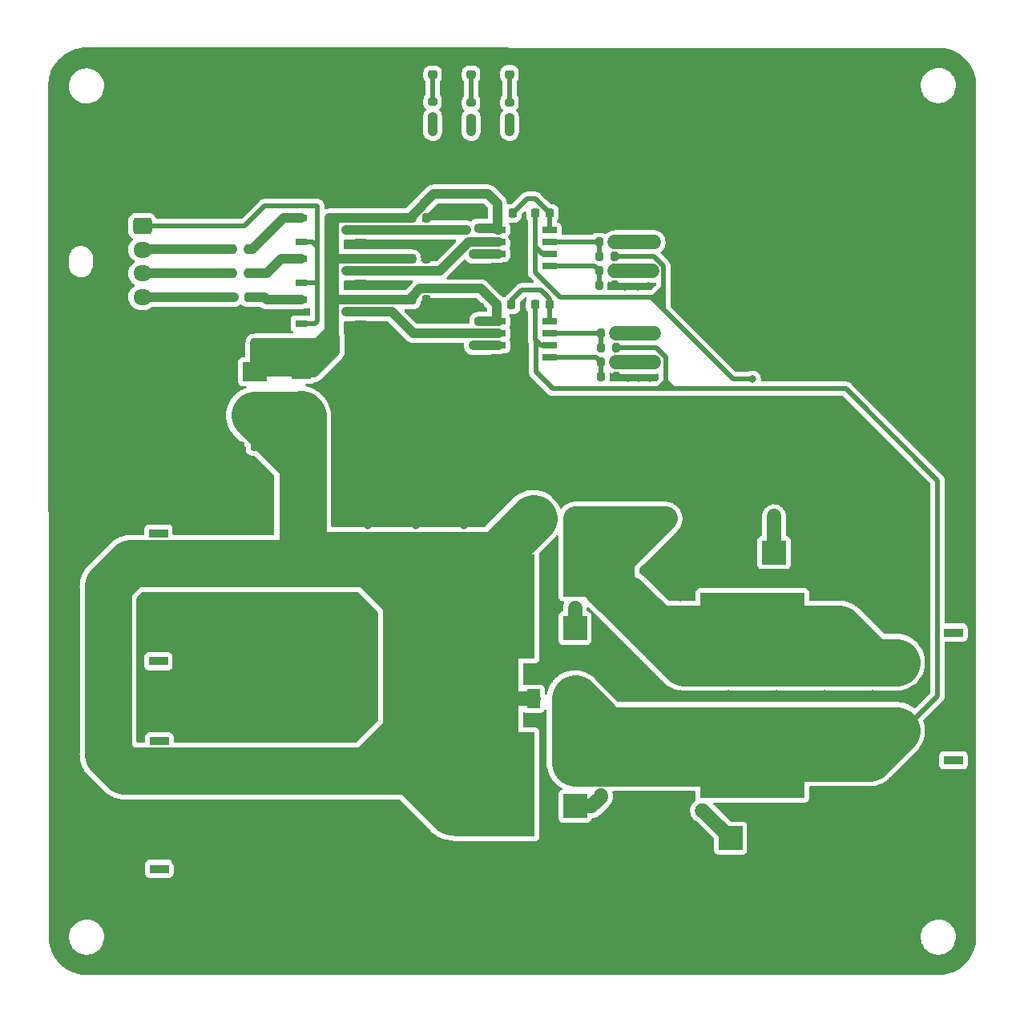
<source format=gtl>
%TF.GenerationSoftware,KiCad,Pcbnew,7.0.7*%
%TF.CreationDate,2024-03-06T17:39:43+09:00*%
%TF.ProjectId,AltairMD_V7,416c7461-6972-44d4-945f-56372e6b6963,rev?*%
%TF.SameCoordinates,Original*%
%TF.FileFunction,Copper,L1,Top*%
%TF.FilePolarity,Positive*%
%FSLAX46Y46*%
G04 Gerber Fmt 4.6, Leading zero omitted, Abs format (unit mm)*
G04 Created by KiCad (PCBNEW 7.0.7) date 2024-03-06 17:39:43*
%MOMM*%
%LPD*%
G01*
G04 APERTURE LIST*
G04 Aperture macros list*
%AMRoundRect*
0 Rectangle with rounded corners*
0 $1 Rounding radius*
0 $2 $3 $4 $5 $6 $7 $8 $9 X,Y pos of 4 corners*
0 Add a 4 corners polygon primitive as box body*
4,1,4,$2,$3,$4,$5,$6,$7,$8,$9,$2,$3,0*
0 Add four circle primitives for the rounded corners*
1,1,$1+$1,$2,$3*
1,1,$1+$1,$4,$5*
1,1,$1+$1,$6,$7*
1,1,$1+$1,$8,$9*
0 Add four rect primitives between the rounded corners*
20,1,$1+$1,$2,$3,$4,$5,0*
20,1,$1+$1,$4,$5,$6,$7,0*
20,1,$1+$1,$6,$7,$8,$9,0*
20,1,$1+$1,$8,$9,$2,$3,0*%
G04 Aperture macros list end*
%TA.AperFunction,SMDPad,CuDef*%
%ADD10RoundRect,0.200000X0.275000X-0.200000X0.275000X0.200000X-0.275000X0.200000X-0.275000X-0.200000X0*%
%TD*%
%TA.AperFunction,SMDPad,CuDef*%
%ADD11RoundRect,0.200000X-0.200000X-0.275000X0.200000X-0.275000X0.200000X0.275000X-0.200000X0.275000X0*%
%TD*%
%TA.AperFunction,SMDPad,CuDef*%
%ADD12RoundRect,0.200000X0.200000X0.275000X-0.200000X0.275000X-0.200000X-0.275000X0.200000X-0.275000X0*%
%TD*%
%TA.AperFunction,SMDPad,CuDef*%
%ADD13R,2.500000X2.500000*%
%TD*%
%TA.AperFunction,SMDPad,CuDef*%
%ADD14R,11.000000X8.500000*%
%TD*%
%TA.AperFunction,SMDPad,CuDef*%
%ADD15R,8.500000X11.000000*%
%TD*%
%TA.AperFunction,ComponentPad*%
%ADD16C,4.100000*%
%TD*%
%TA.AperFunction,ComponentPad*%
%ADD17RoundRect,1.025000X1.025000X-1.025000X1.025000X1.025000X-1.025000X1.025000X-1.025000X-1.025000X0*%
%TD*%
%TA.AperFunction,ComponentPad*%
%ADD18R,2.000000X0.900000*%
%TD*%
%TA.AperFunction,ComponentPad*%
%ADD19O,1.950000X1.700000*%
%TD*%
%TA.AperFunction,ComponentPad*%
%ADD20RoundRect,0.250000X-0.725000X0.600000X-0.725000X-0.600000X0.725000X-0.600000X0.725000X0.600000X0*%
%TD*%
%TA.AperFunction,ComponentPad*%
%ADD21RoundRect,1.025000X-1.025000X1.025000X-1.025000X-1.025000X1.025000X-1.025000X1.025000X1.025000X0*%
%TD*%
%TA.AperFunction,SMDPad,CuDef*%
%ADD22R,6.000000X6.000000*%
%TD*%
%TA.AperFunction,SMDPad,CuDef*%
%ADD23R,2.500000X2.000000*%
%TD*%
%TA.AperFunction,SMDPad,CuDef*%
%ADD24R,1.200000X0.800000*%
%TD*%
%TA.AperFunction,SMDPad,CuDef*%
%ADD25R,1.525000X0.650000*%
%TD*%
%TA.AperFunction,SMDPad,CuDef*%
%ADD26RoundRect,0.218750X-0.256250X0.218750X-0.256250X-0.218750X0.256250X-0.218750X0.256250X0.218750X0*%
%TD*%
%TA.AperFunction,SMDPad,CuDef*%
%ADD27R,2.000000X1.400000*%
%TD*%
%TA.AperFunction,SMDPad,CuDef*%
%ADD28R,1.400000X2.000000*%
%TD*%
%TA.AperFunction,SMDPad,CuDef*%
%ADD29RoundRect,0.218750X0.218750X0.256250X-0.218750X0.256250X-0.218750X-0.256250X0.218750X-0.256250X0*%
%TD*%
%TA.AperFunction,SMDPad,CuDef*%
%ADD30RoundRect,0.225000X0.250000X-0.225000X0.250000X0.225000X-0.250000X0.225000X-0.250000X-0.225000X0*%
%TD*%
%TA.AperFunction,SMDPad,CuDef*%
%ADD31RoundRect,0.250000X-1.000000X1.750000X-1.000000X-1.750000X1.000000X-1.750000X1.000000X1.750000X0*%
%TD*%
%TA.AperFunction,SMDPad,CuDef*%
%ADD32RoundRect,0.225000X0.225000X0.250000X-0.225000X0.250000X-0.225000X-0.250000X0.225000X-0.250000X0*%
%TD*%
%TA.AperFunction,SMDPad,CuDef*%
%ADD33RoundRect,0.225000X-0.225000X-0.250000X0.225000X-0.250000X0.225000X0.250000X-0.225000X0.250000X0*%
%TD*%
%TA.AperFunction,ViaPad*%
%ADD34C,0.800000*%
%TD*%
%TA.AperFunction,Conductor*%
%ADD35C,0.500000*%
%TD*%
%TA.AperFunction,Conductor*%
%ADD36C,1.500000*%
%TD*%
%TA.AperFunction,Conductor*%
%ADD37C,5.000000*%
%TD*%
%TA.AperFunction,Conductor*%
%ADD38C,1.000000*%
%TD*%
%TA.AperFunction,Conductor*%
%ADD39C,2.540000*%
%TD*%
G04 APERTURE END LIST*
D10*
%TO.P,R14,2*%
%TO.N,Net-(D10-A)*%
X146558000Y-51690000D03*
%TO.P,R14,1*%
%TO.N,PWM1*%
X146558000Y-53340000D03*
%TD*%
%TO.P,R13,2*%
%TO.N,Net-(D9-A)*%
X154686000Y-51790500D03*
%TO.P,R13,1*%
%TO.N,SD*%
X154686000Y-53440500D03*
%TD*%
%TO.P,R12,2*%
%TO.N,Net-(D8-A)*%
X150622000Y-51816000D03*
%TO.P,R12,1*%
%TO.N,PWM2*%
X150622000Y-53466000D03*
%TD*%
D11*
%TO.P,R11,2*%
%TO.N,Net-(IC5-ANODE)*%
X127063000Y-69850000D03*
%TO.P,R11,1*%
%TO.N,Ps2*%
X125413000Y-69850000D03*
%TD*%
%TO.P,R10,2*%
%TO.N,Net-(IC4-ANODE)*%
X127063000Y-67310000D03*
%TO.P,R10,1*%
%TO.N,SDs*%
X125413000Y-67310000D03*
%TD*%
%TO.P,R9,2*%
%TO.N,Net-(IC3-ANODE)*%
X127063000Y-72390000D03*
%TO.P,R9,1*%
%TO.N,Ps1*%
X125413000Y-72390000D03*
%TD*%
D12*
%TO.P,R8,2*%
%TO.N,Net-(IC2-LO)*%
X164147000Y-71120000D03*
%TO.P,R8,1*%
%TO.N,GND2*%
X165797000Y-71120000D03*
%TD*%
D11*
%TO.P,R7,2*%
%TO.N,Net-(Q4-Pad1)*%
X165797000Y-69596000D03*
%TO.P,R7,1*%
%TO.N,Net-(IC2-LO)*%
X164147000Y-69596000D03*
%TD*%
%TO.P,R6,2*%
%TO.N,Net-(Q3-Pad1)*%
X165797000Y-66548000D03*
%TO.P,R6,1*%
%TO.N,Net-(IC2-HO)*%
X164147000Y-66548000D03*
%TD*%
D12*
%TO.P,R5,2*%
%TO.N,Net-(IC2-HO)*%
X164147000Y-68072000D03*
%TO.P,R5,1*%
%TO.N,Net-(D5-A)*%
X165797000Y-68072000D03*
%TD*%
%TO.P,R4,2*%
%TO.N,Net-(IC1-LO)*%
X164338000Y-80772000D03*
%TO.P,R4,1*%
%TO.N,GND2*%
X165988000Y-80772000D03*
%TD*%
D11*
%TO.P,R3,2*%
%TO.N,Net-(Q2-Pad1)*%
X165988000Y-79248000D03*
%TO.P,R3,1*%
%TO.N,Net-(IC1-LO)*%
X164338000Y-79248000D03*
%TD*%
D12*
%TO.P,R2,2*%
%TO.N,Net-(IC1-HO)*%
X164338000Y-77724000D03*
%TO.P,R2,1*%
%TO.N,Net-(D1-A)*%
X165988000Y-77724000D03*
%TD*%
D11*
%TO.P,R1,2*%
%TO.N,Net-(Q1-Pad1)*%
X165988000Y-76200000D03*
%TO.P,R1,1*%
%TO.N,Net-(IC1-HO)*%
X164338000Y-76200000D03*
%TD*%
D13*
%TO.P,Q4,1*%
%TO.N,Net-(Q4-Pad1)*%
X182633000Y-99342000D03*
D14*
%TO.P,Q4,2*%
%TO.N,Net-(D5-A)*%
X180333000Y-107842000D03*
D13*
%TO.P,Q4,3*%
%TO.N,GND2*%
X178033000Y-99342000D03*
%TD*%
%TO.P,Q3,1*%
%TO.N,Net-(Q3-Pad1)*%
X161590000Y-107334000D03*
D15*
%TO.P,Q3,2*%
%TO.N,+24V*%
X153090000Y-105034000D03*
D13*
%TO.P,Q3,3*%
%TO.N,Net-(D5-A)*%
X161590000Y-102734000D03*
%TD*%
%TO.P,Q2,1*%
%TO.N,Net-(Q2-Pad1)*%
X178033000Y-129550000D03*
D14*
%TO.P,Q2,2*%
%TO.N,Net-(D1-A)*%
X180333000Y-121050000D03*
D13*
%TO.P,Q2,3*%
%TO.N,GND2*%
X182633000Y-129550000D03*
%TD*%
%TO.P,Q1,3*%
%TO.N,Net-(D1-A)*%
X161590000Y-121558000D03*
D15*
%TO.P,Q1,2*%
%TO.N,+24V*%
X153090000Y-123858000D03*
D13*
%TO.P,Q1,1*%
%TO.N,Net-(Q1-Pad1)*%
X161590000Y-126158000D03*
%TD*%
D16*
%TO.P,J4,2,Pin_2*%
%TO.N,+24V*%
X123576000Y-100496000D03*
D17*
%TO.P,J4,1,Pin_1*%
%TO.N,GND2*%
X123576000Y-107696000D03*
D18*
%TO.P,J4,*%
%TO.N,*%
X117576000Y-97346000D03*
X117576000Y-110846000D03*
%TD*%
D19*
%TO.P,J3,4,Pin_4*%
%TO.N,Ps1*%
X115887000Y-72350000D03*
%TO.P,J3,3,Pin_3*%
%TO.N,Ps2*%
X115887000Y-69850000D03*
%TO.P,J3,2,Pin_2*%
%TO.N,SDs*%
X115887000Y-67350000D03*
D20*
%TO.P,J3,1,Pin_1*%
%TO.N,GND*%
X115887000Y-64850000D03*
%TD*%
D18*
%TO.P,J2,*%
%TO.N,*%
X201580000Y-107804000D03*
X201580000Y-121304000D03*
D21*
%TO.P,J2,1,Pin_1*%
%TO.N,Net-(D1-A)*%
X195580000Y-118154000D03*
D16*
%TO.P,J2,2,Pin_2*%
%TO.N,Net-(D5-A)*%
X195580000Y-110954000D03*
%TD*%
%TO.P,J1,2,Pin_2*%
%TO.N,+24V*%
X123672000Y-122428000D03*
D17*
%TO.P,J1,1,Pin_1*%
%TO.N,GND2*%
X123672000Y-129628000D03*
D18*
%TO.P,J1,*%
%TO.N,*%
X117672000Y-119278000D03*
X117672000Y-132778000D03*
%TD*%
D22*
%TO.P,IC6,3,GND*%
%TO.N,GND2*%
X121475000Y-82550000D03*
D23*
%TO.P,IC6,2,VOUT*%
%TO.N,+12V*%
X127725000Y-80250000D03*
%TO.P,IC6,1,VIN*%
%TO.N,+24V*%
X127725000Y-84850000D03*
%TD*%
D24*
%TO.P,IC5,3,CATHODE*%
%TO.N,GND*%
X132651000Y-70866000D03*
%TO.P,IC5,1,ANODE*%
%TO.N,Net-(IC5-ANODE)*%
X132651000Y-68326000D03*
%TO.P,IC5,4,GND*%
%TO.N,GND2*%
X138951000Y-70866000D03*
%TO.P,IC5,5,VO*%
%TO.N,PWM2*%
X138951000Y-69596000D03*
%TO.P,IC5,6,VCC*%
%TO.N,+12V*%
X138951000Y-68326000D03*
%TD*%
%TO.P,IC4,3,CATHODE*%
%TO.N,GND*%
X132651000Y-66548000D03*
%TO.P,IC4,1,ANODE*%
%TO.N,Net-(IC4-ANODE)*%
X132651000Y-64008000D03*
%TO.P,IC4,4,GND*%
%TO.N,GND2*%
X138951000Y-66548000D03*
%TO.P,IC4,5,VO*%
%TO.N,SD*%
X138951000Y-65278000D03*
%TO.P,IC4,6,VCC*%
%TO.N,+12V*%
X138951000Y-64008000D03*
%TD*%
%TO.P,IC3,3,CATHODE*%
%TO.N,GND*%
X132651000Y-75184000D03*
%TO.P,IC3,1,ANODE*%
%TO.N,Net-(IC3-ANODE)*%
X132651000Y-72644000D03*
%TO.P,IC3,4,GND*%
%TO.N,GND2*%
X138951000Y-75184000D03*
%TO.P,IC3,5,VO*%
%TO.N,PWM1*%
X138951000Y-73914000D03*
%TO.P,IC3,6,VCC*%
%TO.N,+12V*%
X138951000Y-72644000D03*
%TD*%
D25*
%TO.P,IC2,1,VCC*%
%TO.N,+12V*%
X153479000Y-65278000D03*
%TO.P,IC2,2,IN*%
%TO.N,PWM2*%
X153479000Y-66548000D03*
%TO.P,IC2,3,~{SD}*%
%TO.N,SD*%
X153479000Y-67818000D03*
%TO.P,IC2,4,COM*%
%TO.N,GND2*%
X153479000Y-69088000D03*
%TO.P,IC2,5,LO*%
%TO.N,Net-(IC2-LO)*%
X158903000Y-69088000D03*
%TO.P,IC2,6,VS*%
%TO.N,Net-(D5-A)*%
X158903000Y-67818000D03*
%TO.P,IC2,7,HO*%
%TO.N,Net-(IC2-HO)*%
X158903000Y-66548000D03*
%TO.P,IC2,8,VB*%
%TO.N,Net-(D4-K)*%
X158903000Y-65278000D03*
%TD*%
%TO.P,IC1,1,VCC*%
%TO.N,+12V*%
X153479000Y-74930000D03*
%TO.P,IC1,2,IN*%
%TO.N,PWM1*%
X153479000Y-76200000D03*
%TO.P,IC1,3,~{SD}*%
%TO.N,SD*%
X153479000Y-77470000D03*
%TO.P,IC1,4,COM*%
%TO.N,GND2*%
X153479000Y-78740000D03*
%TO.P,IC1,5,LO*%
%TO.N,Net-(IC1-LO)*%
X158903000Y-78740000D03*
%TO.P,IC1,6,VS*%
%TO.N,Net-(D1-A)*%
X158903000Y-77470000D03*
%TO.P,IC1,7,HO*%
%TO.N,Net-(IC1-HO)*%
X158903000Y-76200000D03*
%TO.P,IC1,8,VB*%
%TO.N,Net-(D3-K)*%
X158903000Y-74930000D03*
%TD*%
D26*
%TO.P,D10,2,A*%
%TO.N,Net-(D10-A)*%
X146558000Y-48819000D03*
%TO.P,D10,1,K*%
%TO.N,GND2*%
X146558000Y-47244000D03*
%TD*%
%TO.P,D9,2,A*%
%TO.N,Net-(D9-A)*%
X154686000Y-48793500D03*
%TO.P,D9,1,K*%
%TO.N,GND2*%
X154686000Y-47218500D03*
%TD*%
%TO.P,D8,2,A*%
%TO.N,Net-(D8-A)*%
X150622000Y-48819000D03*
%TO.P,D8,1,K*%
%TO.N,GND2*%
X150622000Y-47244000D03*
%TD*%
D27*
%TO.P,D7,2,A*%
%TO.N,+12V*%
X132651000Y-80350000D03*
%TO.P,D7,1,K*%
%TO.N,+24V*%
X132651000Y-84750000D03*
%TD*%
%TO.P,D6,1,K*%
%TO.N,Net-(D5-A)*%
X171170000Y-95758000D03*
%TO.P,D6,2,A*%
%TO.N,GND2*%
X171170000Y-100158000D03*
%TD*%
D28*
%TO.P,D5,1,K*%
%TO.N,+24V*%
X157200000Y-95758000D03*
%TO.P,D5,2,A*%
%TO.N,Net-(D5-A)*%
X161600000Y-95758000D03*
%TD*%
D29*
%TO.P,D4,1,K*%
%TO.N,Net-(D4-K)*%
X154991000Y-63500000D03*
%TO.P,D4,2,A*%
%TO.N,+12V*%
X153416000Y-63500000D03*
%TD*%
%TO.P,D3,2,A*%
%TO.N,+12V*%
X153315000Y-73152000D03*
%TO.P,D3,1,K*%
%TO.N,Net-(D3-K)*%
X154890000Y-73152000D03*
%TD*%
D27*
%TO.P,D2,1,K*%
%TO.N,Net-(D1-A)*%
X167640000Y-122600000D03*
%TO.P,D2,2,A*%
%TO.N,GND2*%
X167640000Y-127000000D03*
%TD*%
D28*
%TO.P,D1,1,K*%
%TO.N,+24V*%
X157200000Y-114808000D03*
%TO.P,D1,2,A*%
%TO.N,Net-(D1-A)*%
X161600000Y-114808000D03*
%TD*%
D30*
%TO.P,C11,2*%
%TO.N,GND2*%
X151447000Y-63500000D03*
%TO.P,C11,1*%
%TO.N,+12V*%
X151447000Y-65050000D03*
%TD*%
%TO.P,C10,2*%
%TO.N,GND2*%
X151447000Y-73380000D03*
%TO.P,C10,1*%
%TO.N,+12V*%
X151447000Y-74930000D03*
%TD*%
D31*
%TO.P,C9,1*%
%TO.N,+24V*%
X132912000Y-122110000D03*
%TO.P,C9,2*%
%TO.N,GND2*%
X132912000Y-130110000D03*
%TD*%
%TO.P,C8,1*%
%TO.N,+24V*%
X132816000Y-99632000D03*
%TO.P,C8,2*%
%TO.N,GND2*%
X132816000Y-107632000D03*
%TD*%
D32*
%TO.P,C7,2*%
%TO.N,GND2*%
X126212000Y-88138000D03*
%TO.P,C7,1*%
%TO.N,+24V*%
X127762000Y-88138000D03*
%TD*%
%TO.P,C6,2*%
%TO.N,GND2*%
X126238000Y-77216000D03*
%TO.P,C6,1*%
%TO.N,+12V*%
X127788000Y-77216000D03*
%TD*%
D33*
%TO.P,C5,2*%
%TO.N,GND2*%
X145885000Y-64008000D03*
%TO.P,C5,1*%
%TO.N,+12V*%
X144335000Y-64008000D03*
%TD*%
%TO.P,C4,2*%
%TO.N,GND2*%
X145885000Y-68326000D03*
%TO.P,C4,1*%
%TO.N,+12V*%
X144335000Y-68326000D03*
%TD*%
%TO.P,C3,2*%
%TO.N,GND2*%
X145885000Y-72644000D03*
%TO.P,C3,1*%
%TO.N,+12V*%
X144335000Y-72644000D03*
%TD*%
D32*
%TO.P,C2,2*%
%TO.N,Net-(D5-A)*%
X157379000Y-63500000D03*
%TO.P,C2,1*%
%TO.N,Net-(D4-K)*%
X158929000Y-63500000D03*
%TD*%
%TO.P,C1,2*%
%TO.N,Net-(D1-A)*%
X157366000Y-73152000D03*
%TO.P,C1,1*%
%TO.N,Net-(D3-K)*%
X158916000Y-73152000D03*
%TD*%
D34*
%TO.N,GND2*%
X170180000Y-91440000D03*
X170180000Y-86360000D03*
X172720000Y-83820000D03*
X175260000Y-86360000D03*
X175260000Y-91440000D03*
%TO.N,Net-(Q2-Pad1)*%
X176276000Y-127793000D03*
X175006000Y-126619000D03*
X178033000Y-129550000D03*
%TO.N,GND2*%
X169468800Y-80924400D03*
X168351200Y-80899000D03*
X167259000Y-80899000D03*
%TO.N,Net-(Q3-Pad1)*%
X161590000Y-105232200D03*
%TO.N,GND2*%
X148717000Y-74396600D03*
X147193000Y-74422000D03*
X145745200Y-74371200D03*
X147701000Y-73304400D03*
X149123400Y-73304400D03*
X142367000Y-71120000D03*
X142443200Y-66802000D03*
X140690600Y-71145400D03*
X140690600Y-66827400D03*
%TO.N,Net-(Q1-Pad1)*%
X164338000Y-124968000D03*
X163118800Y-126161800D03*
%TO.N,GND2*%
X168198800Y-71247000D03*
X166903400Y-71247000D03*
X169341800Y-71221600D03*
X155702000Y-74676000D03*
X155702000Y-76708000D03*
X155702000Y-78486000D03*
X149352000Y-69850000D03*
X155956000Y-67310000D03*
X150114000Y-63246000D03*
X147828000Y-63246000D03*
X147320000Y-66802000D03*
X147320000Y-78740000D03*
X142240000Y-78740000D03*
X139700000Y-81280000D03*
X144780000Y-81280000D03*
X149860000Y-81280000D03*
X154940000Y-81280000D03*
X157480000Y-83820000D03*
X152400000Y-83820000D03*
X147320000Y-83820000D03*
X142240000Y-83820000D03*
X137160000Y-83820000D03*
X139700000Y-86360000D03*
X144780000Y-86360000D03*
X149860000Y-86360000D03*
X152400000Y-93980000D03*
X149860000Y-96520000D03*
X144780000Y-96520000D03*
X139700000Y-96520000D03*
X137160000Y-93980000D03*
X142240000Y-93980000D03*
X147320000Y-93980000D03*
X149860000Y-91440000D03*
X144780000Y-91440000D03*
X139700000Y-91440000D03*
X137160000Y-88900000D03*
X142240000Y-88900000D03*
X147320000Y-88900000D03*
X152400000Y-88900000D03*
X154940000Y-86360000D03*
X154940000Y-91440000D03*
X160020000Y-91440000D03*
X160020000Y-86360000D03*
X157480000Y-88900000D03*
X198120000Y-93980000D03*
X195580000Y-91440000D03*
X193040000Y-88900000D03*
X190500000Y-86360000D03*
X185420000Y-86360000D03*
X187960000Y-88900000D03*
X190500000Y-91440000D03*
X185420000Y-91440000D03*
X187960000Y-93980000D03*
X193040000Y-93980000D03*
X195580000Y-96520000D03*
X190500000Y-96520000D03*
X185420000Y-96520000D03*
X170180000Y-101600000D03*
X172720000Y-104140000D03*
X172720000Y-99060000D03*
X172720000Y-93980000D03*
X172720000Y-88900000D03*
X177800000Y-83820000D03*
X177800000Y-88900000D03*
X177800000Y-93980000D03*
X185420000Y-101600000D03*
X187960000Y-99060000D03*
X190500000Y-101600000D03*
X193040000Y-99060000D03*
X195580000Y-101600000D03*
X198120000Y-99060000D03*
X121920000Y-78740000D03*
X116840000Y-78740000D03*
X111760000Y-78740000D03*
X106680000Y-78740000D03*
X109220000Y-81280000D03*
X114300000Y-81280000D03*
X124460000Y-86360000D03*
X119380000Y-86360000D03*
X116840000Y-83820000D03*
X111760000Y-83820000D03*
X106680000Y-83820000D03*
X109220000Y-86360000D03*
X114300000Y-86360000D03*
X127000000Y-93980000D03*
X124460000Y-96520000D03*
X119380000Y-96520000D03*
X124460000Y-91440000D03*
X121920000Y-93980000D03*
X121920000Y-88900000D03*
X119380000Y-91440000D03*
X116840000Y-88900000D03*
X111760000Y-88900000D03*
X114300000Y-91440000D03*
X114300000Y-96520000D03*
X116840000Y-93980000D03*
X111760000Y-93980000D03*
X109220000Y-96520000D03*
X109220000Y-91440000D03*
X106680000Y-88900000D03*
X106680000Y-93980000D03*
X106680000Y-99060000D03*
X106680000Y-119380000D03*
X106680000Y-124460000D03*
X106680000Y-114300000D03*
X106680000Y-109220000D03*
X106680000Y-104140000D03*
X203200000Y-114300000D03*
X198120000Y-114300000D03*
X193040000Y-114300000D03*
X187960000Y-114300000D03*
X182880000Y-114300000D03*
X177800000Y-114300000D03*
X172720000Y-114300000D03*
X172720000Y-129540000D03*
X203200000Y-119380000D03*
X200660000Y-116840000D03*
X203200000Y-134620000D03*
X203200000Y-124460000D03*
X203200000Y-129540000D03*
X200660000Y-132080000D03*
X195580000Y-142240000D03*
X195580000Y-137160000D03*
X193040000Y-139700000D03*
X190500000Y-142240000D03*
X185420000Y-142240000D03*
X187960000Y-139700000D03*
X190500000Y-137160000D03*
X193040000Y-134620000D03*
X195580000Y-132080000D03*
X198120000Y-134620000D03*
X198120000Y-129540000D03*
X198120000Y-124460000D03*
X200660000Y-127000000D03*
X195580000Y-127000000D03*
X193040000Y-129540000D03*
X190500000Y-132080000D03*
X187960000Y-134620000D03*
X185420000Y-137160000D03*
X182880000Y-139700000D03*
X180340000Y-142240000D03*
X185420000Y-132080000D03*
X182880000Y-134620000D03*
X180340000Y-137160000D03*
X177800000Y-139700000D03*
X175260000Y-142240000D03*
X170180000Y-142240000D03*
X172720000Y-139700000D03*
X175260000Y-137160000D03*
X177800000Y-134620000D03*
X180340000Y-132080000D03*
X175260000Y-132080000D03*
X172720000Y-134620000D03*
X170180000Y-137160000D03*
X165100000Y-137160000D03*
X167640000Y-134620000D03*
X170180000Y-132080000D03*
X165100000Y-127000000D03*
X170180000Y-127000000D03*
X167640000Y-129540000D03*
X165100000Y-132080000D03*
X162560000Y-134620000D03*
X160020000Y-137160000D03*
X160020000Y-132080000D03*
X157480000Y-134620000D03*
X154940000Y-137160000D03*
X154940000Y-132080000D03*
X152400000Y-134620000D03*
X149860000Y-137160000D03*
X149860000Y-132080000D03*
X147320000Y-134620000D03*
X144780000Y-137160000D03*
X144780000Y-132080000D03*
X142240000Y-134620000D03*
X139700000Y-137160000D03*
X142240000Y-129540000D03*
X137160000Y-134620000D03*
X134620000Y-137160000D03*
X106680000Y-134620000D03*
X106680000Y-129540000D03*
X109220000Y-127000000D03*
X109220000Y-132080000D03*
X111760000Y-134620000D03*
X111760000Y-129540000D03*
X129540000Y-127000000D03*
X127000000Y-129540000D03*
X134620000Y-127000000D03*
X132080000Y-134620000D03*
X129540000Y-137160000D03*
X124460000Y-137160000D03*
X127000000Y-134620000D03*
X121920000Y-134620000D03*
X119380000Y-137160000D03*
X119380000Y-132080000D03*
X129540000Y-132080000D03*
X134620000Y-132080000D03*
X137160000Y-129540000D03*
X139700000Y-132080000D03*
X139700000Y-127000000D03*
X139700000Y-116840000D03*
X139700000Y-106680000D03*
X139700000Y-111760000D03*
X137160000Y-109220000D03*
X137160000Y-104140000D03*
X134620000Y-106680000D03*
X132080000Y-104140000D03*
X129540000Y-106680000D03*
X127000000Y-104140000D03*
X127000000Y-109220000D03*
X121920000Y-104140000D03*
X119380000Y-106680000D03*
X116840000Y-104140000D03*
X116840000Y-109220000D03*
X119380000Y-111760000D03*
X124460000Y-111760000D03*
X129540000Y-111760000D03*
X134620000Y-111760000D03*
X137160000Y-114300000D03*
X134620000Y-116840000D03*
X132080000Y-114300000D03*
X129540000Y-116840000D03*
X127000000Y-114300000D03*
X124460000Y-116840000D03*
X121920000Y-114300000D03*
X119380000Y-116840000D03*
X116840000Y-114300000D03*
X116840000Y-129540000D03*
X116840000Y-134620000D03*
X114300000Y-127000000D03*
X114300000Y-132080000D03*
X114300000Y-137160000D03*
%TO.N,Net-(D5-A)*%
X180333000Y-107842000D03*
X180340000Y-81026000D03*
%TO.N,GND2*%
X154940000Y-71120000D03*
X154940000Y-68580000D03*
X154940000Y-66040000D03*
%TO.N,Net-(Q1-Pad1)*%
X161590000Y-126158000D03*
%TO.N,Net-(Q4-Pad1)*%
X182626000Y-95504000D03*
X182626000Y-97282000D03*
X182633000Y-99342000D03*
%TO.N,Net-(Q3-Pad1)*%
X161590000Y-107334000D03*
X167894000Y-66548000D03*
X168910000Y-66548000D03*
X169926000Y-66548000D03*
%TO.N,Net-(Q4-Pad1)*%
X169926000Y-69596000D03*
X168910000Y-69596000D03*
X167894000Y-69596000D03*
%TO.N,Net-(Q1-Pad1)*%
X169926000Y-76200000D03*
X168910000Y-76200000D03*
X167894000Y-76200000D03*
%TO.N,Net-(Q2-Pad1)*%
X167894000Y-79248000D03*
X168910000Y-79248000D03*
X169926000Y-79248000D03*
%TO.N,SD*%
X154686000Y-54864000D03*
X137414000Y-65278000D03*
%TO.N,PWM2*%
X150622000Y-54864000D03*
X137414000Y-69596000D03*
%TO.N,PWM1*%
X146558000Y-54864000D03*
X137414000Y-73914000D03*
%TO.N,SD*%
X150876000Y-67818000D03*
X150876000Y-77470000D03*
X150114000Y-65278000D03*
%TD*%
D35*
%TO.N,Net-(D1-A)*%
X199923400Y-114500600D02*
X196270000Y-118154000D01*
X199923400Y-91719400D02*
X199923400Y-114500600D01*
X190246000Y-82042000D02*
X199923400Y-91719400D01*
X171958000Y-82042000D02*
X190246000Y-82042000D01*
D36*
%TO.N,Net-(Q3-Pad1)*%
X161590000Y-107334000D02*
X161590000Y-105232200D01*
X161590000Y-106179200D02*
X161594800Y-106184000D01*
X161590000Y-105232200D02*
X161590000Y-106179200D01*
D37*
%TO.N,Net-(D5-A)*%
X164890000Y-99612000D02*
X164890000Y-102734000D01*
X164592000Y-99314000D02*
X164890000Y-99612000D01*
X173110000Y-110305937D02*
X166981063Y-104177000D01*
X166981063Y-104177000D02*
X166333000Y-104177000D01*
X173110000Y-110954000D02*
X173110000Y-110305937D01*
X173110000Y-110954000D02*
X169998000Y-107842000D01*
X173758063Y-110954000D02*
X173110000Y-110954000D01*
X195580000Y-110954000D02*
X173758063Y-110954000D01*
%TO.N,Net-(D1-A)*%
X195580000Y-118154000D02*
X164946000Y-118154000D01*
%TO.N,Net-(D5-A)*%
X189528000Y-107442000D02*
X193040000Y-110954000D01*
X170398000Y-107442000D02*
X189528000Y-107442000D01*
X169998000Y-107842000D02*
X170398000Y-107442000D01*
X193040000Y-110954000D02*
X183445000Y-110954000D01*
X195580000Y-110954000D02*
X193040000Y-110954000D01*
%TO.N,Net-(D1-A)*%
X180333000Y-121050000D02*
X192684000Y-121050000D01*
X192684000Y-121050000D02*
X195580000Y-118154000D01*
%TO.N,Net-(D5-A)*%
X183445000Y-110954000D02*
X180333000Y-107842000D01*
D36*
%TO.N,Net-(Q2-Pad1)*%
X176276000Y-127793000D02*
X175102000Y-126619000D01*
X176276000Y-127793000D02*
X178033000Y-129550000D01*
X175102000Y-126619000D02*
X175006000Y-126619000D01*
D38*
%TO.N,Net-(IC3-ANODE)*%
X128778000Y-72390000D02*
X129032000Y-72644000D01*
X129032000Y-72644000D02*
X132651000Y-72644000D01*
X127189000Y-72390000D02*
X128778000Y-72390000D01*
%TO.N,Ps1*%
X125499000Y-72350000D02*
X125539000Y-72390000D01*
X115887000Y-72350000D02*
X125499000Y-72350000D01*
D36*
%TO.N,Net-(Q1-Pad1)*%
X164338000Y-125171200D02*
X164338000Y-125008000D01*
X163351200Y-126158000D02*
X164338000Y-125171200D01*
X161590000Y-126158000D02*
X163351200Y-126158000D01*
D37*
%TO.N,+24V*%
X113972000Y-122428000D02*
X123672000Y-122428000D01*
X112268000Y-102870000D02*
X112268000Y-120724000D01*
X114642000Y-100496000D02*
X112268000Y-102870000D01*
X112268000Y-120724000D02*
X113972000Y-122428000D01*
X123576000Y-100496000D02*
X114642000Y-100496000D01*
D35*
%TO.N,Net-(D5-A)*%
X170561000Y-72771000D02*
X170434000Y-72898000D01*
X170561000Y-72263000D02*
X170561000Y-72771000D01*
X170561000Y-71755000D02*
X170942000Y-71374000D01*
X170307000Y-72009000D02*
X170561000Y-71755000D01*
X170561000Y-71755000D02*
X170561000Y-72263000D01*
X170561000Y-72263000D02*
X170180000Y-72644000D01*
X170180000Y-72644000D02*
X170434000Y-72898000D01*
X169926000Y-72390000D02*
X170180000Y-72644000D01*
X170561000Y-72263000D02*
X170942000Y-72644000D01*
X170307000Y-72009000D02*
X170561000Y-72263000D01*
X170942000Y-72644000D02*
X170942000Y-72898000D01*
X169926000Y-72390000D02*
X170307000Y-72009000D01*
X170434000Y-72898000D02*
X170942000Y-72898000D01*
X170942000Y-72898000D02*
X170942000Y-73660000D01*
X170942000Y-71374000D02*
X170942000Y-72898000D01*
X170942000Y-73660000D02*
X178308000Y-81026000D01*
X169672000Y-72390000D02*
X170942000Y-73660000D01*
X178308000Y-81026000D02*
X180340000Y-81026000D01*
X169672000Y-72390000D02*
X169926000Y-72390000D01*
X160020000Y-72390000D02*
X169672000Y-72390000D01*
X170942000Y-69088000D02*
X169926000Y-68072000D01*
X169926000Y-68072000D02*
X165797000Y-68072000D01*
X170942000Y-71374000D02*
X170942000Y-69088000D01*
X157379000Y-69749000D02*
X160020000Y-72390000D01*
X157379000Y-67011500D02*
X157379000Y-69749000D01*
%TO.N,Net-(D1-A)*%
X171196000Y-81280000D02*
X171196000Y-82042000D01*
X170180000Y-82042000D02*
X171196000Y-82042000D01*
X171196000Y-82042000D02*
X171958000Y-82042000D01*
X171196000Y-81280000D02*
X171958000Y-82042000D01*
X170434000Y-82042000D02*
X171196000Y-81280000D01*
X171196000Y-81280000D02*
X171196000Y-78740000D01*
X170180000Y-82042000D02*
X170434000Y-82042000D01*
X159258000Y-82042000D02*
X170180000Y-82042000D01*
X171196000Y-78740000D02*
X170180000Y-77724000D01*
X170180000Y-77724000D02*
X165988000Y-77724000D01*
%TO.N,GND*%
X126666000Y-64850000D02*
X115887000Y-64850000D01*
X134366000Y-67056000D02*
X134366000Y-62738000D01*
X134366000Y-62738000D02*
X128778000Y-62738000D01*
X128778000Y-62738000D02*
X126666000Y-64850000D01*
X132651000Y-66548000D02*
X133858000Y-66548000D01*
X133858000Y-66548000D02*
X134366000Y-67056000D01*
X134366000Y-70866000D02*
X134366000Y-74930000D01*
X132651000Y-70866000D02*
X134366000Y-70866000D01*
X134366000Y-67056000D02*
X134366000Y-70866000D01*
X134366000Y-74930000D02*
X134112000Y-75184000D01*
X134112000Y-75184000D02*
X132651000Y-75184000D01*
D36*
%TO.N,Net-(D1-A)*%
X161600000Y-121548000D02*
X161590000Y-121558000D01*
D37*
X161600000Y-114808000D02*
X161600000Y-121548000D01*
X180333000Y-121050000D02*
X179825000Y-121558000D01*
X179825000Y-121558000D02*
X161590000Y-121558000D01*
X164946000Y-118154000D02*
X161600000Y-114808000D01*
%TO.N,+24V*%
X151478000Y-123858000D02*
X153090000Y-123858000D01*
X148590000Y-126746000D02*
X151478000Y-123858000D01*
X143764000Y-121920000D02*
X148590000Y-126746000D01*
D36*
X157200000Y-114808000D02*
X153090000Y-114808000D01*
D37*
X153090000Y-114808000D02*
X153090000Y-123858000D01*
X153090000Y-105034000D02*
X153090000Y-114808000D01*
D36*
%TO.N,Net-(Q4-Pad1)*%
X182626000Y-99335000D02*
X182633000Y-99342000D01*
X182626000Y-95504000D02*
X182626000Y-99335000D01*
%TO.N,Net-(Q2-Pad1)*%
X165988000Y-79248000D02*
X169926000Y-79248000D01*
%TO.N,Net-(Q1-Pad1)*%
X165988000Y-76200000D02*
X169926000Y-76200000D01*
%TO.N,Net-(Q3-Pad1)*%
X165797000Y-66548000D02*
X169926000Y-66548000D01*
%TO.N,Net-(Q4-Pad1)*%
X165797000Y-69596000D02*
X169742000Y-69596000D01*
D35*
%TO.N,Net-(D1-A)*%
X157480000Y-76962000D02*
X157480000Y-80264000D01*
X157480000Y-80264000D02*
X159258000Y-82042000D01*
X157480000Y-76962000D02*
X157988000Y-77470000D01*
X157366000Y-76848000D02*
X157480000Y-76962000D01*
%TO.N,Net-(IC1-LO)*%
X164338000Y-79248000D02*
X164338000Y-80772000D01*
X163830000Y-78740000D02*
X164338000Y-79248000D01*
X158903000Y-78740000D02*
X163830000Y-78740000D01*
%TO.N,Net-(IC1-HO)*%
X164338000Y-76200000D02*
X164338000Y-77724000D01*
X158903000Y-76200000D02*
X164338000Y-76200000D01*
%TO.N,Net-(IC2-LO)*%
X164147000Y-69596000D02*
X164147000Y-71120000D01*
X163639000Y-69088000D02*
X164147000Y-69596000D01*
X158903000Y-69088000D02*
X163639000Y-69088000D01*
%TO.N,Net-(IC2-HO)*%
X164147000Y-66548000D02*
X164147000Y-68072000D01*
X158903000Y-66548000D02*
X164147000Y-66548000D01*
D37*
%TO.N,+24V*%
X127725000Y-84850000D02*
X132816000Y-89941000D01*
X132816000Y-89941000D02*
X132816000Y-92964000D01*
X132816000Y-92964000D02*
X132816000Y-84915000D01*
X132816000Y-99632000D02*
X132816000Y-92964000D01*
X132551000Y-84850000D02*
X132651000Y-84750000D01*
X127725000Y-84850000D02*
X132551000Y-84850000D01*
X132816000Y-84915000D02*
X132651000Y-84750000D01*
D38*
%TO.N,SD*%
X154686000Y-54864000D02*
X154686000Y-53440500D01*
X138951000Y-65278000D02*
X137414000Y-65278000D01*
%TO.N,PWM2*%
X150622000Y-54864000D02*
X150622000Y-53466000D01*
X138951000Y-69596000D02*
X137414000Y-69596000D01*
%TO.N,PWM1*%
X146558000Y-54864000D02*
X146558000Y-53340000D01*
X138951000Y-73914000D02*
X137414000Y-73914000D01*
%TO.N,+12V*%
X135890000Y-72644000D02*
X135636000Y-72898000D01*
X138951000Y-72644000D02*
X135890000Y-72644000D01*
X136144000Y-65024000D02*
X136144000Y-64008000D01*
X137160000Y-64008000D02*
X136144000Y-64008000D01*
X138951000Y-64008000D02*
X137160000Y-64008000D01*
X136144000Y-76454000D02*
X136144000Y-65024000D01*
X136271000Y-76581000D02*
X136144000Y-76454000D01*
X136144000Y-64008000D02*
X135636000Y-64008000D01*
X135636000Y-68580000D02*
X135636000Y-72898000D01*
X135636000Y-72898000D02*
X135636000Y-77216000D01*
X138951000Y-68326000D02*
X135890000Y-68326000D01*
X135636000Y-64008000D02*
X135636000Y-68580000D01*
X135890000Y-68326000D02*
X135636000Y-68580000D01*
X135636000Y-75946000D02*
X136271000Y-76581000D01*
X134366000Y-77216000D02*
X135636000Y-75946000D01*
X136271000Y-76581000D02*
X136271000Y-78105000D01*
X127788000Y-77216000D02*
X134366000Y-77216000D01*
D35*
%TO.N,Net-(D9-A)*%
X154686000Y-48793500D02*
X154686000Y-51790500D01*
%TO.N,Net-(D8-A)*%
X150622000Y-48819000D02*
X150622000Y-51816000D01*
%TO.N,Net-(D10-A)*%
X146558000Y-48819000D02*
X146558000Y-51690000D01*
%TO.N,Net-(D1-A)*%
X157988000Y-77470000D02*
X158903000Y-77470000D01*
X157366000Y-73152000D02*
X157366000Y-76848000D01*
%TO.N,Net-(D3-K)*%
X158916000Y-72556000D02*
X158916000Y-73152000D01*
X157988000Y-71628000D02*
X158916000Y-72556000D01*
X154890000Y-73152000D02*
X154890000Y-72694000D01*
X154890000Y-72694000D02*
X155956000Y-71628000D01*
X155956000Y-71628000D02*
X157988000Y-71628000D01*
X158916000Y-74917000D02*
X158903000Y-74930000D01*
X158916000Y-73152000D02*
X158916000Y-74917000D01*
%TO.N,Net-(D4-K)*%
X158929000Y-65252000D02*
X158903000Y-65278000D01*
X158929000Y-63500000D02*
X158929000Y-65252000D01*
X156515000Y-61976000D02*
X157405000Y-61976000D01*
X157405000Y-61976000D02*
X158929000Y-63500000D01*
X154991000Y-63500000D02*
X156515000Y-61976000D01*
%TO.N,Net-(D5-A)*%
X158185500Y-67818000D02*
X158903000Y-67818000D01*
X157379000Y-67011500D02*
X158185500Y-67818000D01*
X157379000Y-63500000D02*
X157379000Y-67011500D01*
D38*
%TO.N,+12V*%
X152400000Y-61468000D02*
X153416000Y-62484000D01*
X146641852Y-61468000D02*
X152400000Y-61468000D01*
X144335000Y-63774852D02*
X146641852Y-61468000D01*
X144335000Y-64008000D02*
X144335000Y-63774852D01*
X153416000Y-62484000D02*
X153416000Y-63500000D01*
X151632000Y-71469000D02*
X153315000Y-73152000D01*
X145193000Y-71469000D02*
X151632000Y-71469000D01*
X144335000Y-72327000D02*
X145193000Y-71469000D01*
X144335000Y-72644000D02*
X144335000Y-72327000D01*
X153315000Y-74766000D02*
X153479000Y-74930000D01*
X153315000Y-73152000D02*
X153315000Y-74766000D01*
X153416000Y-65215000D02*
X153479000Y-65278000D01*
X153416000Y-63500000D02*
X153416000Y-65215000D01*
%TO.N,SD*%
X153479000Y-67818000D02*
X150876000Y-67818000D01*
%TO.N,PWM2*%
X150368000Y-66548000D02*
X153479000Y-66548000D01*
X138951000Y-69596000D02*
X147320000Y-69596000D01*
X147320000Y-69596000D02*
X150368000Y-66548000D01*
%TO.N,SD*%
X138951000Y-65278000D02*
X150114000Y-65278000D01*
X150876000Y-77470000D02*
X153479000Y-77470000D01*
%TO.N,+12V*%
X151447000Y-65050000D02*
X153251000Y-65050000D01*
X153251000Y-65050000D02*
X153479000Y-65278000D01*
X151447000Y-74930000D02*
X153479000Y-74930000D01*
%TO.N,PWM1*%
X144526000Y-76200000D02*
X153479000Y-76200000D01*
X138951000Y-73914000D02*
X142240000Y-73914000D01*
X142240000Y-73914000D02*
X144526000Y-76200000D01*
%TO.N,+12V*%
X138951000Y-68326000D02*
X144335000Y-68326000D01*
X144335000Y-72644000D02*
X138951000Y-72644000D01*
X138951000Y-64008000D02*
X144335000Y-64008000D01*
X133858000Y-77724000D02*
X135636000Y-75946000D01*
X135382000Y-77724000D02*
X135890000Y-77724000D01*
X127788000Y-77724000D02*
X135382000Y-77724000D01*
X132551000Y-80250000D02*
X132651000Y-80350000D01*
X127725000Y-80250000D02*
X132551000Y-80250000D01*
X129032000Y-79742000D02*
X129540000Y-80250000D01*
X129032000Y-79248000D02*
X129032000Y-79742000D01*
X130556000Y-79982000D02*
X130824000Y-80250000D01*
X130556000Y-79248000D02*
X131826000Y-79248000D01*
X130048000Y-79248000D02*
X130556000Y-79248000D01*
X130556000Y-79248000D02*
X130556000Y-79982000D01*
X130048000Y-79248000D02*
X130048000Y-80250000D01*
X129540000Y-80250000D02*
X130048000Y-80250000D01*
X129032000Y-79248000D02*
X130048000Y-79248000D01*
X130048000Y-80250000D02*
X130824000Y-80250000D01*
X127788000Y-79248000D02*
X129032000Y-79248000D01*
X127725000Y-80250000D02*
X129540000Y-80250000D01*
X130824000Y-80250000D02*
X131826000Y-79248000D01*
X131826000Y-79248000D02*
X133604000Y-79248000D01*
X133604000Y-79248000D02*
X133985000Y-79629000D01*
X133364000Y-80250000D02*
X133985000Y-79629000D01*
X127788000Y-79248000D02*
X127788000Y-80187000D01*
X127788000Y-78486000D02*
X127788000Y-79248000D01*
X133985000Y-79629000D02*
X135128000Y-78486000D01*
X127725000Y-80250000D02*
X133364000Y-80250000D01*
X135890000Y-77724000D02*
X136271000Y-78105000D01*
X136271000Y-78105000D02*
X135509000Y-78867000D01*
X127788000Y-77724000D02*
X127788000Y-78486000D01*
X127788000Y-77216000D02*
X127788000Y-77724000D01*
X135128000Y-78486000D02*
X135509000Y-78867000D01*
X127788000Y-78486000D02*
X135128000Y-78486000D01*
X135509000Y-78867000D02*
X134026000Y-80350000D01*
X127788000Y-80187000D02*
X127725000Y-80250000D01*
X134026000Y-80350000D02*
X132651000Y-80350000D01*
%TO.N,Net-(IC5-ANODE)*%
X130556000Y-68326000D02*
X132651000Y-68326000D01*
X129032000Y-69850000D02*
X130556000Y-68326000D01*
X127063000Y-69850000D02*
X129032000Y-69850000D01*
%TO.N,Net-(IC4-ANODE)*%
X130810000Y-64008000D02*
X132651000Y-64008000D01*
X127508000Y-67310000D02*
X130810000Y-64008000D01*
X127063000Y-67310000D02*
X127508000Y-67310000D01*
%TO.N,Ps2*%
X115887000Y-69850000D02*
X125413000Y-69850000D01*
%TO.N,SDs*%
X115927000Y-67310000D02*
X115887000Y-67350000D01*
X125413000Y-67310000D02*
X115927000Y-67310000D01*
D39*
%TO.N,Net-(D5-A)*%
X166611000Y-103899000D02*
X166333000Y-104177000D01*
X166611000Y-100317000D02*
X166611000Y-103899000D01*
D37*
X166333000Y-104177000D02*
X169998000Y-107842000D01*
X164890000Y-102734000D02*
X166333000Y-104177000D01*
D39*
X166611000Y-100317000D02*
X164890000Y-102038000D01*
X171170000Y-95758000D02*
X166611000Y-100317000D01*
X164890000Y-102038000D02*
X164890000Y-102734000D01*
X164592000Y-99314000D02*
X161600000Y-99314000D01*
X171170000Y-95758000D02*
X168148000Y-95758000D01*
X168148000Y-95758000D02*
X164592000Y-99314000D01*
X170180000Y-95758000D02*
X161600000Y-95758000D01*
X168148000Y-95758000D02*
X170180000Y-95758000D01*
X170180000Y-95758000D02*
X171170000Y-95758000D01*
X164592000Y-95758000D02*
X168148000Y-95758000D01*
X161600000Y-99314000D02*
X161600000Y-98750000D01*
X161600000Y-98750000D02*
X164592000Y-95758000D01*
X161600000Y-95758000D02*
X164592000Y-95758000D01*
X161600000Y-99314000D02*
X161600000Y-102724000D01*
X161600000Y-95758000D02*
X161600000Y-99314000D01*
X161600000Y-102724000D02*
X161590000Y-102734000D01*
D37*
X169998000Y-107842000D02*
X180333000Y-107842000D01*
%TO.N,+24V*%
X143764000Y-118364000D02*
X139700000Y-122428000D01*
X139700000Y-122428000D02*
X143256000Y-122428000D01*
X123672000Y-122428000D02*
X139700000Y-122428000D01*
X143764000Y-104648000D02*
X143764000Y-121920000D01*
X143764000Y-104394000D02*
X143764000Y-104648000D01*
X143764000Y-104648000D02*
X143764000Y-118364000D01*
X123576000Y-100496000D02*
X139866000Y-100496000D01*
X139866000Y-100496000D02*
X143764000Y-104394000D01*
X143764000Y-99632000D02*
X143764000Y-104394000D01*
X143764000Y-121920000D02*
X143256000Y-122428000D01*
X143256000Y-122428000D02*
X148336000Y-122428000D01*
X143764000Y-99632000D02*
X146812000Y-99632000D01*
X132816000Y-99632000D02*
X143764000Y-99632000D01*
X148336000Y-101156000D02*
X146812000Y-99632000D01*
X148336000Y-122428000D02*
X148336000Y-101156000D01*
X146812000Y-99632000D02*
X153326000Y-99632000D01*
X148336000Y-122428000D02*
X151660000Y-122428000D01*
X151660000Y-122428000D02*
X153090000Y-123858000D01*
X153326000Y-99632000D02*
X157200000Y-95758000D01*
X131952000Y-100496000D02*
X132816000Y-99632000D01*
X123576000Y-100496000D02*
X131952000Y-100496000D01*
%TD*%
%TA.AperFunction,Conductor*%
%TO.N,GND2*%
G36*
X131823684Y-103496735D02*
G01*
X131864584Y-103500314D01*
X131993994Y-103496548D01*
X131995659Y-103496500D01*
X138571790Y-103496500D01*
X138638829Y-103516185D01*
X138659471Y-103532819D01*
X140727181Y-105600529D01*
X140760666Y-105661852D01*
X140763500Y-105688210D01*
X140763500Y-117069789D01*
X140743815Y-117136828D01*
X140727181Y-117157470D01*
X138493471Y-119391181D01*
X138432148Y-119424666D01*
X138405790Y-119427500D01*
X119296500Y-119427500D01*
X119229461Y-119407815D01*
X119183706Y-119355011D01*
X119172500Y-119303500D01*
X119172499Y-118780129D01*
X119172498Y-118780123D01*
X119170527Y-118761789D01*
X119166091Y-118720517D01*
X119149455Y-118675914D01*
X119115797Y-118585671D01*
X119115793Y-118585664D01*
X119029547Y-118470455D01*
X119029544Y-118470452D01*
X118914335Y-118384206D01*
X118914328Y-118384202D01*
X118779482Y-118333908D01*
X118779483Y-118333908D01*
X118719883Y-118327501D01*
X118719881Y-118327500D01*
X118719873Y-118327500D01*
X118719864Y-118327500D01*
X116624129Y-118327500D01*
X116624123Y-118327501D01*
X116564516Y-118333908D01*
X116429671Y-118384202D01*
X116429664Y-118384206D01*
X116314455Y-118470452D01*
X116314452Y-118470455D01*
X116228206Y-118585664D01*
X116228202Y-118585671D01*
X116194541Y-118675923D01*
X116177909Y-118720517D01*
X116171500Y-118780127D01*
X116171500Y-119099391D01*
X116171501Y-119303500D01*
X116151817Y-119370539D01*
X116099013Y-119416294D01*
X116047501Y-119427500D01*
X115392500Y-119427500D01*
X115325461Y-119407815D01*
X115279706Y-119355011D01*
X115268500Y-119303500D01*
X115268500Y-111343870D01*
X116075500Y-111343870D01*
X116075501Y-111343876D01*
X116081908Y-111403483D01*
X116132202Y-111538328D01*
X116132206Y-111538335D01*
X116218452Y-111653544D01*
X116218455Y-111653547D01*
X116333664Y-111739793D01*
X116333671Y-111739797D01*
X116468517Y-111790091D01*
X116468516Y-111790091D01*
X116475444Y-111790835D01*
X116528127Y-111796500D01*
X118623872Y-111796499D01*
X118683483Y-111790091D01*
X118818331Y-111739796D01*
X118933546Y-111653546D01*
X119019796Y-111538331D01*
X119070091Y-111403483D01*
X119076500Y-111343873D01*
X119076499Y-110348128D01*
X119070091Y-110288517D01*
X119019796Y-110153669D01*
X119019795Y-110153668D01*
X119019793Y-110153664D01*
X118933547Y-110038455D01*
X118933544Y-110038452D01*
X118818335Y-109952206D01*
X118818328Y-109952202D01*
X118683482Y-109901908D01*
X118683483Y-109901908D01*
X118623883Y-109895501D01*
X118623881Y-109895500D01*
X118623873Y-109895500D01*
X118623864Y-109895500D01*
X116528129Y-109895500D01*
X116528123Y-109895501D01*
X116468516Y-109901908D01*
X116333671Y-109952202D01*
X116333664Y-109952206D01*
X116218455Y-110038452D01*
X116218452Y-110038455D01*
X116132206Y-110153664D01*
X116132202Y-110153671D01*
X116081908Y-110288517D01*
X116075501Y-110348116D01*
X116075501Y-110348123D01*
X116075500Y-110348135D01*
X116075500Y-111343870D01*
X115268500Y-111343870D01*
X115268500Y-104164209D01*
X115288185Y-104097170D01*
X115304819Y-104076528D01*
X115848529Y-103532819D01*
X115909852Y-103499334D01*
X115936210Y-103496500D01*
X123488695Y-103496500D01*
X131818283Y-103496500D01*
X131823684Y-103496735D01*
G37*
%TD.AperFunction*%
%TA.AperFunction,Conductor*%
G36*
X156456353Y-72398185D02*
G01*
X156502108Y-72450989D01*
X156512052Y-72520147D01*
X156494853Y-72567597D01*
X156478998Y-72593300D01*
X156478996Y-72593305D01*
X156425651Y-72754290D01*
X156415500Y-72853647D01*
X156415500Y-73450337D01*
X156415501Y-73450355D01*
X156425650Y-73549707D01*
X156425651Y-73549710D01*
X156478996Y-73710694D01*
X156479001Y-73710705D01*
X156568029Y-73855040D01*
X156568032Y-73855044D01*
X156579181Y-73866193D01*
X156612666Y-73927516D01*
X156615500Y-73953874D01*
X156615499Y-76784294D01*
X156614191Y-76802259D01*
X156610710Y-76826026D01*
X156615264Y-76878064D01*
X156615500Y-76883470D01*
X156615500Y-76891709D01*
X156619306Y-76924274D01*
X156626000Y-77000791D01*
X156627461Y-77007867D01*
X156627403Y-77007878D01*
X156629034Y-77015237D01*
X156629092Y-77015224D01*
X156630757Y-77022250D01*
X156657025Y-77094424D01*
X156681185Y-77167331D01*
X156684236Y-77173874D01*
X156684182Y-77173899D01*
X156687471Y-77180692D01*
X156687523Y-77180667D01*
X156690763Y-77187119D01*
X156709099Y-77214996D01*
X156729493Y-77281824D01*
X156729500Y-77283137D01*
X156729500Y-80200294D01*
X156728191Y-80218263D01*
X156724710Y-80242025D01*
X156729264Y-80294064D01*
X156729500Y-80299470D01*
X156729500Y-80307709D01*
X156733306Y-80340274D01*
X156740000Y-80416791D01*
X156741461Y-80423867D01*
X156741403Y-80423878D01*
X156743034Y-80431237D01*
X156743092Y-80431224D01*
X156744757Y-80438250D01*
X156771025Y-80510424D01*
X156795185Y-80583331D01*
X156798236Y-80589874D01*
X156798182Y-80589898D01*
X156801470Y-80596688D01*
X156801521Y-80596663D01*
X156804761Y-80603113D01*
X156804762Y-80603114D01*
X156804763Y-80603117D01*
X156840672Y-80657715D01*
X156846965Y-80667283D01*
X156887287Y-80732655D01*
X156891766Y-80738319D01*
X156891719Y-80738356D01*
X156896482Y-80744202D01*
X156896528Y-80744164D01*
X156901173Y-80749700D01*
X156957017Y-80802385D01*
X158682270Y-82527638D01*
X158694051Y-82541270D01*
X158708388Y-82560528D01*
X158748409Y-82594111D01*
X158752397Y-82597766D01*
X158758216Y-82603585D01*
X158758220Y-82603588D01*
X158758223Y-82603591D01*
X158783959Y-82623940D01*
X158842786Y-82673302D01*
X158842787Y-82673302D01*
X158842789Y-82673304D01*
X158848818Y-82677270D01*
X158848785Y-82677319D01*
X158855147Y-82681372D01*
X158855179Y-82681321D01*
X158861319Y-82685108D01*
X158861323Y-82685111D01*
X158894736Y-82700692D01*
X158930941Y-82717575D01*
X158999565Y-82752039D01*
X158999567Y-82752040D01*
X158999569Y-82752040D01*
X159006357Y-82754511D01*
X159006336Y-82754567D01*
X159013455Y-82757042D01*
X159013474Y-82756986D01*
X159020329Y-82759258D01*
X159095561Y-82774790D01*
X159095562Y-82774791D01*
X159170279Y-82792500D01*
X159170289Y-82792500D01*
X159177452Y-82793338D01*
X159177444Y-82793397D01*
X159184945Y-82794164D01*
X159184951Y-82794105D01*
X159192140Y-82794734D01*
X159192144Y-82794733D01*
X159192145Y-82794734D01*
X159268918Y-82792500D01*
X170092279Y-82792500D01*
X170370295Y-82792500D01*
X170388265Y-82793809D01*
X170412023Y-82797289D01*
X170464068Y-82792735D01*
X170469470Y-82792500D01*
X170477709Y-82792500D01*
X171108279Y-82792500D01*
X171172359Y-82792500D01*
X171175959Y-82792604D01*
X171239935Y-82796331D01*
X171250976Y-82794384D01*
X171272509Y-82792500D01*
X171868656Y-82792500D01*
X171884945Y-82794164D01*
X171884951Y-82794105D01*
X171892140Y-82794734D01*
X171892144Y-82794733D01*
X171892145Y-82794734D01*
X171968918Y-82792500D01*
X189883770Y-82792500D01*
X189950809Y-82812185D01*
X189971451Y-82828819D01*
X199136581Y-91993948D01*
X199170066Y-92055271D01*
X199172900Y-92081629D01*
X199172900Y-114138370D01*
X199153215Y-114205409D01*
X199136581Y-114226051D01*
X197587205Y-115775426D01*
X197525882Y-115808911D01*
X197456190Y-115803927D01*
X197425479Y-115787210D01*
X197406744Y-115773263D01*
X197406743Y-115773262D01*
X197303932Y-115691970D01*
X197300458Y-115689827D01*
X197269012Y-115670430D01*
X197264537Y-115667393D01*
X197247409Y-115654642D01*
X197231596Y-115642870D01*
X197231593Y-115642868D01*
X197231590Y-115642866D01*
X197118009Y-115577290D01*
X197006462Y-115508486D01*
X197006446Y-115508477D01*
X196969257Y-115491136D01*
X196964459Y-115488638D01*
X196947181Y-115478663D01*
X196928904Y-115468111D01*
X196808502Y-115416174D01*
X196689681Y-115360767D01*
X196650718Y-115347856D01*
X196645664Y-115345933D01*
X196607973Y-115329674D01*
X196482356Y-115292067D01*
X196357900Y-115250827D01*
X196357896Y-115250826D01*
X196317710Y-115242528D01*
X196312465Y-115241204D01*
X196273145Y-115229433D01*
X196273129Y-115229429D01*
X196143988Y-115206658D01*
X196015606Y-115180150D01*
X196015602Y-115180149D01*
X195974720Y-115176572D01*
X195969356Y-115175866D01*
X195928938Y-115168739D01*
X195928927Y-115168738D01*
X195798014Y-115161113D01*
X195667425Y-115149687D01*
X195667418Y-115149687D01*
X195667416Y-115149687D01*
X195549469Y-115153118D01*
X195536363Y-115153500D01*
X166240210Y-115153500D01*
X166173171Y-115133815D01*
X166152529Y-115117181D01*
X163752537Y-112717188D01*
X163714069Y-112676416D01*
X163662558Y-112621817D01*
X163562116Y-112537536D01*
X163464170Y-112450372D01*
X163430542Y-112426825D01*
X163426255Y-112423536D01*
X163415077Y-112414156D01*
X163394818Y-112397156D01*
X163394813Y-112397152D01*
X163394811Y-112397151D01*
X163285264Y-112325101D01*
X163177861Y-112249896D01*
X163141726Y-112230412D01*
X163137080Y-112227638D01*
X163102791Y-112205085D01*
X163102786Y-112205082D01*
X162985614Y-112146237D01*
X162870216Y-112084015D01*
X162832073Y-112068862D01*
X162827139Y-112066648D01*
X162806719Y-112056393D01*
X162790451Y-112048223D01*
X162667228Y-112003373D01*
X162592085Y-111973521D01*
X162545397Y-111954973D01*
X162545392Y-111954971D01*
X162545391Y-111954971D01*
X162545386Y-111954969D01*
X162545374Y-111954966D01*
X162505741Y-111944346D01*
X162500581Y-111942719D01*
X162462018Y-111928683D01*
X162462013Y-111928681D01*
X162462011Y-111928681D01*
X162334441Y-111898446D01*
X162259285Y-111878308D01*
X162207776Y-111864506D01*
X162207778Y-111864506D01*
X162167158Y-111858556D01*
X162161845Y-111857540D01*
X162121919Y-111848077D01*
X161991705Y-111832857D01*
X161861951Y-111813851D01*
X161861943Y-111813850D01*
X161820918Y-111812657D01*
X161815524Y-111812264D01*
X161774760Y-111807500D01*
X161774759Y-111807500D01*
X161643659Y-111807500D01*
X161632735Y-111807182D01*
X161512584Y-111803686D01*
X161512581Y-111803686D01*
X161512573Y-111803686D01*
X161479313Y-111806596D01*
X161471684Y-111807264D01*
X161466283Y-111807500D01*
X161425241Y-111807500D01*
X161295025Y-111822720D01*
X161164397Y-111834148D01*
X161164393Y-111834148D01*
X161128391Y-111841582D01*
X161124184Y-111842451D01*
X161118847Y-111843312D01*
X161078085Y-111848077D01*
X160950529Y-111878308D01*
X160822104Y-111904825D01*
X160822092Y-111904828D01*
X160783119Y-111917742D01*
X160777916Y-111919217D01*
X160740677Y-111928043D01*
X160737998Y-111928679D01*
X160737985Y-111928682D01*
X160737980Y-111928683D01*
X160614789Y-111973521D01*
X160490318Y-112014767D01*
X160453114Y-112032115D01*
X160448118Y-112034184D01*
X160409556Y-112048219D01*
X160409551Y-112048221D01*
X160292375Y-112107069D01*
X160173541Y-112162483D01*
X160138615Y-112184026D01*
X160133893Y-112186661D01*
X160097210Y-112205084D01*
X159987661Y-112277135D01*
X159876070Y-112345967D01*
X159876059Y-112345974D01*
X159843873Y-112371423D01*
X159839490Y-112374588D01*
X159805190Y-112397150D01*
X159805174Y-112397162D01*
X159704754Y-112481425D01*
X159601901Y-112562750D01*
X159572866Y-112591783D01*
X159568880Y-112595435D01*
X159537442Y-112621816D01*
X159447463Y-112717188D01*
X159354751Y-112809900D01*
X159354747Y-112809905D01*
X159329294Y-112842095D01*
X159325758Y-112846187D01*
X159297584Y-112876051D01*
X159297582Y-112876053D01*
X159219285Y-112981225D01*
X159137965Y-113084072D01*
X159137962Y-113084076D01*
X159116425Y-113118993D01*
X159113388Y-113123468D01*
X159088879Y-113156390D01*
X159088865Y-113156411D01*
X159023308Y-113269959D01*
X158954477Y-113381552D01*
X158937134Y-113418742D01*
X158934638Y-113423537D01*
X158914110Y-113459097D01*
X158862179Y-113579486D01*
X158806765Y-113698322D01*
X158793856Y-113737279D01*
X158791933Y-113742332D01*
X158775675Y-113780024D01*
X158738073Y-113905624D01*
X158696825Y-114030102D01*
X158696825Y-114030103D01*
X158688526Y-114070296D01*
X158687202Y-114075542D01*
X158675433Y-114114854D01*
X158675428Y-114114872D01*
X158652665Y-114243975D01*
X158645937Y-114276557D01*
X158613103Y-114338231D01*
X158552137Y-114372363D01*
X158482397Y-114368116D01*
X158426023Y-114326838D01*
X158400915Y-114261636D01*
X158400499Y-114251482D01*
X158400499Y-113760129D01*
X158400498Y-113760123D01*
X158398731Y-113743688D01*
X158394091Y-113700517D01*
X158393272Y-113698322D01*
X158343797Y-113565671D01*
X158343793Y-113565664D01*
X158257547Y-113450455D01*
X158257544Y-113450452D01*
X158142335Y-113364206D01*
X158142328Y-113364202D01*
X158007482Y-113313908D01*
X158007483Y-113313908D01*
X157947883Y-113307501D01*
X157947881Y-113307500D01*
X157947873Y-113307500D01*
X157947864Y-113307500D01*
X156452129Y-113307500D01*
X156452123Y-113307501D01*
X156392516Y-113313908D01*
X156257833Y-113364142D01*
X156188141Y-113369126D01*
X156126818Y-113335641D01*
X156093334Y-113274317D01*
X156090500Y-113247960D01*
X156090500Y-111158499D01*
X156110185Y-111091460D01*
X156162989Y-111045705D01*
X156214500Y-111034499D01*
X157387871Y-111034499D01*
X157387872Y-111034499D01*
X157447483Y-111028091D01*
X157582331Y-110977796D01*
X157697546Y-110891546D01*
X157783796Y-110776331D01*
X157834091Y-110641483D01*
X157840500Y-110581873D01*
X157840499Y-99486128D01*
X157834679Y-99431991D01*
X157847085Y-99363234D01*
X157870285Y-99331061D01*
X159062982Y-98138366D01*
X159383403Y-97817946D01*
X159409935Y-97788130D01*
X159557627Y-97622171D01*
X159603926Y-97556049D01*
X159658502Y-97512425D01*
X159728000Y-97505231D01*
X159790355Y-97536754D01*
X159825769Y-97596984D01*
X159829500Y-97627173D01*
X159829500Y-98647078D01*
X159829110Y-98654026D01*
X159825776Y-98683613D01*
X159829500Y-98783130D01*
X159829500Y-102542329D01*
X159829110Y-102549269D01*
X159827065Y-102567423D01*
X159815775Y-102667613D01*
X159825698Y-102932784D01*
X159825698Y-102932789D01*
X159837338Y-102994305D01*
X159839500Y-103017358D01*
X159839500Y-104031870D01*
X159839501Y-104031876D01*
X159845908Y-104091483D01*
X159896202Y-104226328D01*
X159896206Y-104226335D01*
X159982452Y-104341544D01*
X159982455Y-104341547D01*
X160097664Y-104427793D01*
X160097671Y-104427797D01*
X160134411Y-104441500D01*
X160232517Y-104478091D01*
X160292127Y-104484500D01*
X160361500Y-104484499D01*
X160428538Y-104504183D01*
X160474294Y-104556986D01*
X160484238Y-104626144D01*
X160467950Y-104672095D01*
X160458787Y-104687432D01*
X160458786Y-104687434D01*
X160379692Y-104898176D01*
X160339500Y-105119650D01*
X160339500Y-105467023D01*
X160319815Y-105534062D01*
X160267011Y-105579817D01*
X160239865Y-105587266D01*
X160240068Y-105588124D01*
X160232520Y-105589907D01*
X160097671Y-105640202D01*
X160097664Y-105640206D01*
X159982455Y-105726452D01*
X159982452Y-105726455D01*
X159896206Y-105841664D01*
X159896202Y-105841671D01*
X159845908Y-105976517D01*
X159839501Y-106036116D01*
X159839501Y-106036123D01*
X159839500Y-106036135D01*
X159839500Y-108631870D01*
X159839501Y-108631876D01*
X159845908Y-108691483D01*
X159896202Y-108826328D01*
X159896206Y-108826335D01*
X159982452Y-108941544D01*
X159982455Y-108941547D01*
X160097664Y-109027793D01*
X160097671Y-109027797D01*
X160232517Y-109078091D01*
X160232516Y-109078091D01*
X160239444Y-109078835D01*
X160292127Y-109084500D01*
X162887872Y-109084499D01*
X162947483Y-109078091D01*
X163082331Y-109027796D01*
X163197546Y-108941546D01*
X163283796Y-108826331D01*
X163334091Y-108691483D01*
X163340500Y-108631873D01*
X163340499Y-106036128D01*
X163334091Y-105976517D01*
X163283796Y-105841669D01*
X163283795Y-105841668D01*
X163283793Y-105841664D01*
X163197547Y-105726455D01*
X163197544Y-105726452D01*
X163082335Y-105640206D01*
X163082328Y-105640202D01*
X162947482Y-105589908D01*
X162939938Y-105588126D01*
X162940474Y-105585853D01*
X162886688Y-105563571D01*
X162846843Y-105506177D01*
X162840500Y-105467024D01*
X162840500Y-105227210D01*
X162860185Y-105160171D01*
X162912989Y-105114416D01*
X162982147Y-105104472D01*
X163045703Y-105133497D01*
X163052181Y-105139529D01*
X164116786Y-106204134D01*
X164120431Y-106208113D01*
X164146817Y-106239558D01*
X164201416Y-106291069D01*
X164242188Y-106329537D01*
X166042326Y-108129674D01*
X167752752Y-109840100D01*
X167752753Y-109840101D01*
X167781786Y-109869134D01*
X167785431Y-109873113D01*
X167811817Y-109904558D01*
X167862317Y-109952202D01*
X167907188Y-109994537D01*
X170893775Y-112981123D01*
X170897431Y-112985113D01*
X170923818Y-113016559D01*
X170986115Y-113075332D01*
X170988666Y-113077883D01*
X171047432Y-113140173D01*
X171047440Y-113140181D01*
X171113050Y-113195234D01*
X171115733Y-113197622D01*
X171149476Y-113229457D01*
X171178039Y-113256405D01*
X171178041Y-113256407D01*
X171178047Y-113256412D01*
X171196244Y-113269959D01*
X171210973Y-113280925D01*
X171215168Y-113284342D01*
X171245830Y-113311628D01*
X171245832Y-113311629D01*
X171245835Y-113311632D01*
X171261858Y-113322851D01*
X171279459Y-113335175D01*
X171283733Y-113338454D01*
X171315189Y-113364849D01*
X171386760Y-113411922D01*
X171389680Y-113413967D01*
X171458404Y-113465130D01*
X171493957Y-113485656D01*
X171498508Y-113488556D01*
X171523947Y-113506368D01*
X171532139Y-113512104D01*
X171568278Y-113531590D01*
X171572913Y-113534357D01*
X171607207Y-113556913D01*
X171683767Y-113595363D01*
X171686904Y-113597054D01*
X171761096Y-113639889D01*
X171798785Y-113656146D01*
X171803640Y-113658496D01*
X171839785Y-113677986D01*
X171877952Y-113693148D01*
X171882870Y-113695356D01*
X171919542Y-113713774D01*
X171919547Y-113713776D01*
X171919549Y-113713777D01*
X171976581Y-113734535D01*
X172000028Y-113743069D01*
X172003381Y-113744401D01*
X172031714Y-113756622D01*
X172082029Y-113778326D01*
X172121354Y-113790099D01*
X172126457Y-113791873D01*
X172164609Y-113807030D01*
X172204282Y-113817660D01*
X172209411Y-113819278D01*
X172247989Y-113833319D01*
X172331334Y-113853072D01*
X172334807Y-113854002D01*
X172416864Y-113878569D01*
X172457295Y-113885697D01*
X172462556Y-113886864D01*
X172502218Y-113897492D01*
X172542846Y-113903442D01*
X172548156Y-113904459D01*
X172567142Y-113908959D01*
X172588086Y-113913923D01*
X172673163Y-113923866D01*
X172676710Y-113924386D01*
X172746731Y-113936733D01*
X172761078Y-113939263D01*
X172786315Y-113940731D01*
X172802052Y-113941648D01*
X172807409Y-113942194D01*
X172848046Y-113948148D01*
X172889092Y-113949341D01*
X172894449Y-113949731D01*
X172935241Y-113954500D01*
X173022695Y-113954500D01*
X173066341Y-113954500D01*
X173069230Y-113954584D01*
X173197416Y-113958314D01*
X173238315Y-113954735D01*
X173243717Y-113954500D01*
X173670758Y-113954500D01*
X183357695Y-113954500D01*
X183401341Y-113954500D01*
X183404230Y-113954584D01*
X183532416Y-113958314D01*
X183573315Y-113954735D01*
X183578717Y-113954500D01*
X192952695Y-113954500D01*
X192996341Y-113954500D01*
X192999230Y-113954584D01*
X193127416Y-113958314D01*
X193168315Y-113954735D01*
X193173717Y-113954500D01*
X195667303Y-113954500D01*
X195667305Y-113954500D01*
X195928927Y-113939262D01*
X195972854Y-113931516D01*
X196273127Y-113878571D01*
X196273130Y-113878569D01*
X196273136Y-113878569D01*
X196607971Y-113778326D01*
X196928904Y-113639889D01*
X197231596Y-113465130D01*
X197511953Y-113256412D01*
X197766183Y-113016558D01*
X197990849Y-112748811D01*
X198182913Y-112456793D01*
X198339777Y-112144451D01*
X198459319Y-111816011D01*
X198539923Y-111475914D01*
X198580500Y-111128759D01*
X198580500Y-110779241D01*
X198539923Y-110432086D01*
X198459319Y-110091989D01*
X198339777Y-109763549D01*
X198182913Y-109451207D01*
X198182911Y-109451203D01*
X197990853Y-109159194D01*
X197990847Y-109159186D01*
X197880595Y-109027793D01*
X197766183Y-108891442D01*
X197560931Y-108697796D01*
X197511955Y-108651589D01*
X197511949Y-108651584D01*
X197231597Y-108442870D01*
X196928908Y-108268113D01*
X196928895Y-108268107D01*
X196607972Y-108129674D01*
X196273134Y-108029430D01*
X196273127Y-108029428D01*
X195928938Y-107968739D01*
X195928927Y-107968738D01*
X195928926Y-107968737D01*
X195667305Y-107953500D01*
X195667303Y-107953500D01*
X194334210Y-107953500D01*
X194267171Y-107933815D01*
X194246529Y-107917181D01*
X191744224Y-105414876D01*
X191740568Y-105410887D01*
X191714183Y-105379442D01*
X191650601Y-105319455D01*
X191618812Y-105289463D01*
X191587938Y-105258590D01*
X191555329Y-105229570D01*
X191459953Y-105139588D01*
X191451772Y-105133497D01*
X191427018Y-105115068D01*
X191422825Y-105111652D01*
X191392164Y-105084367D01*
X191284780Y-105009177D01*
X191179596Y-104930869D01*
X191179593Y-104930868D01*
X191144043Y-104910343D01*
X191139481Y-104907436D01*
X191105856Y-104883892D01*
X190990458Y-104821671D01*
X190876912Y-104756115D01*
X190876904Y-104756111D01*
X190839212Y-104739852D01*
X190834342Y-104737494D01*
X190798218Y-104718016D01*
X190676373Y-104669610D01*
X190555965Y-104617671D01*
X190516641Y-104605899D01*
X190511532Y-104604123D01*
X190473395Y-104588972D01*
X190473385Y-104588969D01*
X190346748Y-104555036D01*
X190346747Y-104555036D01*
X190221136Y-104517431D01*
X190180711Y-104510302D01*
X190175434Y-104509132D01*
X190135782Y-104498508D01*
X190006031Y-104479502D01*
X189998017Y-104478089D01*
X189876935Y-104456739D01*
X189876928Y-104456738D01*
X189870703Y-104456375D01*
X189835950Y-104454351D01*
X189830575Y-104453802D01*
X189789954Y-104447852D01*
X189658880Y-104444037D01*
X189647985Y-104443402D01*
X189615305Y-104441500D01*
X189615302Y-104441500D01*
X189571659Y-104441500D01*
X189560735Y-104441182D01*
X189440584Y-104437686D01*
X189440581Y-104437686D01*
X189440573Y-104437686D01*
X189407313Y-104440596D01*
X189399684Y-104441264D01*
X189394283Y-104441500D01*
X186457499Y-104441500D01*
X186390460Y-104421815D01*
X186344705Y-104369011D01*
X186333499Y-104317500D01*
X186333499Y-103544129D01*
X186333498Y-103544123D01*
X186333497Y-103544116D01*
X186327091Y-103484517D01*
X186276796Y-103349669D01*
X186276795Y-103349668D01*
X186276793Y-103349664D01*
X186190547Y-103234455D01*
X186190544Y-103234452D01*
X186075335Y-103148206D01*
X186075328Y-103148202D01*
X185940482Y-103097908D01*
X185940483Y-103097908D01*
X185880883Y-103091501D01*
X185880881Y-103091500D01*
X185880873Y-103091500D01*
X185880864Y-103091500D01*
X174785129Y-103091500D01*
X174785123Y-103091501D01*
X174725516Y-103097908D01*
X174590671Y-103148202D01*
X174590664Y-103148206D01*
X174475455Y-103234452D01*
X174475452Y-103234455D01*
X174389206Y-103349664D01*
X174389202Y-103349671D01*
X174338908Y-103484517D01*
X174332501Y-103544116D01*
X174332501Y-103544123D01*
X174332500Y-103544135D01*
X174332500Y-104317500D01*
X174312815Y-104384539D01*
X174260011Y-104430294D01*
X174208500Y-104441500D01*
X171540273Y-104441500D01*
X171473234Y-104421815D01*
X171452592Y-104405181D01*
X169197287Y-102149876D01*
X169193631Y-102145887D01*
X169167246Y-102114442D01*
X169100268Y-102051251D01*
X169071875Y-102024463D01*
X169041001Y-101993590D01*
X169008392Y-101964570D01*
X168913016Y-101874588D01*
X168880081Y-101850068D01*
X168875888Y-101846652D01*
X168845227Y-101819367D01*
X168737843Y-101744177D01*
X168632659Y-101665869D01*
X168632656Y-101665868D01*
X168597106Y-101645343D01*
X168592544Y-101642436D01*
X168568950Y-101625916D01*
X168558924Y-101618896D01*
X168523479Y-101599784D01*
X168446649Y-101558357D01*
X168396983Y-101509213D01*
X168381500Y-101449212D01*
X168381500Y-101101726D01*
X168401185Y-101034687D01*
X168417819Y-101014045D01*
X168791994Y-100639870D01*
X180882500Y-100639870D01*
X180882501Y-100639876D01*
X180888908Y-100699483D01*
X180939202Y-100834328D01*
X180939206Y-100834335D01*
X181025452Y-100949544D01*
X181025455Y-100949547D01*
X181140664Y-101035793D01*
X181140671Y-101035797D01*
X181275517Y-101086091D01*
X181275516Y-101086091D01*
X181282444Y-101086835D01*
X181335127Y-101092500D01*
X183930872Y-101092499D01*
X183990483Y-101086091D01*
X184125331Y-101035796D01*
X184240546Y-100949546D01*
X184326796Y-100834331D01*
X184377091Y-100699483D01*
X184383500Y-100639873D01*
X184383499Y-98044128D01*
X184377091Y-97984517D01*
X184326796Y-97849669D01*
X184326795Y-97849668D01*
X184326793Y-97849664D01*
X184240547Y-97734455D01*
X184240544Y-97734452D01*
X184125335Y-97648206D01*
X184125328Y-97648202D01*
X183990484Y-97597909D01*
X183987238Y-97597560D01*
X183984889Y-97596587D01*
X183982938Y-97596126D01*
X183983012Y-97595809D01*
X183922688Y-97570818D01*
X183882843Y-97513423D01*
X183876500Y-97474271D01*
X183876500Y-96496361D01*
X183876500Y-95447845D01*
X183861377Y-95279812D01*
X183861376Y-95279807D01*
X183801496Y-95062839D01*
X183801491Y-95062826D01*
X183703832Y-94860033D01*
X183703828Y-94860025D01*
X183571526Y-94677927D01*
X183571525Y-94677925D01*
X183543381Y-94651017D01*
X183408825Y-94522368D01*
X183408823Y-94522366D01*
X183220966Y-94398363D01*
X183013995Y-94309899D01*
X183013982Y-94309895D01*
X182794542Y-94259810D01*
X182794538Y-94259809D01*
X182794537Y-94259809D01*
X182794536Y-94259808D01*
X182794531Y-94259808D01*
X182569674Y-94249710D01*
X182569673Y-94249710D01*
X182569670Y-94249710D01*
X182346613Y-94279925D01*
X182346610Y-94279925D01*
X182346609Y-94279926D01*
X182132534Y-94349483D01*
X181934321Y-94456146D01*
X181934318Y-94456148D01*
X181758336Y-94596489D01*
X181638823Y-94733283D01*
X181610235Y-94766004D01*
X181494785Y-94959236D01*
X181478998Y-95001299D01*
X181415692Y-95169976D01*
X181375500Y-95391450D01*
X181375500Y-97476168D01*
X181355815Y-97543207D01*
X181303011Y-97588962D01*
X181280026Y-97596842D01*
X181275523Y-97597906D01*
X181140671Y-97648202D01*
X181140664Y-97648206D01*
X181025455Y-97734452D01*
X181025452Y-97734455D01*
X180939206Y-97849664D01*
X180939202Y-97849671D01*
X180888908Y-97984517D01*
X180882501Y-98044116D01*
X180882501Y-98044123D01*
X180882500Y-98044135D01*
X180882500Y-100639870D01*
X168791994Y-100639870D01*
X168792000Y-100639864D01*
X172349170Y-97082693D01*
X172354329Y-97078082D01*
X172377623Y-97059508D01*
X172408855Y-97025846D01*
X172445354Y-96986511D01*
X172468778Y-96963088D01*
X172490398Y-96937964D01*
X172558114Y-96864984D01*
X172574882Y-96840388D01*
X172579106Y-96834882D01*
X172598536Y-96812307D01*
X172651514Y-96727991D01*
X172707598Y-96645733D01*
X172720522Y-96618893D01*
X172723868Y-96612838D01*
X172739716Y-96587619D01*
X172779531Y-96496361D01*
X172822734Y-96406650D01*
X172831512Y-96378186D01*
X172833920Y-96371699D01*
X172845832Y-96344399D01*
X172871605Y-96248210D01*
X172900950Y-96153078D01*
X172905385Y-96123647D01*
X172906805Y-96116842D01*
X172914513Y-96088079D01*
X172925663Y-95989112D01*
X172940500Y-95890681D01*
X172940500Y-95860919D01*
X172940889Y-95853980D01*
X172944224Y-95824386D01*
X172940500Y-95724868D01*
X172940500Y-95625319D01*
X172936060Y-95595868D01*
X172935413Y-95588952D01*
X172934301Y-95559212D01*
X172915788Y-95461368D01*
X172905250Y-95391453D01*
X172900950Y-95362922D01*
X172892174Y-95334475D01*
X172890502Y-95327730D01*
X172884968Y-95298476D01*
X172868523Y-95251481D01*
X172852080Y-95204486D01*
X172822733Y-95109348D01*
X172822732Y-95109346D01*
X172809812Y-95082518D01*
X172807161Y-95076120D01*
X172797324Y-95048005D01*
X172750799Y-94959976D01*
X172707598Y-94870268D01*
X172690816Y-94845654D01*
X172687241Y-94839721D01*
X172673329Y-94813396D01*
X172638351Y-94766003D01*
X172614203Y-94733283D01*
X172558116Y-94651019D01*
X172558114Y-94651016D01*
X172537856Y-94629183D01*
X172533434Y-94623845D01*
X172518800Y-94604017D01*
X172515753Y-94599888D01*
X172515752Y-94599887D01*
X172512354Y-94596489D01*
X172445353Y-94529488D01*
X172377623Y-94456492D01*
X172354341Y-94437925D01*
X172349162Y-94433297D01*
X172328113Y-94412248D01*
X172328112Y-94412247D01*
X172248011Y-94353129D01*
X172193801Y-94309899D01*
X172170155Y-94291042D01*
X172170151Y-94291039D01*
X172170149Y-94291038D01*
X172144366Y-94276152D01*
X172138551Y-94272344D01*
X172121566Y-94259809D01*
X172114606Y-94254672D01*
X172026579Y-94208147D01*
X171940348Y-94158363D01*
X171940345Y-94158361D01*
X171936766Y-94156956D01*
X171912631Y-94147483D01*
X171906308Y-94144583D01*
X171879995Y-94130675D01*
X171786004Y-94097786D01*
X171693327Y-94061414D01*
X171664310Y-94054790D01*
X171657628Y-94052865D01*
X171629522Y-94043031D01*
X171629514Y-94043029D01*
X171531688Y-94024520D01*
X171461417Y-94008481D01*
X171434619Y-94002365D01*
X171425654Y-94001693D01*
X171404929Y-94000139D01*
X171398036Y-93999231D01*
X171368793Y-93993699D01*
X171368782Y-93993698D01*
X171269293Y-93989975D01*
X171236260Y-93987500D01*
X171236255Y-93987500D01*
X171203131Y-93987500D01*
X171103615Y-93983775D01*
X171085083Y-93985863D01*
X171074019Y-93987110D01*
X171067081Y-93987500D01*
X168181104Y-93987500D01*
X168081614Y-93983776D01*
X168064336Y-93985723D01*
X168052025Y-93987110D01*
X168045089Y-93987500D01*
X164625131Y-93987500D01*
X164525615Y-93983775D01*
X164508196Y-93985738D01*
X164496019Y-93987110D01*
X164489081Y-93987500D01*
X161467308Y-93987500D01*
X161403933Y-93997053D01*
X161399326Y-93997572D01*
X161352003Y-94001119D01*
X161335381Y-94002365D01*
X161335379Y-94002365D01*
X161335368Y-94002367D01*
X161272874Y-94016631D01*
X161268319Y-94017493D01*
X161204915Y-94027051D01*
X161143670Y-94045943D01*
X161139190Y-94047144D01*
X161076669Y-94061414D01*
X161016987Y-94084837D01*
X161012612Y-94086368D01*
X160951351Y-94105265D01*
X160951344Y-94105268D01*
X160893586Y-94133082D01*
X160889338Y-94134935D01*
X160829659Y-94158358D01*
X160829650Y-94158363D01*
X160774132Y-94190416D01*
X160770033Y-94192582D01*
X160712272Y-94220399D01*
X160712263Y-94220404D01*
X160659289Y-94256521D01*
X160655364Y-94258987D01*
X160599841Y-94291044D01*
X160549708Y-94331022D01*
X160545979Y-94333774D01*
X160493020Y-94369882D01*
X160493002Y-94369896D01*
X160446017Y-94413492D01*
X160442504Y-94416515D01*
X160406371Y-94445331D01*
X160392377Y-94456492D01*
X160392375Y-94456493D01*
X160392375Y-94456494D01*
X160392373Y-94456495D01*
X160348769Y-94503490D01*
X160345490Y-94506769D01*
X160298495Y-94550373D01*
X160298494Y-94550375D01*
X160258515Y-94600504D01*
X160255492Y-94604017D01*
X160211896Y-94651002D01*
X160211885Y-94651017D01*
X160205533Y-94660334D01*
X160151503Y-94704635D01*
X160082099Y-94712692D01*
X160019357Y-94681948D01*
X159990699Y-94642885D01*
X159981815Y-94623834D01*
X159845520Y-94331548D01*
X159662030Y-94034068D01*
X159445247Y-93759900D01*
X159445244Y-93759897D01*
X159445241Y-93759893D01*
X159198106Y-93512758D01*
X159055975Y-93400376D01*
X158923932Y-93295970D01*
X158626452Y-93112480D01*
X158309681Y-92964767D01*
X157977901Y-92854827D01*
X157977895Y-92854826D01*
X157635602Y-92784149D01*
X157287426Y-92753687D01*
X157287418Y-92753687D01*
X157287416Y-92753687D01*
X156996274Y-92762157D01*
X156938044Y-92763852D01*
X156592216Y-92814508D01*
X156592213Y-92814508D01*
X156254613Y-92904969D01*
X156254602Y-92904973D01*
X155929796Y-93034010D01*
X155929779Y-93034017D01*
X155622146Y-93199892D01*
X155622141Y-93199894D01*
X155622138Y-93199897D01*
X155484932Y-93295970D01*
X155335825Y-93400376D01*
X155140054Y-93574597D01*
X152119471Y-96595181D01*
X152058148Y-96628666D01*
X152031790Y-96631500D01*
X146855659Y-96631500D01*
X146844735Y-96631182D01*
X146724584Y-96627686D01*
X146724581Y-96627686D01*
X146724573Y-96627686D01*
X146691313Y-96630596D01*
X146683684Y-96631264D01*
X146678283Y-96631500D01*
X135940500Y-96631500D01*
X135873461Y-96611815D01*
X135827706Y-96559011D01*
X135816500Y-96507500D01*
X135816500Y-90074705D01*
X135816736Y-90069298D01*
X135820312Y-90028426D01*
X135820313Y-90028416D01*
X135816500Y-89897363D01*
X135816500Y-89853695D01*
X135816500Y-85048705D01*
X135816736Y-85043298D01*
X135820312Y-85002426D01*
X135820313Y-85002416D01*
X135816500Y-84871363D01*
X135816500Y-84827695D01*
X135813961Y-84784107D01*
X135810148Y-84653046D01*
X135804194Y-84612409D01*
X135803647Y-84607042D01*
X135801263Y-84566077D01*
X135778497Y-84436968D01*
X135768519Y-84368847D01*
X135759492Y-84307218D01*
X135748862Y-84267546D01*
X135747699Y-84262303D01*
X135740569Y-84221864D01*
X135702963Y-84096251D01*
X135669029Y-83969609D01*
X135653876Y-83931467D01*
X135652099Y-83926356D01*
X135640326Y-83887029D01*
X135588389Y-83766626D01*
X135539985Y-83644785D01*
X135520499Y-83608647D01*
X135518149Y-83603792D01*
X135501889Y-83566096D01*
X135436333Y-83452549D01*
X135374104Y-83337138D01*
X135350553Y-83303504D01*
X135347654Y-83298954D01*
X135327134Y-83263410D01*
X135248824Y-83158220D01*
X135173627Y-83050829D01*
X135146345Y-83020173D01*
X135142926Y-83015976D01*
X135118417Y-82983054D01*
X135118412Y-82983047D01*
X135028428Y-82887670D01*
X134999411Y-82855063D01*
X134999412Y-82855063D01*
X134968537Y-82824188D01*
X134921932Y-82774791D01*
X134878558Y-82728817D01*
X134878550Y-82728810D01*
X134847113Y-82702431D01*
X134843123Y-82698775D01*
X134710941Y-82566593D01*
X134710921Y-82566574D01*
X134649100Y-82504753D01*
X134581925Y-82451636D01*
X134579162Y-82449319D01*
X134515176Y-82392377D01*
X134515174Y-82392375D01*
X134444993Y-82343233D01*
X134442101Y-82341080D01*
X134439317Y-82338879D01*
X134425083Y-82327624D01*
X134374934Y-82287971D01*
X134374922Y-82287963D01*
X134302044Y-82243010D01*
X134299031Y-82241028D01*
X134228870Y-82191902D01*
X134228862Y-82191896D01*
X134153457Y-82151238D01*
X134150352Y-82149446D01*
X134077453Y-82104480D01*
X133999821Y-82068280D01*
X133996598Y-82066661D01*
X133921220Y-82026017D01*
X133921212Y-82026014D01*
X133920356Y-82025674D01*
X133841621Y-81994394D01*
X133838314Y-81992968D01*
X133760681Y-81956767D01*
X133679365Y-81929821D01*
X133675976Y-81928587D01*
X133596384Y-81896968D01*
X133513654Y-81874801D01*
X133510200Y-81873766D01*
X133428902Y-81846827D01*
X133428897Y-81846826D01*
X133364147Y-81833457D01*
X133345034Y-81829510D01*
X133341534Y-81828681D01*
X133258782Y-81806507D01*
X133258775Y-81806506D01*
X133195174Y-81797189D01*
X133131695Y-81767996D01*
X133094077Y-81709117D01*
X133094263Y-81639248D01*
X133132194Y-81580570D01*
X133195826Y-81551715D01*
X133213143Y-81550499D01*
X133698872Y-81550499D01*
X133758483Y-81544091D01*
X133893331Y-81493796D01*
X134008546Y-81407546D01*
X134012634Y-81402083D01*
X134068562Y-81360211D01*
X134096220Y-81354125D01*
X134096174Y-81353866D01*
X134102361Y-81352756D01*
X134102363Y-81352757D01*
X134162753Y-81341932D01*
X134167412Y-81341280D01*
X134209607Y-81336988D01*
X134228438Y-81335074D01*
X134261227Y-81324786D01*
X134268840Y-81322918D01*
X134302653Y-81316858D01*
X134359621Y-81294101D01*
X134364053Y-81292524D01*
X134372432Y-81289895D01*
X134422588Y-81274159D01*
X134452627Y-81257484D01*
X134459708Y-81254122D01*
X134491617Y-81241377D01*
X134542854Y-81207608D01*
X134546851Y-81205187D01*
X134600502Y-81175409D01*
X134626568Y-81153030D01*
X134632843Y-81148300D01*
X134661519Y-81129402D01*
X134704917Y-81086002D01*
X134708336Y-81082834D01*
X134754895Y-81042866D01*
X134775931Y-81015688D01*
X134781101Y-81009818D01*
X136197444Y-79593475D01*
X136199670Y-79591358D01*
X136255213Y-79541179D01*
X136264748Y-79528192D01*
X136277007Y-79513912D01*
X136959444Y-78831475D01*
X136961670Y-78829358D01*
X137017213Y-78779179D01*
X137018256Y-78777758D01*
X137032771Y-78761277D01*
X137034053Y-78760059D01*
X137069100Y-78709704D01*
X137071925Y-78705957D01*
X137110698Y-78658407D01*
X137118159Y-78644121D01*
X137128117Y-78628146D01*
X137137649Y-78615167D01*
X137138377Y-78613582D01*
X137149296Y-78594483D01*
X137150295Y-78593049D01*
X137174492Y-78536660D01*
X137176498Y-78532435D01*
X137204909Y-78478049D01*
X137209339Y-78462567D01*
X137215881Y-78444901D01*
X137222605Y-78430268D01*
X137223000Y-78428564D01*
X137229847Y-78407670D01*
X137230540Y-78406058D01*
X137231604Y-78400883D01*
X137235019Y-78384260D01*
X137242895Y-78345934D01*
X137244004Y-78341418D01*
X137260887Y-78282418D01*
X137262110Y-78266357D01*
X137264962Y-78247736D01*
X137268602Y-78232053D01*
X137268646Y-78230307D01*
X137271148Y-78208452D01*
X137271500Y-78206741D01*
X137271500Y-78145400D01*
X137271679Y-78140692D01*
X137276337Y-78079522D01*
X137274302Y-78063550D01*
X137273347Y-78044735D01*
X137273756Y-78028636D01*
X137273444Y-78026900D01*
X137271500Y-78005024D01*
X137271500Y-76593715D01*
X137273757Y-76504641D01*
X137273756Y-76504640D01*
X137273757Y-76504637D01*
X137262933Y-76444253D01*
X137262280Y-76439587D01*
X137256074Y-76378563D01*
X137252930Y-76368542D01*
X137245784Y-76345768D01*
X137243917Y-76338155D01*
X137237858Y-76304347D01*
X137237857Y-76304345D01*
X137215102Y-76247379D01*
X137213521Y-76242938D01*
X137212756Y-76240501D01*
X137195159Y-76184412D01*
X137178491Y-76154382D01*
X137175121Y-76147285D01*
X137162379Y-76115386D01*
X137162378Y-76115383D01*
X137162375Y-76115378D01*
X137159464Y-76109804D01*
X137161691Y-76108640D01*
X137144508Y-76052461D01*
X137144500Y-76051068D01*
X137144500Y-75032099D01*
X137164185Y-74965060D01*
X137216989Y-74919305D01*
X137286147Y-74909361D01*
X137293462Y-74910637D01*
X137312259Y-74914500D01*
X138849259Y-74914500D01*
X141774217Y-74914500D01*
X141841256Y-74934185D01*
X141861898Y-74950819D01*
X142837160Y-75926080D01*
X143809548Y-76898468D01*
X143870941Y-76963053D01*
X143870944Y-76963055D01*
X143870947Y-76963058D01*
X143899350Y-76982826D01*
X143921303Y-76998106D01*
X143925044Y-77000926D01*
X143972593Y-77039698D01*
X144003045Y-77055604D01*
X144009756Y-77059671D01*
X144037951Y-77079295D01*
X144094332Y-77103490D01*
X144098567Y-77105501D01*
X144152951Y-77133909D01*
X144185973Y-77143356D01*
X144193365Y-77145989D01*
X144224940Y-77159539D01*
X144224941Y-77159540D01*
X144238054Y-77162234D01*
X144285055Y-77171892D01*
X144289595Y-77173006D01*
X144348582Y-77189886D01*
X144382841Y-77192494D01*
X144390609Y-77193585D01*
X144424255Y-77200500D01*
X144424259Y-77200500D01*
X144485601Y-77200500D01*
X144490308Y-77200678D01*
X144526651Y-77203446D01*
X144551475Y-77205337D01*
X144551475Y-77205336D01*
X144551476Y-77205337D01*
X144585559Y-77200996D01*
X144593389Y-77200500D01*
X149757434Y-77200500D01*
X149824473Y-77220185D01*
X149870228Y-77272989D01*
X149881274Y-77330777D01*
X149871631Y-77520935D01*
X149871631Y-77520936D01*
X149902442Y-77722063D01*
X149902445Y-77722075D01*
X149973111Y-77912881D01*
X149973113Y-77912884D01*
X149973114Y-77912887D01*
X149985363Y-77932539D01*
X150080745Y-78085567D01*
X150080749Y-78085572D01*
X150195926Y-78206738D01*
X150220941Y-78233053D01*
X150310660Y-78295499D01*
X150387949Y-78349294D01*
X150387950Y-78349294D01*
X150387951Y-78349295D01*
X150574942Y-78429540D01*
X150774259Y-78470500D01*
X153529743Y-78470500D01*
X153681439Y-78455074D01*
X153875579Y-78394162D01*
X153875579Y-78394161D01*
X153875588Y-78394159D01*
X154025267Y-78311079D01*
X154085445Y-78295499D01*
X154289371Y-78295499D01*
X154289372Y-78295499D01*
X154348983Y-78289091D01*
X154483831Y-78238796D01*
X154599046Y-78152546D01*
X154685296Y-78037331D01*
X154735591Y-77902483D01*
X154742000Y-77842873D01*
X154741999Y-77097128D01*
X154736799Y-77048757D01*
X154735591Y-77037516D01*
X154685297Y-76902671D01*
X154681046Y-76894886D01*
X154684224Y-76893150D01*
X154665844Y-76843741D01*
X154680753Y-76775480D01*
X154681366Y-76774526D01*
X154685293Y-76767335D01*
X154685292Y-76767335D01*
X154685296Y-76767331D01*
X154735591Y-76632483D01*
X154742000Y-76572873D01*
X154741999Y-75827128D01*
X154735591Y-75767517D01*
X154712846Y-75706534D01*
X154685297Y-75632670D01*
X154681047Y-75624888D01*
X154684257Y-75623134D01*
X154665861Y-75574001D01*
X154680627Y-75505709D01*
X154681252Y-75504736D01*
X154685297Y-75497329D01*
X154704193Y-75446666D01*
X154735591Y-75362483D01*
X154742000Y-75302873D01*
X154741999Y-74557128D01*
X154735591Y-74497517D01*
X154711714Y-74433500D01*
X154685297Y-74362671D01*
X154685296Y-74362669D01*
X154657704Y-74325811D01*
X154633287Y-74260347D01*
X154648138Y-74192074D01*
X154697543Y-74142668D01*
X154756971Y-74127500D01*
X155156669Y-74127500D01*
X155156674Y-74127500D01*
X155255185Y-74117436D01*
X155414787Y-74064549D01*
X155557891Y-73976281D01*
X155676781Y-73857391D01*
X155765049Y-73714287D01*
X155817936Y-73554685D01*
X155828000Y-73456174D01*
X155828000Y-72868728D01*
X155847685Y-72801689D01*
X155864319Y-72781047D01*
X156230548Y-72414819D01*
X156291871Y-72381334D01*
X156318229Y-72378500D01*
X156389314Y-72378500D01*
X156456353Y-72398185D01*
G37*
%TD.AperFunction*%
%TA.AperFunction,Conductor*%
G36*
X165426100Y-80368977D02*
G01*
X165443229Y-80379211D01*
X165443236Y-80379215D01*
X165653976Y-80458307D01*
X165875450Y-80498500D01*
X165875453Y-80498500D01*
X169982148Y-80498500D01*
X169982155Y-80498500D01*
X170150188Y-80483377D01*
X170179005Y-80475424D01*
X170288511Y-80445202D01*
X170358371Y-80446342D01*
X170416525Y-80485070D01*
X170444509Y-80549091D01*
X170445500Y-80564733D01*
X170445500Y-80917770D01*
X170425815Y-80984809D01*
X170409181Y-81005451D01*
X170159451Y-81255181D01*
X170098128Y-81288666D01*
X170071770Y-81291500D01*
X165357205Y-81291500D01*
X165290166Y-81271815D01*
X165244411Y-81219011D01*
X165233714Y-81156278D01*
X165236157Y-81129402D01*
X165238500Y-81103616D01*
X165238500Y-80475424D01*
X165258185Y-80408385D01*
X165310989Y-80362630D01*
X165380147Y-80352686D01*
X165426100Y-80368977D01*
G37*
%TD.AperFunction*%
%TA.AperFunction,Conductor*%
G36*
X151233256Y-72489185D02*
G01*
X151253898Y-72505819D01*
X152278181Y-73530101D01*
X152311666Y-73591424D01*
X152314500Y-73617782D01*
X152314500Y-73805500D01*
X152294815Y-73872539D01*
X152242011Y-73918294D01*
X152190500Y-73929500D01*
X151396257Y-73929500D01*
X151244562Y-73944925D01*
X151244557Y-73944926D01*
X151139469Y-73977898D01*
X151114952Y-73982943D01*
X151049290Y-73989651D01*
X150888305Y-74042996D01*
X150888294Y-74043001D01*
X150743959Y-74132029D01*
X150743955Y-74132032D01*
X150624032Y-74251955D01*
X150624029Y-74251959D01*
X150535001Y-74396294D01*
X150534996Y-74396305D01*
X150481651Y-74557290D01*
X150471500Y-74656647D01*
X150471500Y-74690226D01*
X150467542Y-74721306D01*
X150452937Y-74777712D01*
X150442631Y-74980936D01*
X150454241Y-75056724D01*
X150444935Y-75125971D01*
X150399668Y-75179194D01*
X150332813Y-75199495D01*
X150331671Y-75199500D01*
X144991783Y-75199500D01*
X144924744Y-75179815D01*
X144904102Y-75163181D01*
X144282585Y-74541664D01*
X143597100Y-73856180D01*
X143563616Y-73794858D01*
X143568600Y-73725166D01*
X143610472Y-73669233D01*
X143675936Y-73644816D01*
X143684782Y-73644500D01*
X144308071Y-73644500D01*
X144311211Y-73644580D01*
X144338068Y-73645941D01*
X144385936Y-73648369D01*
X144459895Y-73637038D01*
X144462992Y-73636643D01*
X144537438Y-73629074D01*
X144549830Y-73625185D01*
X144586950Y-73619499D01*
X144608338Y-73619499D01*
X144608344Y-73619499D01*
X144608352Y-73619498D01*
X144608355Y-73619498D01*
X144662760Y-73613940D01*
X144707708Y-73609349D01*
X144868697Y-73556003D01*
X145013044Y-73466968D01*
X145132968Y-73347044D01*
X145222003Y-73202697D01*
X145275349Y-73041708D01*
X145280383Y-72992420D01*
X145289793Y-72956118D01*
X145294540Y-72945058D01*
X145309607Y-72871730D01*
X145310305Y-72868728D01*
X145329063Y-72796285D01*
X145329232Y-72792935D01*
X145329843Y-72791187D01*
X145330014Y-72790075D01*
X145330221Y-72790106D01*
X145352281Y-72726979D01*
X145365386Y-72711533D01*
X145571101Y-72505819D01*
X145632424Y-72472334D01*
X145658782Y-72469500D01*
X151166217Y-72469500D01*
X151233256Y-72489185D01*
G37*
%TD.AperFunction*%
%TA.AperFunction,Conductor*%
G36*
X156347833Y-63307046D02*
G01*
X156403767Y-63348917D01*
X156428184Y-63414382D01*
X156428500Y-63423228D01*
X156428500Y-63798337D01*
X156428501Y-63798355D01*
X156438650Y-63897707D01*
X156438651Y-63897710D01*
X156491996Y-64058694D01*
X156492001Y-64058705D01*
X156581029Y-64203040D01*
X156581032Y-64203044D01*
X156592181Y-64214193D01*
X156625666Y-64275516D01*
X156628500Y-64301874D01*
X156628500Y-66947794D01*
X156627191Y-66965763D01*
X156623710Y-66989525D01*
X156628264Y-67041564D01*
X156628500Y-67046970D01*
X156628500Y-69685294D01*
X156627191Y-69703263D01*
X156623710Y-69727025D01*
X156628264Y-69779064D01*
X156628500Y-69784470D01*
X156628500Y-69792709D01*
X156632306Y-69825274D01*
X156639000Y-69901791D01*
X156640461Y-69908867D01*
X156640403Y-69908878D01*
X156642034Y-69916237D01*
X156642092Y-69916224D01*
X156643757Y-69923250D01*
X156670025Y-69995424D01*
X156694185Y-70068331D01*
X156697236Y-70074874D01*
X156697182Y-70074898D01*
X156700470Y-70081688D01*
X156700521Y-70081663D01*
X156703761Y-70088113D01*
X156703762Y-70088114D01*
X156703763Y-70088117D01*
X156745965Y-70152282D01*
X156745965Y-70152283D01*
X156786287Y-70217655D01*
X156790766Y-70223319D01*
X156790719Y-70223356D01*
X156795482Y-70229202D01*
X156795528Y-70229164D01*
X156800173Y-70234700D01*
X156856017Y-70287385D01*
X157234451Y-70665819D01*
X157267936Y-70727142D01*
X157262952Y-70796833D01*
X157221081Y-70852767D01*
X157155616Y-70877184D01*
X157146770Y-70877500D01*
X156019705Y-70877500D01*
X156001735Y-70876191D01*
X155977972Y-70872710D01*
X155932533Y-70876686D01*
X155925931Y-70877264D01*
X155920530Y-70877500D01*
X155912289Y-70877500D01*
X155890579Y-70880037D01*
X155879724Y-70881306D01*
X155864419Y-70882645D01*
X155803199Y-70888001D01*
X155796132Y-70889460D01*
X155796120Y-70889404D01*
X155788763Y-70891035D01*
X155788777Y-70891092D01*
X155781743Y-70892759D01*
X155709575Y-70919025D01*
X155636675Y-70943181D01*
X155630126Y-70946236D01*
X155630101Y-70946183D01*
X155623308Y-70949471D01*
X155623334Y-70949523D01*
X155616880Y-70952764D01*
X155552708Y-70994971D01*
X155487347Y-71035285D01*
X155481683Y-71039765D01*
X155481647Y-71039719D01*
X155475798Y-71044484D01*
X155475835Y-71044528D01*
X155470310Y-71049164D01*
X155470304Y-71049169D01*
X155470304Y-71049170D01*
X155422866Y-71099450D01*
X155417598Y-71105034D01*
X154404358Y-72118272D01*
X154390729Y-72130051D01*
X154371468Y-72144390D01*
X154337898Y-72184397D01*
X154334253Y-72188376D01*
X154328409Y-72194222D01*
X154308059Y-72219959D01*
X154258695Y-72278789D01*
X154254729Y-72284819D01*
X154254682Y-72284788D01*
X154250625Y-72291155D01*
X154250674Y-72291186D01*
X154245358Y-72299804D01*
X154226096Y-72321496D01*
X154227214Y-72322614D01*
X154190180Y-72359647D01*
X154128856Y-72393132D01*
X154059165Y-72388146D01*
X154014820Y-72359647D01*
X153982892Y-72327719D01*
X153982887Y-72327716D01*
X153839790Y-72239452D01*
X153839779Y-72239447D01*
X153834151Y-72237582D01*
X153785481Y-72207560D01*
X152348451Y-70770531D01*
X152287061Y-70705949D01*
X152287060Y-70705948D01*
X152287059Y-70705947D01*
X152243184Y-70675409D01*
X152236709Y-70670902D01*
X152232946Y-70668064D01*
X152185413Y-70629305D01*
X152185406Y-70629300D01*
X152154959Y-70613397D01*
X152148251Y-70609334D01*
X152120049Y-70589705D01*
X152120046Y-70589703D01*
X152120045Y-70589703D01*
X152120041Y-70589701D01*
X152063680Y-70565514D01*
X152059424Y-70563493D01*
X152005057Y-70535094D01*
X152005050Y-70535091D01*
X152005049Y-70535091D01*
X151999008Y-70533362D01*
X151972030Y-70525642D01*
X151964630Y-70523008D01*
X151933057Y-70509459D01*
X151933058Y-70509459D01*
X151872966Y-70497109D01*
X151868391Y-70495986D01*
X151809420Y-70479113D01*
X151809425Y-70479113D01*
X151775158Y-70476503D01*
X151767380Y-70475412D01*
X151733742Y-70468500D01*
X151733741Y-70468500D01*
X151672402Y-70468500D01*
X151667695Y-70468321D01*
X151662121Y-70467896D01*
X151606524Y-70463662D01*
X151586589Y-70466201D01*
X151572440Y-70468003D01*
X151564611Y-70468500D01*
X148162639Y-70468500D01*
X148095600Y-70448815D01*
X148049845Y-70396011D01*
X148039901Y-70326853D01*
X148064567Y-70268619D01*
X148064711Y-70268432D01*
X148069924Y-70261697D01*
X148075102Y-70255817D01*
X149901442Y-68429477D01*
X149962763Y-68395994D01*
X150032455Y-68400978D01*
X150078995Y-68431727D01*
X150080748Y-68433571D01*
X150220941Y-68581053D01*
X150315689Y-68646999D01*
X150387949Y-68697294D01*
X150387950Y-68697294D01*
X150387951Y-68697295D01*
X150574942Y-68777540D01*
X150774259Y-68818500D01*
X153529743Y-68818500D01*
X153681439Y-68803074D01*
X153875579Y-68742162D01*
X153875579Y-68742161D01*
X153875588Y-68742159D01*
X154025267Y-68659079D01*
X154085445Y-68643499D01*
X154289371Y-68643499D01*
X154289372Y-68643499D01*
X154348983Y-68637091D01*
X154483831Y-68586796D01*
X154599046Y-68500546D01*
X154685296Y-68385331D01*
X154735591Y-68250483D01*
X154742000Y-68190873D01*
X154741999Y-67445128D01*
X154735591Y-67385517D01*
X154734829Y-67383474D01*
X154685297Y-67250670D01*
X154681047Y-67242888D01*
X154684241Y-67241143D01*
X154665852Y-67191870D01*
X154680690Y-67123594D01*
X154681306Y-67122637D01*
X154685297Y-67115329D01*
X154710793Y-67046970D01*
X154735591Y-66980483D01*
X154742000Y-66920873D01*
X154741999Y-66175128D01*
X154735591Y-66115517D01*
X154735591Y-66115516D01*
X154685297Y-65980670D01*
X154681047Y-65972888D01*
X154684257Y-65971134D01*
X154665861Y-65922001D01*
X154680627Y-65853709D01*
X154681252Y-65852736D01*
X154685297Y-65845329D01*
X154705764Y-65790454D01*
X154735591Y-65710483D01*
X154742000Y-65650873D01*
X154741999Y-64905128D01*
X154735591Y-64845517D01*
X154685296Y-64710669D01*
X154657703Y-64673810D01*
X154633287Y-64608347D01*
X154648138Y-64540074D01*
X154697543Y-64490668D01*
X154756971Y-64475500D01*
X155257669Y-64475500D01*
X155257674Y-64475500D01*
X155356185Y-64465436D01*
X155515787Y-64412549D01*
X155658891Y-64324281D01*
X155777781Y-64205391D01*
X155866049Y-64062287D01*
X155918936Y-63902685D01*
X155929000Y-63804174D01*
X155929000Y-63674729D01*
X155948685Y-63607690D01*
X155965319Y-63587048D01*
X156063867Y-63488500D01*
X156216821Y-63335545D01*
X156278142Y-63302062D01*
X156347833Y-63307046D01*
G37*
%TD.AperFunction*%
%TA.AperFunction,Conductor*%
G36*
X137293462Y-70592637D02*
G01*
X137312259Y-70596500D01*
X138849259Y-70596500D01*
X144350360Y-70596500D01*
X144417399Y-70616185D01*
X144463154Y-70668989D01*
X144473098Y-70738147D01*
X144448402Y-70796419D01*
X144443067Y-70803309D01*
X144437881Y-70809196D01*
X143639898Y-71607181D01*
X143578575Y-71640666D01*
X143552217Y-71643500D01*
X137268500Y-71643500D01*
X137201461Y-71623815D01*
X137155706Y-71571011D01*
X137144500Y-71519500D01*
X137144500Y-70714099D01*
X137164185Y-70647060D01*
X137216989Y-70601305D01*
X137286147Y-70591361D01*
X137293462Y-70592637D01*
G37*
%TD.AperFunction*%
%TA.AperFunction,Conductor*%
G36*
X165235100Y-70716977D02*
G01*
X165252114Y-70727142D01*
X165252236Y-70727215D01*
X165428130Y-70793229D01*
X165462976Y-70806307D01*
X165684450Y-70846500D01*
X165684453Y-70846500D01*
X169798148Y-70846500D01*
X169798155Y-70846500D01*
X169966188Y-70831377D01*
X169966192Y-70831376D01*
X170034511Y-70812521D01*
X170104371Y-70813661D01*
X170162525Y-70852389D01*
X170190509Y-70916409D01*
X170191500Y-70932052D01*
X170191500Y-71011768D01*
X170171815Y-71078807D01*
X170155181Y-71099450D01*
X170075354Y-71179276D01*
X170061725Y-71191054D01*
X170042468Y-71205391D01*
X170042466Y-71205393D01*
X170008893Y-71245404D01*
X170005237Y-71249393D01*
X169793034Y-71461597D01*
X169790411Y-71464071D01*
X169742540Y-71506674D01*
X169742540Y-71506675D01*
X169736110Y-71515858D01*
X169722218Y-71532413D01*
X169681810Y-71572823D01*
X169651452Y-71603181D01*
X169590129Y-71636666D01*
X169563770Y-71639500D01*
X165166205Y-71639500D01*
X165099166Y-71619815D01*
X165053411Y-71567011D01*
X165042714Y-71504278D01*
X165044329Y-71486514D01*
X165047500Y-71451616D01*
X165047500Y-70823424D01*
X165067185Y-70756385D01*
X165119989Y-70710630D01*
X165189147Y-70700686D01*
X165235100Y-70716977D01*
G37*
%TD.AperFunction*%
%TA.AperFunction,Conductor*%
G36*
X137293462Y-66274637D02*
G01*
X137312259Y-66278500D01*
X138849259Y-66278500D01*
X148923217Y-66278500D01*
X148990256Y-66298185D01*
X149036011Y-66350989D01*
X149045955Y-66420147D01*
X149016930Y-66483703D01*
X149010898Y-66490181D01*
X146941899Y-68559181D01*
X146880576Y-68592666D01*
X146854218Y-68595500D01*
X145453566Y-68595500D01*
X145386527Y-68575815D01*
X145340772Y-68523011D01*
X145329725Y-68465222D01*
X145339369Y-68275064D01*
X145308556Y-68073929D01*
X145288718Y-68020367D01*
X145281642Y-67989902D01*
X145275349Y-67928292D01*
X145275348Y-67928289D01*
X145267688Y-67905172D01*
X145222003Y-67767303D01*
X145221999Y-67767297D01*
X145221998Y-67767294D01*
X145132970Y-67622959D01*
X145132967Y-67622955D01*
X145013044Y-67503032D01*
X145013040Y-67503029D01*
X144868705Y-67414001D01*
X144868699Y-67413998D01*
X144868697Y-67413997D01*
X144868694Y-67413996D01*
X144707709Y-67360651D01*
X144608352Y-67350500D01*
X144608345Y-67350500D01*
X144571005Y-67350500D01*
X144546044Y-67347962D01*
X144436741Y-67325500D01*
X139052741Y-67325500D01*
X137268500Y-67325500D01*
X137201461Y-67305815D01*
X137155706Y-67253011D01*
X137144500Y-67201500D01*
X137144500Y-66396099D01*
X137164185Y-66329060D01*
X137216989Y-66283305D01*
X137286147Y-66273361D01*
X137293462Y-66274637D01*
G37*
%TD.AperFunction*%
%TA.AperFunction,Conductor*%
G36*
X152001256Y-62488185D02*
G01*
X152021898Y-62504819D01*
X152379181Y-62862101D01*
X152412666Y-62923424D01*
X152415500Y-62949782D01*
X152415500Y-63925500D01*
X152395815Y-63992539D01*
X152343011Y-64038294D01*
X152291500Y-64049500D01*
X151396257Y-64049500D01*
X151244562Y-64064925D01*
X151244557Y-64064926D01*
X151139469Y-64097898D01*
X151114952Y-64102943D01*
X151049290Y-64109651D01*
X150888305Y-64162996D01*
X150888294Y-64163001D01*
X150743959Y-64252029D01*
X150743955Y-64252032D01*
X150658106Y-64337880D01*
X150596783Y-64371365D01*
X150527091Y-64366379D01*
X150521526Y-64364149D01*
X150415058Y-64318460D01*
X150215741Y-64277500D01*
X145546634Y-64277500D01*
X145479595Y-64257815D01*
X145433840Y-64205011D01*
X145423896Y-64135853D01*
X145452921Y-64072297D01*
X145458953Y-64065819D01*
X146189226Y-63335547D01*
X147019953Y-62504819D01*
X147081277Y-62471334D01*
X147107635Y-62468500D01*
X151934217Y-62468500D01*
X152001256Y-62488185D01*
G37*
%TD.AperFunction*%
%TA.AperFunction,Conductor*%
G36*
X199948158Y-46000484D02*
G01*
X199948212Y-46000500D01*
X199998560Y-46000500D01*
X200001423Y-46000566D01*
X200040986Y-46002394D01*
X200172950Y-46008495D01*
X200372549Y-46018302D01*
X200378048Y-46018819D01*
X200563357Y-46044668D01*
X200749828Y-46072329D01*
X200754871Y-46073294D01*
X200939341Y-46116681D01*
X201120221Y-46161989D01*
X201124797Y-46163327D01*
X201305568Y-46223916D01*
X201480339Y-46286450D01*
X201484471Y-46288100D01*
X201542986Y-46313936D01*
X201659474Y-46365370D01*
X201826973Y-46444592D01*
X201830601Y-46446457D01*
X201998142Y-46539778D01*
X202156964Y-46634972D01*
X202160119Y-46636996D01*
X202318603Y-46745559D01*
X202467377Y-46855897D01*
X202470001Y-46857957D01*
X202618027Y-46980876D01*
X202755321Y-47105314D01*
X202757514Y-47107402D01*
X202892596Y-47242484D01*
X202894687Y-47244680D01*
X203019129Y-47381980D01*
X203142034Y-47529989D01*
X203144109Y-47532632D01*
X203254437Y-47681392D01*
X203287989Y-47730371D01*
X203363002Y-47839879D01*
X203365032Y-47843044D01*
X203460221Y-48001857D01*
X203553527Y-48169371D01*
X203555410Y-48173034D01*
X203634638Y-48340547D01*
X203711899Y-48515527D01*
X203713558Y-48519685D01*
X203776093Y-48694459D01*
X203836662Y-48875173D01*
X203838018Y-48879812D01*
X203883317Y-49060654D01*
X203926696Y-49245090D01*
X203927672Y-49250189D01*
X203955337Y-49436689D01*
X203981177Y-49621933D01*
X203981697Y-49627459D01*
X203991512Y-49827238D01*
X203999434Y-49998575D01*
X203999500Y-50001439D01*
X203999500Y-139998560D01*
X203999434Y-140001424D01*
X203991512Y-140172761D01*
X203981697Y-140372539D01*
X203981177Y-140378065D01*
X203955337Y-140563310D01*
X203927672Y-140749809D01*
X203926696Y-140754908D01*
X203883317Y-140939345D01*
X203838018Y-141120186D01*
X203836662Y-141124825D01*
X203776093Y-141305540D01*
X203713557Y-141480314D01*
X203711899Y-141484470D01*
X203634638Y-141659452D01*
X203555410Y-141826964D01*
X203553527Y-141830627D01*
X203460221Y-141998142D01*
X203365032Y-142156954D01*
X203363002Y-142160118D01*
X203254437Y-142318608D01*
X203144121Y-142467350D01*
X203142021Y-142470025D01*
X203019132Y-142618016D01*
X202894695Y-142755310D01*
X202892596Y-142757514D01*
X202757514Y-142892596D01*
X202755310Y-142894695D01*
X202618016Y-143019132D01*
X202470025Y-143142021D01*
X202467350Y-143144121D01*
X202318608Y-143254437D01*
X202160118Y-143363002D01*
X202156954Y-143365032D01*
X201998142Y-143460221D01*
X201830627Y-143553527D01*
X201826964Y-143555410D01*
X201659452Y-143634638D01*
X201484470Y-143711899D01*
X201480314Y-143713557D01*
X201305540Y-143776093D01*
X201124825Y-143836662D01*
X201120186Y-143838018D01*
X200939345Y-143883317D01*
X200754908Y-143926696D01*
X200749809Y-143927672D01*
X200563310Y-143955337D01*
X200378065Y-143981177D01*
X200372539Y-143981697D01*
X200172761Y-143991512D01*
X200001424Y-143999434D01*
X199998560Y-143999500D01*
X110001440Y-143999500D01*
X109998576Y-143999434D01*
X109827238Y-143991512D01*
X109627459Y-143981697D01*
X109621933Y-143981177D01*
X109436689Y-143955337D01*
X109250189Y-143927672D01*
X109245090Y-143926696D01*
X109060654Y-143883317D01*
X108879812Y-143838018D01*
X108875173Y-143836662D01*
X108694459Y-143776093D01*
X108519685Y-143713558D01*
X108515527Y-143711899D01*
X108340547Y-143634638D01*
X108173034Y-143555410D01*
X108169371Y-143553527D01*
X108001857Y-143460221D01*
X107843044Y-143365032D01*
X107839879Y-143363002D01*
X107730371Y-143287989D01*
X107681392Y-143254437D01*
X107532632Y-143144109D01*
X107529989Y-143142034D01*
X107381980Y-143019129D01*
X107244688Y-142894695D01*
X107242484Y-142892596D01*
X107107402Y-142757514D01*
X107105314Y-142755321D01*
X106980867Y-142618016D01*
X106857957Y-142470001D01*
X106855897Y-142467377D01*
X106745559Y-142318603D01*
X106636995Y-142160118D01*
X106634966Y-142156954D01*
X106539778Y-141998142D01*
X106512261Y-141948740D01*
X106446457Y-141830601D01*
X106444588Y-141826964D01*
X106420852Y-141776779D01*
X106365370Y-141659474D01*
X106288100Y-141484471D01*
X106286450Y-141480339D01*
X106223906Y-141305540D01*
X106163327Y-141124797D01*
X106161989Y-141120221D01*
X106116675Y-140939315D01*
X106111402Y-140916895D01*
X106073294Y-140754871D01*
X106072329Y-140749828D01*
X106044662Y-140563310D01*
X106018819Y-140378048D01*
X106018302Y-140372549D01*
X106008487Y-140172761D01*
X106003633Y-140067763D01*
X108145787Y-140067763D01*
X108175413Y-140337013D01*
X108175415Y-140337024D01*
X108234564Y-140563270D01*
X108243928Y-140599088D01*
X108349870Y-140848390D01*
X108421998Y-140966575D01*
X108490979Y-141079605D01*
X108490986Y-141079615D01*
X108664253Y-141287819D01*
X108664259Y-141287824D01*
X108769240Y-141381887D01*
X108865998Y-141468582D01*
X109091910Y-141618044D01*
X109337176Y-141733020D01*
X109337183Y-141733022D01*
X109337185Y-141733023D01*
X109596557Y-141811057D01*
X109596564Y-141811058D01*
X109596569Y-141811060D01*
X109864561Y-141850500D01*
X109864566Y-141850500D01*
X110067636Y-141850500D01*
X110119133Y-141846730D01*
X110270156Y-141835677D01*
X110382758Y-141810593D01*
X110534546Y-141776782D01*
X110534548Y-141776781D01*
X110534553Y-141776780D01*
X110787558Y-141680014D01*
X111023777Y-141547441D01*
X111238177Y-141381888D01*
X111426186Y-141186881D01*
X111583799Y-140966579D01*
X111692626Y-140754909D01*
X111707649Y-140725690D01*
X111707651Y-140725684D01*
X111707656Y-140725675D01*
X111795118Y-140469305D01*
X111844319Y-140202933D01*
X111849259Y-140067763D01*
X198145787Y-140067763D01*
X198175413Y-140337013D01*
X198175415Y-140337024D01*
X198234564Y-140563270D01*
X198243928Y-140599088D01*
X198349870Y-140848390D01*
X198421998Y-140966575D01*
X198490979Y-141079605D01*
X198490986Y-141079615D01*
X198664253Y-141287819D01*
X198664259Y-141287824D01*
X198769240Y-141381887D01*
X198865998Y-141468582D01*
X199091910Y-141618044D01*
X199337176Y-141733020D01*
X199337183Y-141733022D01*
X199337185Y-141733023D01*
X199596557Y-141811057D01*
X199596564Y-141811058D01*
X199596569Y-141811060D01*
X199864561Y-141850500D01*
X199864566Y-141850500D01*
X200067636Y-141850500D01*
X200119133Y-141846730D01*
X200270156Y-141835677D01*
X200382758Y-141810593D01*
X200534546Y-141776782D01*
X200534548Y-141776781D01*
X200534553Y-141776780D01*
X200787558Y-141680014D01*
X201023777Y-141547441D01*
X201238177Y-141381888D01*
X201426186Y-141186881D01*
X201583799Y-140966579D01*
X201692626Y-140754909D01*
X201707649Y-140725690D01*
X201707651Y-140725684D01*
X201707656Y-140725675D01*
X201795118Y-140469305D01*
X201844319Y-140202933D01*
X201854212Y-139932235D01*
X201824586Y-139662982D01*
X201756072Y-139400912D01*
X201650130Y-139151610D01*
X201509018Y-138920390D01*
X201419747Y-138813119D01*
X201335746Y-138712180D01*
X201335740Y-138712175D01*
X201134002Y-138531418D01*
X200908092Y-138381957D01*
X200908090Y-138381956D01*
X200662824Y-138266980D01*
X200662819Y-138266978D01*
X200662814Y-138266976D01*
X200403442Y-138188942D01*
X200403428Y-138188939D01*
X200287791Y-138171921D01*
X200135439Y-138149500D01*
X199932369Y-138149500D01*
X199932364Y-138149500D01*
X199729844Y-138164323D01*
X199729831Y-138164325D01*
X199465453Y-138223217D01*
X199465446Y-138223220D01*
X199212439Y-138319987D01*
X198976226Y-138452557D01*
X198761822Y-138618112D01*
X198573822Y-138813109D01*
X198573816Y-138813116D01*
X198416202Y-139033419D01*
X198416199Y-139033424D01*
X198292350Y-139274309D01*
X198292343Y-139274327D01*
X198204884Y-139530685D01*
X198204881Y-139530699D01*
X198155681Y-139797068D01*
X198155680Y-139797075D01*
X198145787Y-140067763D01*
X111849259Y-140067763D01*
X111854212Y-139932235D01*
X111824586Y-139662982D01*
X111756072Y-139400912D01*
X111650130Y-139151610D01*
X111509018Y-138920390D01*
X111419747Y-138813119D01*
X111335746Y-138712180D01*
X111335740Y-138712175D01*
X111134002Y-138531418D01*
X110908092Y-138381957D01*
X110908090Y-138381956D01*
X110662824Y-138266980D01*
X110662819Y-138266978D01*
X110662814Y-138266976D01*
X110403442Y-138188942D01*
X110403428Y-138188939D01*
X110287791Y-138171921D01*
X110135439Y-138149500D01*
X109932369Y-138149500D01*
X109932364Y-138149500D01*
X109729844Y-138164323D01*
X109729831Y-138164325D01*
X109465453Y-138223217D01*
X109465446Y-138223220D01*
X109212439Y-138319987D01*
X108976226Y-138452557D01*
X108761822Y-138618112D01*
X108573822Y-138813109D01*
X108573816Y-138813116D01*
X108416202Y-139033419D01*
X108416199Y-139033424D01*
X108292350Y-139274309D01*
X108292343Y-139274327D01*
X108204884Y-139530685D01*
X108204881Y-139530699D01*
X108155681Y-139797068D01*
X108155680Y-139797075D01*
X108145787Y-140067763D01*
X106003633Y-140067763D01*
X106000566Y-140001423D01*
X106000500Y-139998560D01*
X106000500Y-139948647D01*
X106000452Y-139948203D01*
X105994370Y-133275870D01*
X116171500Y-133275870D01*
X116171501Y-133275876D01*
X116177908Y-133335483D01*
X116228202Y-133470328D01*
X116228206Y-133470335D01*
X116314452Y-133585544D01*
X116314455Y-133585547D01*
X116429664Y-133671793D01*
X116429671Y-133671797D01*
X116564517Y-133722091D01*
X116564516Y-133722091D01*
X116571444Y-133722835D01*
X116624127Y-133728500D01*
X118719872Y-133728499D01*
X118779483Y-133722091D01*
X118914331Y-133671796D01*
X119029546Y-133585546D01*
X119115796Y-133470331D01*
X119166091Y-133335483D01*
X119172500Y-133275873D01*
X119172499Y-132280128D01*
X119166091Y-132220517D01*
X119115796Y-132085669D01*
X119115795Y-132085668D01*
X119115793Y-132085664D01*
X119029547Y-131970455D01*
X119029544Y-131970452D01*
X118914335Y-131884206D01*
X118914328Y-131884202D01*
X118779482Y-131833908D01*
X118779483Y-131833908D01*
X118719883Y-131827501D01*
X118719881Y-131827500D01*
X118719873Y-131827500D01*
X118719864Y-131827500D01*
X116624129Y-131827500D01*
X116624123Y-131827501D01*
X116564516Y-131833908D01*
X116429671Y-131884202D01*
X116429664Y-131884206D01*
X116314455Y-131970452D01*
X116314452Y-131970455D01*
X116228206Y-132085664D01*
X116228202Y-132085671D01*
X116177908Y-132220517D01*
X116171501Y-132280116D01*
X116171501Y-132280123D01*
X116171500Y-132280135D01*
X116171500Y-133275870D01*
X105994370Y-133275870D01*
X105982849Y-120636573D01*
X109263686Y-120636573D01*
X109267500Y-120767658D01*
X109267500Y-120811302D01*
X109270037Y-120854880D01*
X109273852Y-120985954D01*
X109279802Y-121026575D01*
X109280352Y-121031958D01*
X109282738Y-121072928D01*
X109282739Y-121072935D01*
X109305502Y-121202031D01*
X109324508Y-121331782D01*
X109335131Y-121371429D01*
X109336302Y-121376710D01*
X109343431Y-121417136D01*
X109343433Y-121417142D01*
X109381036Y-121542748D01*
X109414969Y-121669385D01*
X109414972Y-121669395D01*
X109430123Y-121707532D01*
X109431899Y-121712641D01*
X109443671Y-121751965D01*
X109495610Y-121872373D01*
X109544016Y-121994218D01*
X109563494Y-122030342D01*
X109565852Y-122035212D01*
X109582111Y-122072904D01*
X109582115Y-122072912D01*
X109647671Y-122186458D01*
X109709892Y-122301856D01*
X109733436Y-122335481D01*
X109736343Y-122340043D01*
X109756868Y-122375593D01*
X109756869Y-122375596D01*
X109835177Y-122480780D01*
X109910367Y-122588164D01*
X109937652Y-122618825D01*
X109941068Y-122623018D01*
X109965588Y-122655953D01*
X110055570Y-122751329D01*
X110084590Y-122783937D01*
X110084590Y-122783938D01*
X110115463Y-122814812D01*
X110145456Y-122846601D01*
X110205442Y-122910183D01*
X110236887Y-122936568D01*
X110240876Y-122940224D01*
X111755786Y-124455134D01*
X111759431Y-124459113D01*
X111763703Y-124464204D01*
X111785817Y-124490558D01*
X111841768Y-124543345D01*
X111881187Y-124580536D01*
X111912060Y-124611408D01*
X111944670Y-124640429D01*
X112040047Y-124730412D01*
X112068387Y-124751510D01*
X112072973Y-124754925D01*
X112077168Y-124758342D01*
X112107830Y-124785628D01*
X112215219Y-124860822D01*
X112320404Y-124939130D01*
X112355957Y-124959656D01*
X112360508Y-124962556D01*
X112383984Y-124978993D01*
X112394139Y-124986104D01*
X112394141Y-124986105D01*
X112394142Y-124986106D01*
X112509541Y-125048327D01*
X112509541Y-125048328D01*
X112623096Y-125113889D01*
X112623103Y-125113892D01*
X112623109Y-125113895D01*
X112642856Y-125122412D01*
X112660791Y-125130149D01*
X112665656Y-125132505D01*
X112682024Y-125141330D01*
X112701785Y-125151985D01*
X112823637Y-125200394D01*
X112944029Y-125252326D01*
X112983363Y-125264101D01*
X112988443Y-125265867D01*
X113015759Y-125276719D01*
X113026603Y-125281028D01*
X113026605Y-125281028D01*
X113026609Y-125281030D01*
X113153271Y-125314969D01*
X113278864Y-125352569D01*
X113319295Y-125359697D01*
X113324556Y-125360864D01*
X113364218Y-125371492D01*
X113493968Y-125390496D01*
X113493968Y-125390497D01*
X113623077Y-125413263D01*
X113649072Y-125414775D01*
X113664052Y-125415648D01*
X113669409Y-125416194D01*
X113710046Y-125422148D01*
X113836940Y-125425840D01*
X113841119Y-125425962D01*
X113855644Y-125426808D01*
X113884695Y-125428500D01*
X113928341Y-125428500D01*
X113931230Y-125428584D01*
X114059416Y-125432314D01*
X114100315Y-125428735D01*
X114105717Y-125428500D01*
X123584695Y-125428500D01*
X139566283Y-125428500D01*
X139571684Y-125428735D01*
X139612584Y-125432314D01*
X139741994Y-125428548D01*
X139743659Y-125428500D01*
X142977790Y-125428500D01*
X143044829Y-125448185D01*
X143065471Y-125464819D01*
X146344753Y-128744101D01*
X146591893Y-128991242D01*
X146591894Y-128991243D01*
X146659087Y-129044373D01*
X146661850Y-129046691D01*
X146725831Y-129103629D01*
X146725832Y-129103630D01*
X146795987Y-129152753D01*
X146798880Y-129154907D01*
X146827363Y-129177427D01*
X146866067Y-129208031D01*
X146893342Y-129224854D01*
X146938965Y-129252996D01*
X146941974Y-129254973D01*
X147012139Y-129304104D01*
X147087553Y-129344766D01*
X147090650Y-129346555D01*
X147163548Y-129391520D01*
X147163552Y-129391522D01*
X147163554Y-129391523D01*
X147241173Y-129427717D01*
X147244393Y-129429334D01*
X147319785Y-129469986D01*
X147399425Y-129501624D01*
X147402682Y-129503030D01*
X147438272Y-129519626D01*
X147480309Y-129539229D01*
X147480316Y-129539231D01*
X147480319Y-129539233D01*
X147561622Y-129566173D01*
X147564993Y-129567400D01*
X147644609Y-129599030D01*
X147720395Y-129619336D01*
X147727333Y-129621195D01*
X147730790Y-129622230D01*
X147812098Y-129649172D01*
X147812098Y-129649173D01*
X147896004Y-129666497D01*
X147899448Y-129667313D01*
X147982218Y-129689492D01*
X148066974Y-129701906D01*
X148070487Y-129702525D01*
X148154395Y-129719851D01*
X148239719Y-129727316D01*
X148243294Y-129727734D01*
X148263653Y-129730715D01*
X148328046Y-129740148D01*
X148396230Y-129742131D01*
X148413664Y-129742639D01*
X148417265Y-129742848D01*
X148497173Y-129749840D01*
X148560674Y-129774101D01*
X148597669Y-129801796D01*
X148597670Y-129801796D01*
X148597670Y-129801797D01*
X148732517Y-129852091D01*
X148732516Y-129852091D01*
X148739444Y-129852835D01*
X148792127Y-129858500D01*
X157387872Y-129858499D01*
X157447483Y-129852091D01*
X157582331Y-129801796D01*
X157697546Y-129715546D01*
X157783796Y-129600331D01*
X157834091Y-129465483D01*
X157840500Y-129405873D01*
X157840499Y-118310128D01*
X157834091Y-118250517D01*
X157783796Y-118115669D01*
X157783795Y-118115668D01*
X157783793Y-118115664D01*
X157697547Y-118000455D01*
X157697544Y-118000452D01*
X157582335Y-117914206D01*
X157582328Y-117914202D01*
X157447482Y-117863908D01*
X157447483Y-117863908D01*
X157387883Y-117857501D01*
X157387881Y-117857500D01*
X157387873Y-117857500D01*
X157387865Y-117857500D01*
X156214500Y-117857500D01*
X156147461Y-117837815D01*
X156101706Y-117785011D01*
X156090500Y-117733500D01*
X156090500Y-116368039D01*
X156110185Y-116301000D01*
X156162989Y-116255245D01*
X156232147Y-116245301D01*
X156257831Y-116251856D01*
X156389592Y-116301000D01*
X156392517Y-116302091D01*
X156392516Y-116302091D01*
X156399444Y-116302835D01*
X156452127Y-116308500D01*
X157947872Y-116308499D01*
X158007483Y-116302091D01*
X158142331Y-116251796D01*
X158257546Y-116165546D01*
X158343796Y-116050331D01*
X158359317Y-116008715D01*
X158401189Y-115952781D01*
X158466653Y-115928364D01*
X158534926Y-115943215D01*
X158584332Y-115992620D01*
X158599500Y-116052048D01*
X158599500Y-121294068D01*
X158599080Y-121301271D01*
X158592041Y-121361500D01*
X158589500Y-121383241D01*
X158589500Y-121732759D01*
X158620308Y-121996335D01*
X158630077Y-122079914D01*
X158630077Y-122079916D01*
X158710680Y-122420009D01*
X158710681Y-122420012D01*
X158830223Y-122748452D01*
X158830226Y-122748458D01*
X158987088Y-123060796D01*
X159179146Y-123352805D01*
X159179152Y-123352813D01*
X159225150Y-123407631D01*
X159403817Y-123620558D01*
X159526061Y-123735889D01*
X159658044Y-123860410D01*
X159658050Y-123860415D01*
X159938402Y-124069129D01*
X160188706Y-124213642D01*
X160236922Y-124264209D01*
X160250145Y-124332816D01*
X160224177Y-124397681D01*
X160170039Y-124437211D01*
X160097671Y-124464202D01*
X160097664Y-124464206D01*
X159982455Y-124550452D01*
X159982452Y-124550455D01*
X159896206Y-124665664D01*
X159896202Y-124665671D01*
X159845908Y-124800517D01*
X159839501Y-124860116D01*
X159839500Y-124860135D01*
X159839500Y-127455870D01*
X159839501Y-127455876D01*
X159845908Y-127515483D01*
X159896202Y-127650328D01*
X159896206Y-127650335D01*
X159982452Y-127765544D01*
X159982455Y-127765547D01*
X160097664Y-127851793D01*
X160097671Y-127851797D01*
X160232517Y-127902091D01*
X160232516Y-127902091D01*
X160239444Y-127902835D01*
X160292127Y-127908500D01*
X162887872Y-127908499D01*
X162947483Y-127902091D01*
X163082331Y-127851796D01*
X163197546Y-127765546D01*
X163283796Y-127650331D01*
X163334091Y-127515483D01*
X163334116Y-127515243D01*
X163334189Y-127515067D01*
X163335874Y-127507938D01*
X163337029Y-127508210D01*
X163360851Y-127450693D01*
X163418242Y-127410842D01*
X163446304Y-127404993D01*
X163449323Y-127404722D01*
X163547612Y-127398096D01*
X163551846Y-127397028D01*
X163571041Y-127393767D01*
X163575388Y-127393377D01*
X163670365Y-127367164D01*
X163765883Y-127343096D01*
X163769855Y-127341291D01*
X163788162Y-127334654D01*
X163792370Y-127333493D01*
X163881135Y-127290746D01*
X163970826Y-127250007D01*
X163974420Y-127247516D01*
X163991235Y-127237724D01*
X163995173Y-127235829D01*
X164074876Y-127177921D01*
X164155854Y-127121820D01*
X164158943Y-127118730D01*
X164173745Y-127106088D01*
X164177278Y-127103522D01*
X164245353Y-127032320D01*
X165170127Y-126107545D01*
X165175287Y-126102933D01*
X165205666Y-126078708D01*
X165250645Y-126027223D01*
X165253462Y-126024210D01*
X165261945Y-126015729D01*
X165288950Y-125983381D01*
X165353765Y-125909196D01*
X165356006Y-125905443D01*
X165367274Y-125889564D01*
X165370068Y-125886219D01*
X165418683Y-125800540D01*
X165469215Y-125715964D01*
X165470747Y-125711879D01*
X165479003Y-125694233D01*
X165481153Y-125690445D01*
X165513690Y-125597459D01*
X165548307Y-125505224D01*
X165549085Y-125500934D01*
X165554055Y-125482104D01*
X165555498Y-125477982D01*
X165570909Y-125380676D01*
X165588500Y-125283747D01*
X165588500Y-125279368D01*
X165590027Y-125259970D01*
X165590710Y-125255660D01*
X165588500Y-125157178D01*
X165588500Y-124951845D01*
X165573377Y-124783812D01*
X165565851Y-124756544D01*
X165554521Y-124715489D01*
X165555661Y-124645629D01*
X165594389Y-124587475D01*
X165658409Y-124559491D01*
X165674052Y-124558500D01*
X174208501Y-124558500D01*
X174275540Y-124578185D01*
X174321295Y-124630989D01*
X174332501Y-124682500D01*
X174332501Y-125347876D01*
X174338908Y-125407483D01*
X174350145Y-125437609D01*
X174355129Y-125507301D01*
X174321644Y-125568624D01*
X174306848Y-125581260D01*
X174179927Y-125673472D01*
X174179925Y-125673474D01*
X174024366Y-125836176D01*
X173900363Y-126024033D01*
X173811899Y-126231004D01*
X173811895Y-126231017D01*
X173761810Y-126450457D01*
X173761808Y-126450468D01*
X173751710Y-126675325D01*
X173751710Y-126675330D01*
X173781925Y-126898387D01*
X173781926Y-126898390D01*
X173851483Y-127112465D01*
X173958146Y-127310678D01*
X173958148Y-127310681D01*
X174098489Y-127486663D01*
X174098491Y-127486664D01*
X174098492Y-127486666D01*
X174268004Y-127634765D01*
X174456739Y-127747528D01*
X174480821Y-127766295D01*
X176246181Y-129531655D01*
X176279666Y-129592978D01*
X176282500Y-129619336D01*
X176282500Y-130847870D01*
X176282501Y-130847876D01*
X176288908Y-130907483D01*
X176339202Y-131042328D01*
X176339206Y-131042335D01*
X176425452Y-131157544D01*
X176425455Y-131157547D01*
X176540664Y-131243793D01*
X176540671Y-131243797D01*
X176675517Y-131294091D01*
X176675516Y-131294091D01*
X176682444Y-131294835D01*
X176735127Y-131300500D01*
X179330872Y-131300499D01*
X179390483Y-131294091D01*
X179525331Y-131243796D01*
X179640546Y-131157546D01*
X179726796Y-131042331D01*
X179777091Y-130907483D01*
X179783500Y-130847873D01*
X179783499Y-128252128D01*
X179777091Y-128192517D01*
X179726796Y-128057669D01*
X179726795Y-128057668D01*
X179726793Y-128057664D01*
X179640547Y-127942455D01*
X179640544Y-127942452D01*
X179525335Y-127856206D01*
X179525328Y-127856202D01*
X179390482Y-127805908D01*
X179390483Y-127805908D01*
X179330883Y-127799501D01*
X179330881Y-127799500D01*
X179330873Y-127799500D01*
X179330865Y-127799500D01*
X178102336Y-127799500D01*
X178035297Y-127779815D01*
X178014655Y-127763181D01*
X176263654Y-126012180D01*
X176230169Y-125950857D01*
X176235153Y-125881165D01*
X176277025Y-125825232D01*
X176342489Y-125800815D01*
X176351335Y-125800499D01*
X185880871Y-125800499D01*
X185880872Y-125800499D01*
X185940483Y-125794091D01*
X186075331Y-125743796D01*
X186190546Y-125657546D01*
X186276796Y-125542331D01*
X186327091Y-125407483D01*
X186333500Y-125347873D01*
X186333500Y-124174499D01*
X186353185Y-124107461D01*
X186405989Y-124061706D01*
X186457500Y-124050500D01*
X192550283Y-124050500D01*
X192555684Y-124050735D01*
X192596584Y-124054314D01*
X192725994Y-124050548D01*
X192727659Y-124050500D01*
X192771304Y-124050500D01*
X192771305Y-124050500D01*
X192793092Y-124049231D01*
X192814880Y-124047962D01*
X192833604Y-124047417D01*
X192945954Y-124044148D01*
X192986591Y-124038194D01*
X192991944Y-124037648D01*
X193032927Y-124035262D01*
X193162031Y-124012497D01*
X193291782Y-123993492D01*
X193331462Y-123982859D01*
X193336690Y-123981700D01*
X193377136Y-123974569D01*
X193502748Y-123936963D01*
X193629391Y-123903029D01*
X193667553Y-123887867D01*
X193672626Y-123886104D01*
X193711971Y-123874326D01*
X193832373Y-123822389D01*
X193954215Y-123773985D01*
X193990358Y-123754496D01*
X193995187Y-123752157D01*
X194032904Y-123735889D01*
X194146458Y-123670328D01*
X194261861Y-123608104D01*
X194295504Y-123584545D01*
X194300032Y-123581662D01*
X194335596Y-123561130D01*
X194440780Y-123482822D01*
X194548170Y-123407628D01*
X194578851Y-123380323D01*
X194582994Y-123376948D01*
X194615953Y-123352412D01*
X194711329Y-123262429D01*
X194743940Y-123233408D01*
X194743945Y-123233403D01*
X194743945Y-123233404D01*
X194774810Y-123202537D01*
X194777173Y-123200307D01*
X194870183Y-123112558D01*
X194896573Y-123081106D01*
X194900214Y-123077132D01*
X196175476Y-121801870D01*
X200079500Y-121801870D01*
X200079501Y-121801876D01*
X200085908Y-121861483D01*
X200136202Y-121996328D01*
X200136206Y-121996335D01*
X200222452Y-122111544D01*
X200222455Y-122111547D01*
X200337664Y-122197793D01*
X200337671Y-122197797D01*
X200472517Y-122248091D01*
X200472516Y-122248091D01*
X200479444Y-122248835D01*
X200532127Y-122254500D01*
X202627872Y-122254499D01*
X202687483Y-122248091D01*
X202822331Y-122197796D01*
X202937546Y-122111546D01*
X203023796Y-121996331D01*
X203074091Y-121861483D01*
X203080500Y-121801873D01*
X203080499Y-120806128D01*
X203074091Y-120746517D01*
X203023796Y-120611669D01*
X203023795Y-120611668D01*
X203023793Y-120611664D01*
X202937547Y-120496455D01*
X202937544Y-120496452D01*
X202822335Y-120410206D01*
X202822328Y-120410202D01*
X202687482Y-120359908D01*
X202687483Y-120359908D01*
X202627883Y-120353501D01*
X202627881Y-120353500D01*
X202627873Y-120353500D01*
X202627864Y-120353500D01*
X200532129Y-120353500D01*
X200532123Y-120353501D01*
X200472516Y-120359908D01*
X200337671Y-120410202D01*
X200337664Y-120410206D01*
X200222455Y-120496452D01*
X200222452Y-120496455D01*
X200136206Y-120611664D01*
X200136202Y-120611671D01*
X200085908Y-120746517D01*
X200079501Y-120806116D01*
X200079501Y-120806123D01*
X200079500Y-120806135D01*
X200079500Y-121801870D01*
X196175476Y-121801870D01*
X197670811Y-120306536D01*
X197766183Y-120216558D01*
X197850464Y-120116115D01*
X197937627Y-120018171D01*
X197961172Y-119984542D01*
X197964458Y-119980261D01*
X197990849Y-119948811D01*
X198062903Y-119839257D01*
X198062902Y-119839257D01*
X198138103Y-119731862D01*
X198157587Y-119695724D01*
X198160353Y-119691093D01*
X198182913Y-119656793D01*
X198241764Y-119539609D01*
X198303985Y-119424215D01*
X198319147Y-119386045D01*
X198321339Y-119381160D01*
X198339777Y-119344451D01*
X198384626Y-119221228D01*
X198433029Y-119099391D01*
X198443657Y-119059724D01*
X198445273Y-119054598D01*
X198459319Y-119016011D01*
X198489556Y-118888426D01*
X198489555Y-118888426D01*
X198523490Y-118761789D01*
X198523490Y-118761787D01*
X198523491Y-118761783D01*
X198529441Y-118721150D01*
X198530452Y-118715868D01*
X198539923Y-118675914D01*
X198555143Y-118545694D01*
X198574148Y-118415954D01*
X198575341Y-118374905D01*
X198575731Y-118369551D01*
X198580500Y-118328759D01*
X198580500Y-118197636D01*
X198584313Y-118066584D01*
X198580735Y-118025696D01*
X198580500Y-118020294D01*
X198580500Y-117979248D01*
X198580500Y-117979241D01*
X198565275Y-117848989D01*
X198559678Y-117785011D01*
X198553851Y-117718404D01*
X198553848Y-117718385D01*
X198551833Y-117708631D01*
X198545547Y-117678190D01*
X198544691Y-117672881D01*
X198539923Y-117632086D01*
X198509683Y-117504494D01*
X198483172Y-117376098D01*
X198470257Y-117337125D01*
X198468784Y-117331930D01*
X198459321Y-117291996D01*
X198459320Y-117291993D01*
X198459319Y-117291989D01*
X198415370Y-117171243D01*
X198410940Y-117101517D01*
X198444210Y-117041156D01*
X200409042Y-115076324D01*
X200422671Y-115064547D01*
X200441930Y-115050210D01*
X200475501Y-115010201D01*
X200479161Y-115006206D01*
X200484990Y-115000378D01*
X200505341Y-114974639D01*
X200511348Y-114967479D01*
X200554702Y-114915814D01*
X200554706Y-114915805D01*
X200558674Y-114909775D01*
X200558725Y-114909808D01*
X200562772Y-114903456D01*
X200562720Y-114903424D01*
X200566512Y-114897275D01*
X200598975Y-114827658D01*
X200633436Y-114759040D01*
X200633440Y-114759033D01*
X200633442Y-114759021D01*
X200635909Y-114752246D01*
X200635967Y-114752267D01*
X200638443Y-114745146D01*
X200638386Y-114745128D01*
X200640657Y-114738273D01*
X200656192Y-114663034D01*
X200673898Y-114588328D01*
X200673900Y-114588321D01*
X200673900Y-114588310D01*
X200674738Y-114581148D01*
X200674798Y-114581155D01*
X200675564Y-114573655D01*
X200675505Y-114573650D01*
X200676134Y-114566460D01*
X200673900Y-114489682D01*
X200673900Y-111739793D01*
X200673899Y-108878498D01*
X200693584Y-108811460D01*
X200746388Y-108765705D01*
X200797899Y-108754499D01*
X202627871Y-108754499D01*
X202627872Y-108754499D01*
X202687483Y-108748091D01*
X202822331Y-108697796D01*
X202937546Y-108611546D01*
X203023796Y-108496331D01*
X203074091Y-108361483D01*
X203080500Y-108301873D01*
X203080499Y-107306128D01*
X203074091Y-107246517D01*
X203023796Y-107111669D01*
X203023795Y-107111668D01*
X203023793Y-107111664D01*
X202937547Y-106996455D01*
X202937544Y-106996452D01*
X202822335Y-106910206D01*
X202822328Y-106910202D01*
X202687482Y-106859908D01*
X202687483Y-106859908D01*
X202627883Y-106853501D01*
X202627881Y-106853500D01*
X202627873Y-106853500D01*
X202627865Y-106853500D01*
X200797899Y-106853500D01*
X200730860Y-106833815D01*
X200685105Y-106781011D01*
X200673899Y-106729500D01*
X200673899Y-99331058D01*
X200673899Y-91783091D01*
X200675208Y-91765138D01*
X200678689Y-91741377D01*
X200674135Y-91689333D01*
X200673900Y-91683932D01*
X200673900Y-91675697D01*
X200673900Y-91675696D01*
X200673900Y-91675691D01*
X200670091Y-91643107D01*
X200663398Y-91566602D01*
X200663396Y-91566597D01*
X200661938Y-91559533D01*
X200661997Y-91559520D01*
X200660367Y-91552164D01*
X200660308Y-91552179D01*
X200658642Y-91545153D01*
X200658641Y-91545145D01*
X200632373Y-91472973D01*
X200632372Y-91472973D01*
X200608215Y-91400066D01*
X200605163Y-91393521D01*
X200605217Y-91393495D01*
X200601933Y-91386712D01*
X200601880Y-91386740D01*
X200598638Y-91380286D01*
X200598637Y-91380283D01*
X200556438Y-91316123D01*
X200516112Y-91250744D01*
X200516111Y-91250743D01*
X200516110Y-91250741D01*
X200511634Y-91245081D01*
X200511680Y-91245043D01*
X200506919Y-91239199D01*
X200506874Y-91239238D01*
X200502234Y-91233708D01*
X200446382Y-91181013D01*
X190821729Y-81556361D01*
X190809949Y-81542730D01*
X190802482Y-81532701D01*
X190795612Y-81523472D01*
X190760247Y-81493797D01*
X190755587Y-81489886D01*
X190751612Y-81486244D01*
X190748690Y-81483322D01*
X190745780Y-81480411D01*
X190720040Y-81460059D01*
X190661209Y-81410694D01*
X190655180Y-81406729D01*
X190655212Y-81406680D01*
X190648853Y-81402628D01*
X190648822Y-81402679D01*
X190642680Y-81398891D01*
X190642678Y-81398890D01*
X190642677Y-81398889D01*
X190603474Y-81380608D01*
X190573058Y-81366424D01*
X190524293Y-81341934D01*
X190504433Y-81331960D01*
X190504431Y-81331959D01*
X190504430Y-81331959D01*
X190497645Y-81329489D01*
X190497665Y-81329433D01*
X190490549Y-81326959D01*
X190490531Y-81327015D01*
X190483671Y-81324742D01*
X190455841Y-81318996D01*
X190408434Y-81309207D01*
X190359472Y-81297603D01*
X190333719Y-81291499D01*
X190326547Y-81290661D01*
X190326553Y-81290601D01*
X190319055Y-81289835D01*
X190319050Y-81289895D01*
X190311860Y-81289265D01*
X190235083Y-81291500D01*
X181355271Y-81291500D01*
X181288232Y-81271815D01*
X181242477Y-81219011D01*
X181231950Y-81154539D01*
X181245460Y-81026000D01*
X181225674Y-80837744D01*
X181167179Y-80657716D01*
X181072533Y-80493784D01*
X180945871Y-80353112D01*
X180945285Y-80352686D01*
X180792734Y-80241851D01*
X180792729Y-80241848D01*
X180619807Y-80164857D01*
X180619802Y-80164855D01*
X180474000Y-80133865D01*
X180434646Y-80125500D01*
X180245354Y-80125500D01*
X180212897Y-80132398D01*
X180060197Y-80164855D01*
X180060192Y-80164857D01*
X179887270Y-80241848D01*
X179887265Y-80241851D01*
X179873548Y-80251818D01*
X179807742Y-80275298D01*
X179800663Y-80275500D01*
X178670230Y-80275500D01*
X178603191Y-80255815D01*
X178582549Y-80239181D01*
X171728819Y-73385450D01*
X171695334Y-73324127D01*
X171692500Y-73297769D01*
X171692500Y-72921640D01*
X171692605Y-72918034D01*
X171696331Y-72854065D01*
X171694384Y-72843021D01*
X171692500Y-72821490D01*
X171692500Y-72707705D01*
X171693809Y-72689735D01*
X171697289Y-72665974D01*
X171692736Y-72613939D01*
X171692500Y-72608532D01*
X171692500Y-71463340D01*
X171694164Y-71447056D01*
X171694104Y-71447051D01*
X171694733Y-71439860D01*
X171694086Y-71417637D01*
X171692500Y-71363102D01*
X171692500Y-71330291D01*
X171692500Y-69151705D01*
X171693809Y-69133735D01*
X171695577Y-69121662D01*
X171697289Y-69109977D01*
X171692735Y-69057931D01*
X171692500Y-69052528D01*
X171692500Y-69044297D01*
X171692500Y-69044291D01*
X171688693Y-69011724D01*
X171681999Y-68935203D01*
X171681999Y-68935201D01*
X171680539Y-68928129D01*
X171680597Y-68928116D01*
X171678965Y-68920757D01*
X171678906Y-68920772D01*
X171677241Y-68913751D01*
X171677241Y-68913745D01*
X171662957Y-68874500D01*
X171650974Y-68841575D01*
X171626813Y-68768663D01*
X171623764Y-68762124D01*
X171623817Y-68762099D01*
X171620531Y-68755311D01*
X171620479Y-68755338D01*
X171617236Y-68748882D01*
X171612816Y-68742162D01*
X171575034Y-68684716D01*
X171569636Y-68675965D01*
X171534714Y-68619347D01*
X171530234Y-68613681D01*
X171530280Y-68613643D01*
X171525519Y-68607799D01*
X171525474Y-68607838D01*
X171520834Y-68602308D01*
X171464982Y-68549613D01*
X170655967Y-67740599D01*
X170622482Y-67679276D01*
X170627466Y-67609585D01*
X170669338Y-67553651D01*
X170670668Y-67552669D01*
X170752078Y-67493522D01*
X170907632Y-67330825D01*
X171031635Y-67142968D01*
X171094506Y-66995876D01*
X171120100Y-66935995D01*
X171120099Y-66935995D01*
X171120103Y-66935988D01*
X171170191Y-66716537D01*
X171180290Y-66491670D01*
X171150075Y-66268613D01*
X171080517Y-66054536D01*
X170973852Y-65856319D01*
X170904485Y-65769336D01*
X170833510Y-65680336D01*
X170828362Y-65675838D01*
X170663996Y-65532235D01*
X170470764Y-65416785D01*
X170352775Y-65372503D01*
X170260023Y-65337692D01*
X170038550Y-65297500D01*
X170038547Y-65297500D01*
X165740845Y-65297500D01*
X165702399Y-65300960D01*
X165572813Y-65312622D01*
X165572807Y-65312623D01*
X165355839Y-65372503D01*
X165355826Y-65372508D01*
X165153033Y-65470167D01*
X165153025Y-65470171D01*
X164970927Y-65602473D01*
X164970925Y-65602475D01*
X164970922Y-65602477D01*
X164970922Y-65602478D01*
X164946472Y-65628051D01*
X164900782Y-65675838D01*
X164840225Y-65710690D01*
X164770439Y-65707269D01*
X164747010Y-65696263D01*
X164636606Y-65629522D01*
X164474196Y-65578914D01*
X164474194Y-65578913D01*
X164474192Y-65578913D01*
X164424778Y-65574423D01*
X164403616Y-65572500D01*
X163890384Y-65572500D01*
X163871144Y-65574248D01*
X163819807Y-65578913D01*
X163657393Y-65629522D01*
X163511811Y-65717530D01*
X163511811Y-65717531D01*
X163468163Y-65761180D01*
X163406840Y-65794666D01*
X163380481Y-65797500D01*
X160288281Y-65797500D01*
X160221242Y-65777815D01*
X160175487Y-65725011D01*
X160164992Y-65660243D01*
X160166000Y-65650873D01*
X160165999Y-64905128D01*
X160159591Y-64845517D01*
X160109296Y-64710669D01*
X160109295Y-64710668D01*
X160109293Y-64710664D01*
X160023047Y-64595455D01*
X160023044Y-64595452D01*
X159907835Y-64509206D01*
X159907828Y-64509202D01*
X159765715Y-64456198D01*
X159766359Y-64454470D01*
X159714268Y-64424808D01*
X159681883Y-64362897D01*
X159679500Y-64338705D01*
X159679500Y-64301873D01*
X159699185Y-64234834D01*
X159715812Y-64214199D01*
X159726968Y-64203044D01*
X159816003Y-64058697D01*
X159869349Y-63897708D01*
X159879500Y-63798345D01*
X159879499Y-63201656D01*
X159869349Y-63102292D01*
X159816003Y-62941303D01*
X159815999Y-62941297D01*
X159815998Y-62941294D01*
X159726970Y-62796959D01*
X159726967Y-62796955D01*
X159607044Y-62677032D01*
X159607040Y-62677029D01*
X159462705Y-62588001D01*
X159462699Y-62587998D01*
X159462697Y-62587997D01*
X159389491Y-62563739D01*
X159301709Y-62534651D01*
X159202352Y-62524500D01*
X159202345Y-62524500D01*
X159066229Y-62524500D01*
X158999190Y-62504815D01*
X158978548Y-62488181D01*
X158493126Y-62002759D01*
X157980729Y-61490361D01*
X157968949Y-61476730D01*
X157961482Y-61466701D01*
X157954612Y-61457472D01*
X157949323Y-61453034D01*
X157914587Y-61423886D01*
X157910612Y-61420244D01*
X157907690Y-61417322D01*
X157904780Y-61414411D01*
X157879040Y-61394059D01*
X157820209Y-61344694D01*
X157814180Y-61340729D01*
X157814212Y-61340680D01*
X157807853Y-61336628D01*
X157807822Y-61336679D01*
X157801680Y-61332891D01*
X157801678Y-61332890D01*
X157801677Y-61332889D01*
X157762474Y-61314608D01*
X157732058Y-61300424D01*
X157697894Y-61283267D01*
X157663433Y-61265960D01*
X157663431Y-61265959D01*
X157663430Y-61265959D01*
X157656645Y-61263489D01*
X157656665Y-61263433D01*
X157649549Y-61260959D01*
X157649531Y-61261015D01*
X157642671Y-61258742D01*
X157614841Y-61252996D01*
X157567434Y-61243207D01*
X157518472Y-61231603D01*
X157492719Y-61225499D01*
X157485547Y-61224661D01*
X157485553Y-61224601D01*
X157478055Y-61223835D01*
X157478050Y-61223895D01*
X157470860Y-61223265D01*
X157394083Y-61225500D01*
X156578705Y-61225500D01*
X156560735Y-61224191D01*
X156536972Y-61220710D01*
X156491890Y-61224655D01*
X156484933Y-61225264D01*
X156479532Y-61225500D01*
X156471288Y-61225500D01*
X156438707Y-61229308D01*
X156362199Y-61236001D01*
X156355133Y-61237461D01*
X156355121Y-61237404D01*
X156347752Y-61239038D01*
X156347766Y-61239095D01*
X156340741Y-61240759D01*
X156268556Y-61267033D01*
X156195670Y-61291185D01*
X156195667Y-61291186D01*
X156195665Y-61291187D01*
X156195662Y-61291188D01*
X156189128Y-61294236D01*
X156189102Y-61294182D01*
X156182306Y-61297472D01*
X156182332Y-61297524D01*
X156175884Y-61300762D01*
X156111699Y-61342977D01*
X156046350Y-61383284D01*
X156040682Y-61387766D01*
X156040646Y-61387720D01*
X156034798Y-61392484D01*
X156034835Y-61392528D01*
X156029310Y-61397164D01*
X155976598Y-61453034D01*
X154941451Y-62488181D01*
X154880128Y-62521666D01*
X154853770Y-62524500D01*
X154724318Y-62524500D01*
X154625817Y-62534563D01*
X154581190Y-62549351D01*
X154511361Y-62551751D01*
X154451320Y-62516018D01*
X154420129Y-62453498D01*
X154418228Y-62428499D01*
X154418757Y-62407640D01*
X154418756Y-62407639D01*
X154418757Y-62407637D01*
X154407933Y-62347249D01*
X154407280Y-62342587D01*
X154401074Y-62281563D01*
X154401074Y-62281562D01*
X154390784Y-62248768D01*
X154388917Y-62241155D01*
X154385030Y-62219469D01*
X154382858Y-62207347D01*
X154360100Y-62150374D01*
X154358521Y-62145938D01*
X154358317Y-62145288D01*
X154340159Y-62087412D01*
X154340158Y-62087410D01*
X154340157Y-62087407D01*
X154326476Y-62062761D01*
X154323485Y-62057371D01*
X154320117Y-62050278D01*
X154307378Y-62018386D01*
X154307377Y-62018383D01*
X154273620Y-61967163D01*
X154271180Y-61963134D01*
X154260379Y-61943675D01*
X154241409Y-61909498D01*
X154231641Y-61898120D01*
X154219033Y-61883433D01*
X154214301Y-61877158D01*
X154195402Y-61848481D01*
X154152013Y-61805093D01*
X154148823Y-61801650D01*
X154144782Y-61796942D01*
X154108866Y-61755105D01*
X154108861Y-61755101D01*
X154081698Y-61734074D01*
X154075803Y-61728882D01*
X153116451Y-60769531D01*
X153055061Y-60704949D01*
X153055060Y-60704948D01*
X153055059Y-60704947D01*
X153027204Y-60685559D01*
X153004709Y-60669902D01*
X153000946Y-60667064D01*
X152953413Y-60628305D01*
X152953406Y-60628300D01*
X152922959Y-60612397D01*
X152916251Y-60608334D01*
X152888049Y-60588705D01*
X152888046Y-60588703D01*
X152888045Y-60588703D01*
X152888041Y-60588701D01*
X152831680Y-60564514D01*
X152827424Y-60562493D01*
X152773057Y-60534094D01*
X152773050Y-60534091D01*
X152773049Y-60534091D01*
X152767008Y-60532362D01*
X152740030Y-60524642D01*
X152732630Y-60522008D01*
X152701057Y-60508459D01*
X152701058Y-60508459D01*
X152640966Y-60496109D01*
X152636391Y-60494986D01*
X152577420Y-60478113D01*
X152577425Y-60478113D01*
X152543158Y-60475503D01*
X152535380Y-60474412D01*
X152501742Y-60467500D01*
X152501741Y-60467500D01*
X152440402Y-60467500D01*
X152435695Y-60467321D01*
X152430121Y-60466896D01*
X152374524Y-60462662D01*
X152354589Y-60465201D01*
X152340440Y-60467003D01*
X152332611Y-60467500D01*
X146654528Y-60467500D01*
X146610007Y-60466372D01*
X146565488Y-60465244D01*
X146565487Y-60465244D01*
X146565478Y-60465244D01*
X146505115Y-60476064D01*
X146500449Y-60476718D01*
X146439416Y-60482925D01*
X146406632Y-60493210D01*
X146399005Y-60495082D01*
X146365201Y-60501141D01*
X146308233Y-60523895D01*
X146303797Y-60525474D01*
X146245266Y-60543840D01*
X146245262Y-60543842D01*
X146215230Y-60560510D01*
X146208136Y-60563879D01*
X146176234Y-60576623D01*
X146176229Y-60576625D01*
X146125008Y-60610381D01*
X146120980Y-60612822D01*
X146067353Y-60642588D01*
X146041286Y-60664965D01*
X146035017Y-60669692D01*
X146006336Y-60688595D01*
X146006330Y-60688600D01*
X145962961Y-60731968D01*
X145959507Y-60735169D01*
X145912954Y-60775136D01*
X145912953Y-60775137D01*
X145891929Y-60802298D01*
X145886736Y-60808193D01*
X144241434Y-62453498D01*
X143723751Y-62971181D01*
X143662428Y-63004666D01*
X143636070Y-63007500D01*
X136170929Y-63007500D01*
X136167789Y-63007420D01*
X136093064Y-63003631D01*
X136093060Y-63003631D01*
X136077143Y-63006070D01*
X136058367Y-63007500D01*
X135662929Y-63007500D01*
X135659789Y-63007420D01*
X135585065Y-63003631D01*
X135585058Y-63003631D01*
X135511124Y-63014957D01*
X135508010Y-63015354D01*
X135433566Y-63022925D01*
X135433557Y-63022927D01*
X135418187Y-63027749D01*
X135399858Y-63032003D01*
X135383929Y-63034444D01*
X135383926Y-63034444D01*
X135313772Y-63060426D01*
X135310800Y-63061441D01*
X135277620Y-63071852D01*
X135207762Y-63073138D01*
X135148298Y-63036453D01*
X135118108Y-62973442D01*
X135116500Y-62953538D01*
X135116500Y-62761640D01*
X135116605Y-62758034D01*
X135120331Y-62694065D01*
X135109202Y-62630954D01*
X135108679Y-62627384D01*
X135104075Y-62587996D01*
X135101241Y-62563745D01*
X135097408Y-62553215D01*
X135091811Y-62532330D01*
X135089865Y-62521289D01*
X135064484Y-62462448D01*
X135063152Y-62459095D01*
X135052016Y-62428499D01*
X135041237Y-62398883D01*
X135035072Y-62389510D01*
X135024818Y-62370491D01*
X135020379Y-62360200D01*
X135020373Y-62360190D01*
X134982115Y-62308802D01*
X134980046Y-62305847D01*
X134964073Y-62281562D01*
X134944830Y-62252304D01*
X134941104Y-62248789D01*
X134936672Y-62244607D01*
X134922304Y-62228462D01*
X134915609Y-62219469D01*
X134866524Y-62178282D01*
X134863830Y-62175884D01*
X134846114Y-62159170D01*
X134817218Y-62131908D01*
X134807503Y-62126299D01*
X134789804Y-62113906D01*
X134781214Y-62106698D01*
X134781212Y-62106697D01*
X134781211Y-62106696D01*
X134723940Y-62077934D01*
X134720780Y-62076230D01*
X134686057Y-62056183D01*
X134665282Y-62044188D01*
X134660676Y-62042809D01*
X134654534Y-62040970D01*
X134634460Y-62032995D01*
X134624433Y-62027960D01*
X134624432Y-62027959D01*
X134624431Y-62027959D01*
X134562087Y-62013182D01*
X134558605Y-62012249D01*
X134497211Y-61993870D01*
X134486010Y-61993217D01*
X134464638Y-61990086D01*
X134453724Y-61987500D01*
X134453721Y-61987500D01*
X134389641Y-61987500D01*
X134386040Y-61987395D01*
X134322065Y-61983669D01*
X134322064Y-61983669D01*
X134311023Y-61985616D01*
X134289491Y-61987500D01*
X128841705Y-61987500D01*
X128823735Y-61986191D01*
X128799972Y-61982710D01*
X128754533Y-61986686D01*
X128747931Y-61987264D01*
X128742530Y-61987500D01*
X128734289Y-61987500D01*
X128712579Y-61990037D01*
X128701724Y-61991306D01*
X128687083Y-61992587D01*
X128625199Y-61998001D01*
X128618132Y-61999460D01*
X128618120Y-61999404D01*
X128610763Y-62001035D01*
X128610777Y-62001092D01*
X128603743Y-62002759D01*
X128531575Y-62029025D01*
X128458665Y-62053185D01*
X128452126Y-62056235D01*
X128452101Y-62056183D01*
X128445308Y-62059471D01*
X128445334Y-62059522D01*
X128438884Y-62062761D01*
X128374716Y-62104964D01*
X128309347Y-62145285D01*
X128303677Y-62149769D01*
X128303641Y-62149723D01*
X128297798Y-62154484D01*
X128297835Y-62154528D01*
X128292310Y-62159164D01*
X128292304Y-62159169D01*
X128292304Y-62159170D01*
X128239614Y-62215017D01*
X127302570Y-63152062D01*
X126391451Y-64063181D01*
X126330128Y-64096666D01*
X126303770Y-64099500D01*
X117442301Y-64099500D01*
X117375262Y-64079815D01*
X117329507Y-64027011D01*
X117324595Y-64014504D01*
X117296814Y-63930666D01*
X117204712Y-63781344D01*
X117080656Y-63657288D01*
X116931334Y-63565186D01*
X116764797Y-63510001D01*
X116764795Y-63510000D01*
X116662010Y-63499500D01*
X115111998Y-63499500D01*
X115111981Y-63499501D01*
X115009203Y-63510000D01*
X115009200Y-63510001D01*
X114842668Y-63565185D01*
X114842663Y-63565187D01*
X114693342Y-63657289D01*
X114569289Y-63781342D01*
X114477187Y-63930663D01*
X114477185Y-63930666D01*
X114477186Y-63930666D01*
X114422001Y-64097203D01*
X114422001Y-64097204D01*
X114422000Y-64097204D01*
X114411500Y-64199983D01*
X114411500Y-65500001D01*
X114411501Y-65500018D01*
X114422000Y-65602796D01*
X114422001Y-65602799D01*
X114477185Y-65769331D01*
X114477187Y-65769336D01*
X114490213Y-65790454D01*
X114565799Y-65913000D01*
X114569289Y-65918657D01*
X114693344Y-66042712D01*
X114848120Y-66138178D01*
X114894845Y-66190126D01*
X114906068Y-66259088D01*
X114878224Y-66323171D01*
X114870706Y-66331398D01*
X114723501Y-66478603D01*
X114723501Y-66478604D01*
X114587967Y-66672165D01*
X114587965Y-66672169D01*
X114488098Y-66886335D01*
X114488094Y-66886344D01*
X114426938Y-67114586D01*
X114426936Y-67114596D01*
X114406341Y-67349999D01*
X114406341Y-67350000D01*
X114426936Y-67585403D01*
X114426938Y-67585413D01*
X114488094Y-67813655D01*
X114488096Y-67813659D01*
X114488097Y-67813663D01*
X114512491Y-67865976D01*
X114587964Y-68027828D01*
X114587965Y-68027830D01*
X114723505Y-68221402D01*
X114890597Y-68388494D01*
X115047595Y-68498425D01*
X115091220Y-68553002D01*
X115098414Y-68622500D01*
X115066891Y-68684855D01*
X115047595Y-68701575D01*
X114890597Y-68811505D01*
X114723506Y-68978597D01*
X114723501Y-68978604D01*
X114587967Y-69172165D01*
X114587965Y-69172169D01*
X114488098Y-69386335D01*
X114488094Y-69386344D01*
X114426938Y-69614586D01*
X114426936Y-69614596D01*
X114406341Y-69849999D01*
X114406341Y-69850000D01*
X114426936Y-70085403D01*
X114426938Y-70085413D01*
X114488094Y-70313655D01*
X114488096Y-70313659D01*
X114488097Y-70313663D01*
X114494248Y-70326853D01*
X114587964Y-70527828D01*
X114587965Y-70527830D01*
X114723505Y-70721402D01*
X114890597Y-70888494D01*
X115047595Y-70998425D01*
X115091220Y-71053002D01*
X115098414Y-71122500D01*
X115066891Y-71184855D01*
X115047595Y-71201575D01*
X114890597Y-71311505D01*
X114723506Y-71478597D01*
X114723501Y-71478604D01*
X114587967Y-71672165D01*
X114587965Y-71672169D01*
X114488098Y-71886335D01*
X114488094Y-71886344D01*
X114426938Y-72114586D01*
X114426936Y-72114596D01*
X114406341Y-72349999D01*
X114406341Y-72350000D01*
X114426936Y-72585403D01*
X114426938Y-72585413D01*
X114488094Y-72813655D01*
X114488096Y-72813659D01*
X114488097Y-72813663D01*
X114536766Y-72918034D01*
X114587964Y-73027828D01*
X114587965Y-73027830D01*
X114723505Y-73221402D01*
X114890597Y-73388494D01*
X115084169Y-73524034D01*
X115084171Y-73524035D01*
X115298337Y-73623903D01*
X115298343Y-73623904D01*
X115298344Y-73623905D01*
X115349400Y-73637585D01*
X115526592Y-73685063D01*
X115703034Y-73700500D01*
X116070966Y-73700500D01*
X116247408Y-73685063D01*
X116475663Y-73623903D01*
X116689829Y-73524035D01*
X116883401Y-73388495D01*
X116883402Y-73388494D01*
X116885078Y-73386819D01*
X116885999Y-73386315D01*
X116887551Y-73385014D01*
X116887812Y-73385325D01*
X116946401Y-73353334D01*
X116972759Y-73350500D01*
X125039378Y-73350500D01*
X125076265Y-73356114D01*
X125081249Y-73357666D01*
X125085804Y-73359086D01*
X125156384Y-73365500D01*
X125293912Y-73365500D01*
X125328024Y-73370284D01*
X125361582Y-73379887D01*
X125564475Y-73395337D01*
X125564477Y-73395337D01*
X125564478Y-73395337D01*
X125766321Y-73369631D01*
X125766321Y-73369630D01*
X125766328Y-73369630D01*
X125958873Y-73303816D01*
X126134227Y-73200591D01*
X126190560Y-73149695D01*
X126253497Y-73119361D01*
X126322847Y-73127868D01*
X126361367Y-73154025D01*
X126427811Y-73220469D01*
X126427813Y-73220470D01*
X126427815Y-73220472D01*
X126573394Y-73308478D01*
X126735804Y-73359086D01*
X126806384Y-73365500D01*
X126952995Y-73365500D01*
X126977956Y-73368038D01*
X127087259Y-73390500D01*
X128314253Y-73390500D01*
X128381292Y-73410185D01*
X128385085Y-73412721D01*
X128427303Y-73442106D01*
X128431056Y-73444936D01*
X128478593Y-73483698D01*
X128509045Y-73499604D01*
X128515756Y-73503671D01*
X128543951Y-73523295D01*
X128600332Y-73547490D01*
X128604567Y-73549501D01*
X128658951Y-73577909D01*
X128691973Y-73587356D01*
X128699365Y-73589989D01*
X128730940Y-73603539D01*
X128730941Y-73603540D01*
X128744054Y-73606234D01*
X128791055Y-73615892D01*
X128795595Y-73617006D01*
X128854582Y-73633886D01*
X128888841Y-73636494D01*
X128896609Y-73637585D01*
X128930255Y-73644500D01*
X128930259Y-73644500D01*
X128991601Y-73644500D01*
X128996308Y-73644678D01*
X129032651Y-73647446D01*
X129057475Y-73649337D01*
X129057475Y-73649336D01*
X129057476Y-73649337D01*
X129091559Y-73644996D01*
X129099389Y-73644500D01*
X132701743Y-73644500D01*
X132853439Y-73629074D01*
X133047579Y-73568162D01*
X133047579Y-73568161D01*
X133047588Y-73568159D01*
X133062143Y-73560079D01*
X133122321Y-73544499D01*
X133298871Y-73544499D01*
X133298872Y-73544499D01*
X133358483Y-73538091D01*
X133448167Y-73504640D01*
X133517858Y-73499657D01*
X133579181Y-73533142D01*
X133612666Y-73594465D01*
X133615500Y-73620823D01*
X133615500Y-74207176D01*
X133595815Y-74274215D01*
X133543011Y-74319970D01*
X133473853Y-74329914D01*
X133448168Y-74323358D01*
X133358485Y-74289909D01*
X133358483Y-74289908D01*
X133298883Y-74283501D01*
X133298881Y-74283500D01*
X133298873Y-74283500D01*
X133298864Y-74283500D01*
X132003129Y-74283500D01*
X132003123Y-74283501D01*
X131943516Y-74289908D01*
X131808671Y-74340202D01*
X131808664Y-74340206D01*
X131693455Y-74426452D01*
X131693452Y-74426455D01*
X131607206Y-74541664D01*
X131607202Y-74541671D01*
X131556908Y-74676517D01*
X131550501Y-74736116D01*
X131550500Y-74736135D01*
X131550500Y-75631870D01*
X131550501Y-75631876D01*
X131556908Y-75691483D01*
X131607202Y-75826328D01*
X131607206Y-75826335D01*
X131693452Y-75941544D01*
X131693453Y-75941544D01*
X131693454Y-75941546D01*
X131710338Y-75954185D01*
X131761164Y-75992234D01*
X131803034Y-76048168D01*
X131808018Y-76117860D01*
X131774532Y-76179182D01*
X131713209Y-76212667D01*
X131686852Y-76215500D01*
X127814929Y-76215500D01*
X127811789Y-76215420D01*
X127737065Y-76211631D01*
X127737058Y-76211631D01*
X127663124Y-76222957D01*
X127660010Y-76223354D01*
X127585566Y-76230925D01*
X127585560Y-76230926D01*
X127573166Y-76234815D01*
X127536055Y-76240500D01*
X127514664Y-76240500D01*
X127514643Y-76240501D01*
X127415292Y-76250650D01*
X127415289Y-76250651D01*
X127254305Y-76303996D01*
X127254294Y-76304001D01*
X127109959Y-76393029D01*
X127109955Y-76393032D01*
X126990032Y-76512955D01*
X126990029Y-76512959D01*
X126901001Y-76657294D01*
X126900996Y-76657305D01*
X126847651Y-76818290D01*
X126847650Y-76818297D01*
X126842615Y-76867581D01*
X126833210Y-76903873D01*
X126828460Y-76914942D01*
X126813399Y-76988225D01*
X126812689Y-76991285D01*
X126793936Y-77063716D01*
X126793119Y-77079811D01*
X126790743Y-77098474D01*
X126787500Y-77114260D01*
X126787500Y-77189070D01*
X126787420Y-77192210D01*
X126783631Y-77266935D01*
X126783631Y-77266936D01*
X126786070Y-77282857D01*
X126787500Y-77301633D01*
X126787500Y-77622260D01*
X126787499Y-77697071D01*
X126787419Y-77700209D01*
X126783631Y-77774933D01*
X126783631Y-77774936D01*
X126786070Y-77790857D01*
X126787500Y-77809633D01*
X126787500Y-78384260D01*
X126787499Y-78459071D01*
X126787419Y-78462209D01*
X126783631Y-78536933D01*
X126783631Y-78536936D01*
X126786070Y-78552860D01*
X126787499Y-78571632D01*
X126787499Y-78625500D01*
X126767814Y-78692539D01*
X126715010Y-78738294D01*
X126663500Y-78749500D01*
X126427130Y-78749500D01*
X126427123Y-78749501D01*
X126367516Y-78755908D01*
X126232671Y-78806202D01*
X126232664Y-78806206D01*
X126117455Y-78892452D01*
X126117452Y-78892455D01*
X126031206Y-79007664D01*
X126031202Y-79007671D01*
X125980908Y-79142517D01*
X125974501Y-79202116D01*
X125974500Y-79202135D01*
X125974500Y-81297870D01*
X125974501Y-81297876D01*
X125980908Y-81357483D01*
X126031202Y-81492328D01*
X126031206Y-81492335D01*
X126117452Y-81607544D01*
X126117455Y-81607547D01*
X126232664Y-81693793D01*
X126232671Y-81693797D01*
X126367517Y-81744091D01*
X126367516Y-81744091D01*
X126374444Y-81744835D01*
X126427127Y-81750500D01*
X126769635Y-81750499D01*
X126836672Y-81770183D01*
X126882427Y-81822987D01*
X126892371Y-81892146D01*
X126863346Y-81955701D01*
X126805198Y-81993289D01*
X126697032Y-82025672D01*
X126697028Y-82025674D01*
X126659332Y-82041933D01*
X126654279Y-82043856D01*
X126615322Y-82056765D01*
X126496486Y-82112179D01*
X126376097Y-82164110D01*
X126340537Y-82184638D01*
X126335742Y-82187134D01*
X126298552Y-82204477D01*
X126186959Y-82273308D01*
X126073411Y-82338865D01*
X126073390Y-82338879D01*
X126040468Y-82363388D01*
X126035993Y-82366425D01*
X126001076Y-82387962D01*
X126001072Y-82387965D01*
X125898225Y-82469285D01*
X125793053Y-82547582D01*
X125793051Y-82547584D01*
X125763187Y-82575758D01*
X125759095Y-82579294D01*
X125726905Y-82604747D01*
X125726900Y-82604751D01*
X125634188Y-82697463D01*
X125538816Y-82787442D01*
X125512435Y-82818880D01*
X125508783Y-82822866D01*
X125479750Y-82851901D01*
X125398425Y-82954754D01*
X125314162Y-83055174D01*
X125314150Y-83055190D01*
X125291588Y-83089490D01*
X125288423Y-83093873D01*
X125262974Y-83126059D01*
X125262967Y-83126070D01*
X125194135Y-83237661D01*
X125122084Y-83347210D01*
X125103661Y-83383893D01*
X125101026Y-83388615D01*
X125079483Y-83423541D01*
X125024069Y-83542375D01*
X124965221Y-83659551D01*
X124965219Y-83659556D01*
X124951184Y-83698118D01*
X124949115Y-83703114D01*
X124931767Y-83740318D01*
X124890521Y-83864789D01*
X124845683Y-83987980D01*
X124845682Y-83987985D01*
X124836217Y-84027916D01*
X124834742Y-84033119D01*
X124821828Y-84072092D01*
X124821825Y-84072104D01*
X124795308Y-84200529D01*
X124765077Y-84328085D01*
X124760312Y-84368847D01*
X124759451Y-84374188D01*
X124751148Y-84414393D01*
X124751148Y-84414397D01*
X124739720Y-84545025D01*
X124724500Y-84675241D01*
X124724500Y-84675247D01*
X124724500Y-84716283D01*
X124724264Y-84721690D01*
X124720686Y-84762573D01*
X124720686Y-84762581D01*
X124720686Y-84762584D01*
X124722581Y-84827695D01*
X124724500Y-84893658D01*
X124724500Y-85024760D01*
X124729264Y-85065524D01*
X124729657Y-85070918D01*
X124730850Y-85111943D01*
X124730851Y-85111951D01*
X124749857Y-85241705D01*
X124765077Y-85371919D01*
X124774540Y-85411845D01*
X124775556Y-85417158D01*
X124781506Y-85457777D01*
X124815446Y-85584440D01*
X124845679Y-85712002D01*
X124845683Y-85712018D01*
X124859719Y-85750581D01*
X124861346Y-85755741D01*
X124871966Y-85795374D01*
X124871971Y-85795391D01*
X124920373Y-85917228D01*
X124965223Y-86040451D01*
X124965224Y-86040452D01*
X124983648Y-86077139D01*
X124985862Y-86082073D01*
X125001015Y-86120216D01*
X125063237Y-86235614D01*
X125122082Y-86352786D01*
X125122085Y-86352791D01*
X125144638Y-86387080D01*
X125147412Y-86391726D01*
X125166897Y-86427862D01*
X125242101Y-86535264D01*
X125314156Y-86644818D01*
X125340531Y-86676249D01*
X125343825Y-86680542D01*
X125367372Y-86714170D01*
X125454536Y-86812116D01*
X125538817Y-86912558D01*
X125593416Y-86964069D01*
X125634188Y-87002537D01*
X126775181Y-88143529D01*
X126808666Y-88204852D01*
X126811500Y-88231209D01*
X126811500Y-88436336D01*
X126811501Y-88436355D01*
X126821650Y-88535707D01*
X126821651Y-88535710D01*
X126874996Y-88696694D01*
X126875001Y-88696705D01*
X126964029Y-88841040D01*
X126964032Y-88841044D01*
X127083955Y-88960967D01*
X127083959Y-88960970D01*
X127228294Y-89049998D01*
X127228297Y-89049999D01*
X127228303Y-89050003D01*
X127389292Y-89103349D01*
X127488655Y-89113500D01*
X127693788Y-89113499D01*
X127760828Y-89133183D01*
X127781470Y-89149818D01*
X129779180Y-91147528D01*
X129812665Y-91208851D01*
X129815499Y-91235209D01*
X129815500Y-92876694D01*
X129815500Y-97371500D01*
X129795815Y-97438539D01*
X129743011Y-97484294D01*
X129691500Y-97495500D01*
X119200500Y-97495500D01*
X119133461Y-97475815D01*
X119087706Y-97423011D01*
X119076500Y-97371500D01*
X119076499Y-96848129D01*
X119076498Y-96848123D01*
X119070091Y-96788516D01*
X119019797Y-96653671D01*
X119019793Y-96653664D01*
X118933547Y-96538455D01*
X118933544Y-96538452D01*
X118818335Y-96452206D01*
X118818328Y-96452202D01*
X118683482Y-96401908D01*
X118683483Y-96401908D01*
X118623883Y-96395501D01*
X118623881Y-96395500D01*
X118623873Y-96395500D01*
X118623864Y-96395500D01*
X116528129Y-96395500D01*
X116528123Y-96395501D01*
X116468516Y-96401908D01*
X116333671Y-96452202D01*
X116333664Y-96452206D01*
X116218455Y-96538452D01*
X116218452Y-96538455D01*
X116132206Y-96653664D01*
X116132202Y-96653671D01*
X116081910Y-96788513D01*
X116081909Y-96788517D01*
X116075500Y-96848127D01*
X116075500Y-96848134D01*
X116075500Y-96848135D01*
X116075500Y-96848136D01*
X116075501Y-97371500D01*
X116055817Y-97438539D01*
X116003013Y-97484294D01*
X115951501Y-97495500D01*
X114775717Y-97495500D01*
X114770315Y-97495264D01*
X114759483Y-97494316D01*
X114729423Y-97491686D01*
X114729417Y-97491686D01*
X114729416Y-97491686D01*
X114614726Y-97495023D01*
X114598341Y-97495500D01*
X114554695Y-97495500D01*
X114522013Y-97497402D01*
X114511119Y-97498037D01*
X114380045Y-97501852D01*
X114339423Y-97507802D01*
X114334048Y-97508351D01*
X114303967Y-97510103D01*
X114293071Y-97510738D01*
X114293061Y-97510739D01*
X114163968Y-97533502D01*
X114034219Y-97552507D01*
X113994571Y-97563130D01*
X113989293Y-97564301D01*
X113948874Y-97571429D01*
X113948869Y-97571429D01*
X113948864Y-97571431D01*
X113948858Y-97571432D01*
X113948857Y-97571433D01*
X113823251Y-97609036D01*
X113696615Y-97642968D01*
X113696613Y-97642969D01*
X113658460Y-97658125D01*
X113653351Y-97659900D01*
X113614029Y-97671673D01*
X113493626Y-97723610D01*
X113371784Y-97772014D01*
X113343987Y-97787002D01*
X113335651Y-97791497D01*
X113330792Y-97793849D01*
X113293104Y-97810107D01*
X113293100Y-97810108D01*
X113179541Y-97875671D01*
X113064136Y-97937897D01*
X113030516Y-97961438D01*
X113025955Y-97964343D01*
X112990400Y-97984872D01*
X112990397Y-97984874D01*
X112885219Y-98063177D01*
X112777837Y-98138366D01*
X112777834Y-98138368D01*
X112747175Y-98165650D01*
X112742984Y-98169064D01*
X112710057Y-98193579D01*
X112710050Y-98193585D01*
X112710046Y-98193588D01*
X112710047Y-98193588D01*
X112614670Y-98283570D01*
X112582060Y-98312592D01*
X112551187Y-98343462D01*
X112551188Y-98343463D01*
X112455809Y-98433450D01*
X112429431Y-98464886D01*
X112425776Y-98468875D01*
X110240875Y-100653776D01*
X110236886Y-100657431D01*
X110205450Y-100683809D01*
X110205444Y-100683815D01*
X110205442Y-100683817D01*
X110115463Y-100779188D01*
X110084592Y-100810060D01*
X110062988Y-100834335D01*
X110055570Y-100842670D01*
X109965585Y-100938050D01*
X109965579Y-100938057D01*
X109941064Y-100970984D01*
X109937650Y-100975175D01*
X109910368Y-101005834D01*
X109910366Y-101005837D01*
X109835177Y-101113219D01*
X109756874Y-101218397D01*
X109756872Y-101218400D01*
X109736343Y-101253955D01*
X109733438Y-101258516D01*
X109709897Y-101292136D01*
X109647671Y-101407541D01*
X109582108Y-101521100D01*
X109582107Y-101521104D01*
X109565849Y-101558792D01*
X109563493Y-101563660D01*
X109544014Y-101599784D01*
X109495610Y-101721626D01*
X109443673Y-101842029D01*
X109431900Y-101881351D01*
X109430125Y-101886460D01*
X109414969Y-101924613D01*
X109414968Y-101924615D01*
X109381036Y-102051251D01*
X109343433Y-102176857D01*
X109343429Y-102176874D01*
X109336301Y-102217293D01*
X109335130Y-102222571D01*
X109324507Y-102262219D01*
X109305502Y-102391968D01*
X109282739Y-102521061D01*
X109282738Y-102521071D01*
X109280352Y-102562041D01*
X109279802Y-102567423D01*
X109273852Y-102608045D01*
X109270037Y-102739119D01*
X109267500Y-102782698D01*
X109267500Y-102826341D01*
X109263686Y-102957426D01*
X109266529Y-102989916D01*
X109266913Y-102994305D01*
X109267264Y-102998309D01*
X109267500Y-103003716D01*
X109267500Y-120590283D01*
X109267264Y-120595690D01*
X109263686Y-120636573D01*
X105982849Y-120636573D01*
X105935834Y-69056151D01*
X108136500Y-69056151D01*
X108151622Y-69224186D01*
X108151623Y-69224192D01*
X108211503Y-69441160D01*
X108211508Y-69441173D01*
X108309167Y-69643966D01*
X108309171Y-69643974D01*
X108441473Y-69826072D01*
X108441474Y-69826074D01*
X108441477Y-69826077D01*
X108441478Y-69826078D01*
X108535777Y-69916237D01*
X108604176Y-69981633D01*
X108792033Y-70105636D01*
X108999004Y-70194100D01*
X108999007Y-70194101D01*
X108999012Y-70194103D01*
X109218463Y-70244191D01*
X109443330Y-70254290D01*
X109666387Y-70224075D01*
X109880464Y-70154517D01*
X110078681Y-70047852D01*
X110254666Y-69907508D01*
X110402765Y-69737996D01*
X110518215Y-69544764D01*
X110597307Y-69334024D01*
X110627111Y-69169796D01*
X110637500Y-69112549D01*
X110637500Y-68143852D01*
X110637500Y-68143845D01*
X110622377Y-67975812D01*
X110621488Y-67972591D01*
X110562496Y-67758839D01*
X110562491Y-67758826D01*
X110464832Y-67556033D01*
X110464828Y-67556025D01*
X110332526Y-67373927D01*
X110332525Y-67373925D01*
X110318641Y-67360651D01*
X110169825Y-67218368D01*
X110169823Y-67218366D01*
X109981966Y-67094363D01*
X109774995Y-67005899D01*
X109774982Y-67005895D01*
X109555542Y-66955810D01*
X109555538Y-66955809D01*
X109555537Y-66955809D01*
X109555536Y-66955808D01*
X109555531Y-66955808D01*
X109330674Y-66945710D01*
X109330673Y-66945710D01*
X109330670Y-66945710D01*
X109107613Y-66975925D01*
X109107610Y-66975925D01*
X109107609Y-66975926D01*
X108893534Y-67045483D01*
X108695321Y-67152146D01*
X108695318Y-67152148D01*
X108519336Y-67292489D01*
X108413178Y-67413997D01*
X108371235Y-67462004D01*
X108346724Y-67503029D01*
X108267767Y-67635182D01*
X108255785Y-67655236D01*
X108246763Y-67679276D01*
X108176692Y-67865976D01*
X108136500Y-68087450D01*
X108136500Y-69056151D01*
X105935834Y-69056151D01*
X105922944Y-54914743D01*
X145557500Y-54914743D01*
X145572925Y-55066439D01*
X145633837Y-55260579D01*
X145633844Y-55260594D01*
X145732589Y-55438499D01*
X145732592Y-55438504D01*
X145865132Y-55592893D01*
X145865134Y-55592895D01*
X146026037Y-55717445D01*
X146026038Y-55717445D01*
X146026042Y-55717448D01*
X146208729Y-55807060D01*
X146405715Y-55858063D01*
X146608936Y-55868369D01*
X146810071Y-55837556D01*
X147000887Y-55766886D01*
X147173571Y-55659252D01*
X147321053Y-55519059D01*
X147437295Y-55352049D01*
X147517540Y-55165058D01*
X147558500Y-54965741D01*
X147558500Y-54914743D01*
X149621500Y-54914743D01*
X149636925Y-55066439D01*
X149697837Y-55260579D01*
X149697844Y-55260594D01*
X149796589Y-55438499D01*
X149796592Y-55438504D01*
X149929132Y-55592893D01*
X149929134Y-55592895D01*
X150090037Y-55717445D01*
X150090038Y-55717445D01*
X150090042Y-55717448D01*
X150272729Y-55807060D01*
X150469715Y-55858063D01*
X150672936Y-55868369D01*
X150874071Y-55837556D01*
X151064887Y-55766886D01*
X151237571Y-55659252D01*
X151385053Y-55519059D01*
X151501295Y-55352049D01*
X151581540Y-55165058D01*
X151622500Y-54965741D01*
X151622500Y-54914743D01*
X153685500Y-54914743D01*
X153700925Y-55066439D01*
X153761837Y-55260579D01*
X153761844Y-55260594D01*
X153860589Y-55438499D01*
X153860592Y-55438504D01*
X153993132Y-55592893D01*
X153993134Y-55592895D01*
X154154037Y-55717445D01*
X154154038Y-55717445D01*
X154154042Y-55717448D01*
X154336729Y-55807060D01*
X154533715Y-55858063D01*
X154736936Y-55868369D01*
X154938071Y-55837556D01*
X155128887Y-55766886D01*
X155301571Y-55659252D01*
X155449053Y-55519059D01*
X155565295Y-55352049D01*
X155645540Y-55165058D01*
X155686500Y-54965741D01*
X155686500Y-53389758D01*
X155671074Y-53238062D01*
X155667185Y-53225668D01*
X155661500Y-53188551D01*
X155661500Y-53183886D01*
X155661500Y-53183884D01*
X155655086Y-53113304D01*
X155604478Y-52950894D01*
X155516472Y-52805315D01*
X155516470Y-52805313D01*
X155516469Y-52805311D01*
X155414339Y-52703181D01*
X155380854Y-52641858D01*
X155385838Y-52572166D01*
X155414339Y-52527819D01*
X155516468Y-52425689D01*
X155516469Y-52425688D01*
X155516468Y-52425688D01*
X155516472Y-52425685D01*
X155604478Y-52280106D01*
X155655086Y-52117696D01*
X155661500Y-52047116D01*
X155661500Y-51533884D01*
X155655086Y-51463304D01*
X155604478Y-51300894D01*
X155516472Y-51155315D01*
X155516470Y-51155313D01*
X155516469Y-51155311D01*
X155472819Y-51111661D01*
X155439334Y-51050338D01*
X155436500Y-51023980D01*
X155436500Y-50067763D01*
X198145787Y-50067763D01*
X198175413Y-50337013D01*
X198175415Y-50337024D01*
X198219935Y-50507314D01*
X198243928Y-50599088D01*
X198349870Y-50848390D01*
X198488378Y-51075343D01*
X198490979Y-51079605D01*
X198490986Y-51079615D01*
X198664253Y-51287819D01*
X198664259Y-51287824D01*
X198769240Y-51381887D01*
X198865998Y-51468582D01*
X199091910Y-51618044D01*
X199337176Y-51733020D01*
X199337183Y-51733022D01*
X199337185Y-51733023D01*
X199596557Y-51811057D01*
X199596564Y-51811058D01*
X199596569Y-51811060D01*
X199864561Y-51850500D01*
X199864566Y-51850500D01*
X200067636Y-51850500D01*
X200119133Y-51846730D01*
X200270156Y-51835677D01*
X200382758Y-51810593D01*
X200534546Y-51776782D01*
X200534548Y-51776781D01*
X200534553Y-51776780D01*
X200787558Y-51680014D01*
X201023777Y-51547441D01*
X201238177Y-51381888D01*
X201426186Y-51186881D01*
X201583799Y-50966579D01*
X201657787Y-50822669D01*
X201707649Y-50725690D01*
X201707651Y-50725684D01*
X201707656Y-50725675D01*
X201795118Y-50469305D01*
X201844319Y-50202933D01*
X201854212Y-49932235D01*
X201824586Y-49662982D01*
X201756072Y-49400912D01*
X201650130Y-49151610D01*
X201509018Y-48920390D01*
X201471388Y-48875173D01*
X201335746Y-48712180D01*
X201335740Y-48712175D01*
X201134002Y-48531418D01*
X200908092Y-48381957D01*
X200856957Y-48357986D01*
X200662824Y-48266980D01*
X200662819Y-48266978D01*
X200662814Y-48266976D01*
X200403442Y-48188942D01*
X200403428Y-48188939D01*
X200287791Y-48171921D01*
X200135439Y-48149500D01*
X199932369Y-48149500D01*
X199932364Y-48149500D01*
X199729844Y-48164323D01*
X199729831Y-48164325D01*
X199465453Y-48223217D01*
X199465446Y-48223220D01*
X199212439Y-48319987D01*
X198976226Y-48452557D01*
X198976224Y-48452558D01*
X198976223Y-48452559D01*
X198927014Y-48490557D01*
X198761822Y-48618112D01*
X198573822Y-48813109D01*
X198573816Y-48813116D01*
X198416202Y-49033419D01*
X198416199Y-49033424D01*
X198292350Y-49274309D01*
X198292343Y-49274327D01*
X198204884Y-49530685D01*
X198204881Y-49530699D01*
X198155681Y-49797068D01*
X198155680Y-49797075D01*
X198145787Y-50067763D01*
X155436500Y-50067763D01*
X155436500Y-49586534D01*
X155456185Y-49519495D01*
X155472819Y-49498853D01*
X155484785Y-49486887D01*
X155510281Y-49461391D01*
X155598549Y-49318287D01*
X155651436Y-49158685D01*
X155661500Y-49060174D01*
X155661500Y-48526826D01*
X155651436Y-48428315D01*
X155598549Y-48268713D01*
X155598545Y-48268707D01*
X155598544Y-48268704D01*
X155510283Y-48125612D01*
X155510280Y-48125608D01*
X155391391Y-48006719D01*
X155391387Y-48006716D01*
X155248295Y-47918455D01*
X155248289Y-47918452D01*
X155248287Y-47918451D01*
X155088685Y-47865564D01*
X155088683Y-47865563D01*
X154990181Y-47855500D01*
X154990174Y-47855500D01*
X154381826Y-47855500D01*
X154381818Y-47855500D01*
X154283316Y-47865563D01*
X154283315Y-47865564D01*
X154206364Y-47891063D01*
X154123715Y-47918450D01*
X154123704Y-47918455D01*
X153980612Y-48006716D01*
X153980608Y-48006719D01*
X153861719Y-48125608D01*
X153861716Y-48125612D01*
X153773455Y-48268704D01*
X153773450Y-48268715D01*
X153746773Y-48349219D01*
X153720564Y-48428315D01*
X153720564Y-48428316D01*
X153720563Y-48428316D01*
X153710500Y-48526818D01*
X153710500Y-49060181D01*
X153720563Y-49158683D01*
X153773450Y-49318284D01*
X153773455Y-49318295D01*
X153861716Y-49461387D01*
X153861718Y-49461390D01*
X153861719Y-49461391D01*
X153899181Y-49498853D01*
X153932666Y-49560173D01*
X153935500Y-49586533D01*
X153935500Y-51023980D01*
X153915815Y-51091019D01*
X153899181Y-51111661D01*
X153855531Y-51155310D01*
X153855530Y-51155311D01*
X153767522Y-51300893D01*
X153716913Y-51463307D01*
X153710500Y-51533886D01*
X153710500Y-52047113D01*
X153716913Y-52117692D01*
X153767522Y-52280106D01*
X153855530Y-52425688D01*
X153957661Y-52527819D01*
X153991146Y-52589142D01*
X153986162Y-52658834D01*
X153957661Y-52703181D01*
X153855531Y-52805310D01*
X153855530Y-52805311D01*
X153767522Y-52950893D01*
X153716913Y-53113307D01*
X153710500Y-53183886D01*
X153710500Y-53204494D01*
X153707962Y-53229455D01*
X153685500Y-53338758D01*
X153685500Y-54914743D01*
X151622500Y-54914743D01*
X151622500Y-53415258D01*
X151607074Y-53263562D01*
X151603185Y-53251168D01*
X151597500Y-53214051D01*
X151597500Y-53209386D01*
X151597333Y-53207547D01*
X151591086Y-53138804D01*
X151540478Y-52976394D01*
X151452472Y-52830815D01*
X151452470Y-52830813D01*
X151452469Y-52830811D01*
X151350339Y-52728681D01*
X151316854Y-52667358D01*
X151321838Y-52597666D01*
X151350339Y-52553319D01*
X151452468Y-52451189D01*
X151452469Y-52451188D01*
X151452468Y-52451188D01*
X151452472Y-52451185D01*
X151540478Y-52305606D01*
X151591086Y-52143196D01*
X151597500Y-52072616D01*
X151597500Y-51559384D01*
X151591086Y-51488804D01*
X151540478Y-51326394D01*
X151496474Y-51253604D01*
X151452473Y-51180816D01*
X151452471Y-51180814D01*
X151408817Y-51137158D01*
X151375333Y-51075835D01*
X151372500Y-51049479D01*
X151372500Y-49612034D01*
X151392185Y-49544995D01*
X151408819Y-49524353D01*
X151413677Y-49519495D01*
X151446281Y-49486891D01*
X151534549Y-49343787D01*
X151587436Y-49184185D01*
X151597500Y-49085674D01*
X151597500Y-48552326D01*
X151587436Y-48453815D01*
X151534549Y-48294213D01*
X151534545Y-48294207D01*
X151534544Y-48294204D01*
X151446283Y-48151112D01*
X151446280Y-48151108D01*
X151327391Y-48032219D01*
X151327387Y-48032216D01*
X151184295Y-47943955D01*
X151184289Y-47943952D01*
X151184287Y-47943951D01*
X151024685Y-47891064D01*
X151024683Y-47891063D01*
X150926181Y-47881000D01*
X150926174Y-47881000D01*
X150317826Y-47881000D01*
X150317818Y-47881000D01*
X150219316Y-47891063D01*
X150219315Y-47891064D01*
X150195840Y-47898843D01*
X150059715Y-47943950D01*
X150059704Y-47943955D01*
X149916612Y-48032216D01*
X149916608Y-48032219D01*
X149797719Y-48151108D01*
X149797716Y-48151112D01*
X149709455Y-48294204D01*
X149709450Y-48294215D01*
X149700910Y-48319987D01*
X149656564Y-48453815D01*
X149656564Y-48453816D01*
X149656563Y-48453816D01*
X149646500Y-48552318D01*
X149646500Y-49085681D01*
X149656563Y-49184183D01*
X149709450Y-49343784D01*
X149709455Y-49343795D01*
X149797716Y-49486887D01*
X149797718Y-49486890D01*
X149797719Y-49486891D01*
X149835181Y-49524353D01*
X149868666Y-49585673D01*
X149871500Y-49612033D01*
X149871500Y-51049480D01*
X149851815Y-51116519D01*
X149835181Y-51137161D01*
X149791531Y-51180810D01*
X149791530Y-51180811D01*
X149703522Y-51326393D01*
X149652913Y-51488807D01*
X149646500Y-51559386D01*
X149646500Y-52072613D01*
X149652913Y-52143192D01*
X149652913Y-52143194D01*
X149652914Y-52143196D01*
X149703522Y-52305606D01*
X149788074Y-52445472D01*
X149791530Y-52451188D01*
X149893661Y-52553319D01*
X149927146Y-52614642D01*
X149922162Y-52684334D01*
X149893661Y-52728681D01*
X149791531Y-52830810D01*
X149791530Y-52830811D01*
X149703522Y-52976393D01*
X149652913Y-53138807D01*
X149648817Y-53183884D01*
X149646945Y-53204494D01*
X149646500Y-53209386D01*
X149646500Y-53229994D01*
X149643962Y-53254955D01*
X149621500Y-53364258D01*
X149621500Y-54914743D01*
X147558500Y-54914743D01*
X147558500Y-53289258D01*
X147543074Y-53137562D01*
X147539185Y-53125168D01*
X147533500Y-53088051D01*
X147533500Y-53083386D01*
X147527086Y-53012807D01*
X147527086Y-53012804D01*
X147476478Y-52850394D01*
X147388472Y-52704815D01*
X147342491Y-52658834D01*
X147286338Y-52602680D01*
X147252854Y-52541357D01*
X147257838Y-52471665D01*
X147286337Y-52427319D01*
X147388472Y-52325185D01*
X147476478Y-52179606D01*
X147527086Y-52017196D01*
X147533500Y-51946616D01*
X147533500Y-51433384D01*
X147527086Y-51362804D01*
X147476478Y-51200394D01*
X147416297Y-51100843D01*
X147388473Y-51054816D01*
X147388471Y-51054814D01*
X147344817Y-51011158D01*
X147311333Y-50949835D01*
X147308500Y-50923479D01*
X147308500Y-49612034D01*
X147328185Y-49544995D01*
X147344820Y-49524352D01*
X147357434Y-49511737D01*
X147382281Y-49486891D01*
X147470549Y-49343787D01*
X147523436Y-49184185D01*
X147533500Y-49085674D01*
X147533500Y-48552326D01*
X147523436Y-48453815D01*
X147470549Y-48294213D01*
X147470545Y-48294207D01*
X147470544Y-48294204D01*
X147382283Y-48151112D01*
X147382280Y-48151108D01*
X147263391Y-48032219D01*
X147263387Y-48032216D01*
X147120295Y-47943955D01*
X147120289Y-47943952D01*
X147120287Y-47943951D01*
X146960685Y-47891064D01*
X146960683Y-47891063D01*
X146862181Y-47881000D01*
X146862174Y-47881000D01*
X146253826Y-47881000D01*
X146253818Y-47881000D01*
X146155316Y-47891063D01*
X146155315Y-47891064D01*
X146131840Y-47898843D01*
X145995715Y-47943950D01*
X145995704Y-47943955D01*
X145852612Y-48032216D01*
X145852608Y-48032219D01*
X145733719Y-48151108D01*
X145733716Y-48151112D01*
X145645455Y-48294204D01*
X145645450Y-48294215D01*
X145636910Y-48319987D01*
X145592564Y-48453815D01*
X145592564Y-48453816D01*
X145592563Y-48453816D01*
X145582500Y-48552318D01*
X145582500Y-49085681D01*
X145592563Y-49184183D01*
X145645450Y-49343784D01*
X145645455Y-49343795D01*
X145733718Y-49486890D01*
X145771180Y-49524352D01*
X145804666Y-49585674D01*
X145807500Y-49612034D01*
X145807500Y-50923480D01*
X145787815Y-50990519D01*
X145771181Y-51011161D01*
X145727531Y-51054810D01*
X145727530Y-51054811D01*
X145639522Y-51200393D01*
X145588913Y-51362807D01*
X145582500Y-51433386D01*
X145582500Y-51946613D01*
X145588913Y-52017192D01*
X145588913Y-52017194D01*
X145588914Y-52017196D01*
X145639522Y-52179606D01*
X145727528Y-52325185D01*
X145829662Y-52427319D01*
X145863146Y-52488640D01*
X145858162Y-52558332D01*
X145829662Y-52602680D01*
X145727529Y-52704813D01*
X145639522Y-52850393D01*
X145588913Y-53012807D01*
X145582500Y-53083386D01*
X145582500Y-53103994D01*
X145579962Y-53128955D01*
X145557500Y-53238258D01*
X145557500Y-54914743D01*
X105922944Y-54914743D01*
X105918561Y-50105763D01*
X108127787Y-50105763D01*
X108157413Y-50375013D01*
X108157415Y-50375024D01*
X108225926Y-50637082D01*
X108225928Y-50637088D01*
X108331870Y-50886390D01*
X108434656Y-51054810D01*
X108472979Y-51117605D01*
X108472986Y-51117615D01*
X108646253Y-51325819D01*
X108646259Y-51325824D01*
X108708831Y-51381888D01*
X108847998Y-51506582D01*
X109073910Y-51656044D01*
X109319176Y-51771020D01*
X109319183Y-51771022D01*
X109319185Y-51771023D01*
X109578557Y-51849057D01*
X109578564Y-51849058D01*
X109578569Y-51849060D01*
X109846561Y-51888500D01*
X109846566Y-51888500D01*
X110049636Y-51888500D01*
X110101133Y-51884730D01*
X110252156Y-51873677D01*
X110364758Y-51848593D01*
X110516546Y-51814782D01*
X110516548Y-51814781D01*
X110516553Y-51814780D01*
X110769558Y-51718014D01*
X111005777Y-51585441D01*
X111220177Y-51419888D01*
X111408186Y-51224881D01*
X111565799Y-51004579D01*
X111646102Y-50848389D01*
X111689649Y-50763690D01*
X111689651Y-50763684D01*
X111689656Y-50763675D01*
X111777118Y-50507305D01*
X111826319Y-50240933D01*
X111836212Y-49970235D01*
X111806586Y-49700982D01*
X111738072Y-49438912D01*
X111632130Y-49189610D01*
X111491018Y-48958390D01*
X111459389Y-48920384D01*
X111317746Y-48750180D01*
X111317740Y-48750175D01*
X111116002Y-48569418D01*
X110890092Y-48419957D01*
X110890090Y-48419956D01*
X110644824Y-48304980D01*
X110644819Y-48304978D01*
X110644814Y-48304976D01*
X110385442Y-48226942D01*
X110385428Y-48226939D01*
X110269791Y-48209921D01*
X110117439Y-48187500D01*
X109914369Y-48187500D01*
X109914364Y-48187500D01*
X109711844Y-48202323D01*
X109711831Y-48202325D01*
X109447453Y-48261217D01*
X109447446Y-48261220D01*
X109194439Y-48357987D01*
X108958226Y-48490557D01*
X108958224Y-48490558D01*
X108958223Y-48490559D01*
X108905308Y-48531418D01*
X108743822Y-48656112D01*
X108555822Y-48851109D01*
X108555816Y-48851116D01*
X108398202Y-49071419D01*
X108398199Y-49071424D01*
X108274350Y-49312309D01*
X108274343Y-49312327D01*
X108186884Y-49568685D01*
X108186881Y-49568699D01*
X108162449Y-49700975D01*
X108144699Y-49797075D01*
X108137681Y-49835068D01*
X108137680Y-49835075D01*
X108127787Y-50105763D01*
X105918561Y-50105763D01*
X105918501Y-50039448D01*
X105918567Y-50036543D01*
X105920190Y-50001439D01*
X105926498Y-49864996D01*
X105936601Y-49659347D01*
X105937117Y-49653869D01*
X105963247Y-49466550D01*
X105972983Y-49400917D01*
X105991505Y-49276049D01*
X105992476Y-49270979D01*
X106036433Y-49084084D01*
X106082611Y-48899733D01*
X106083957Y-48895128D01*
X106145376Y-48711881D01*
X106209107Y-48533769D01*
X106210710Y-48529755D01*
X106289078Y-48352268D01*
X106369775Y-48181650D01*
X106371637Y-48178028D01*
X106466293Y-48008087D01*
X106563230Y-47846358D01*
X106565221Y-47843254D01*
X106675373Y-47682453D01*
X106787712Y-47530983D01*
X106789748Y-47528389D01*
X106914442Y-47378226D01*
X107041140Y-47238436D01*
X107043172Y-47236302D01*
X107180302Y-47099172D01*
X107182436Y-47097140D01*
X107322226Y-46970442D01*
X107472389Y-46845748D01*
X107474983Y-46843712D01*
X107626453Y-46731373D01*
X107787254Y-46621221D01*
X107790358Y-46619230D01*
X107952087Y-46522293D01*
X108122028Y-46427637D01*
X108125650Y-46425775D01*
X108296262Y-46345081D01*
X108473755Y-46266710D01*
X108477769Y-46265107D01*
X108655881Y-46201376D01*
X108839128Y-46139957D01*
X108843733Y-46138611D01*
X109028084Y-46092433D01*
X109214979Y-46048476D01*
X109220049Y-46047505D01*
X109410467Y-46019258D01*
X109597867Y-45993117D01*
X109603349Y-45992601D01*
X109809070Y-45982494D01*
X109980578Y-45974565D01*
X109983427Y-45974500D01*
X199948158Y-46000484D01*
G37*
%TD.AperFunction*%
%TD*%
M02*

</source>
